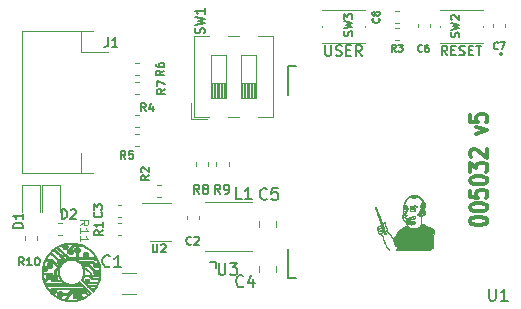
<source format=gbr>
G04 #@! TF.GenerationSoftware,KiCad,Pcbnew,(5.1.12)-1*
G04 #@! TF.CreationDate,2021-12-26T23:17:18+01:00*
G04 #@! TF.ProjectId,005032,30303530-3332-42e6-9b69-6361645f7063,v5*
G04 #@! TF.SameCoordinates,PX88601c0PY4692680*
G04 #@! TF.FileFunction,Legend,Top*
G04 #@! TF.FilePolarity,Positive*
%FSLAX46Y46*%
G04 Gerber Fmt 4.6, Leading zero omitted, Abs format (unit mm)*
G04 Created by KiCad (PCBNEW (5.1.12)-1) date 2021-12-26 23:17:18*
%MOMM*%
%LPD*%
G01*
G04 APERTURE LIST*
%ADD10C,0.300000*%
%ADD11C,0.150000*%
%ADD12C,0.120000*%
%ADD13C,0.010000*%
%ADD14C,0.200000*%
%ADD15C,0.127000*%
%ADD16C,0.125000*%
G04 APERTURE END LIST*
D10*
X-3796429Y-18600000D02*
X-3796429Y-18485714D01*
X-3725000Y-18371428D01*
X-3653572Y-18314285D01*
X-3510715Y-18257142D01*
X-3225000Y-18200000D01*
X-2867858Y-18200000D01*
X-2582143Y-18257142D01*
X-2439286Y-18314285D01*
X-2367858Y-18371428D01*
X-2296429Y-18485714D01*
X-2296429Y-18600000D01*
X-2367858Y-18714285D01*
X-2439286Y-18771428D01*
X-2582143Y-18828571D01*
X-2867858Y-18885714D01*
X-3225000Y-18885714D01*
X-3510715Y-18828571D01*
X-3653572Y-18771428D01*
X-3725000Y-18714285D01*
X-3796429Y-18600000D01*
X-3796429Y-17457142D02*
X-3796429Y-17342857D01*
X-3725000Y-17228571D01*
X-3653572Y-17171428D01*
X-3510715Y-17114285D01*
X-3225000Y-17057142D01*
X-2867858Y-17057142D01*
X-2582143Y-17114285D01*
X-2439286Y-17171428D01*
X-2367858Y-17228571D01*
X-2296429Y-17342857D01*
X-2296429Y-17457142D01*
X-2367858Y-17571428D01*
X-2439286Y-17628571D01*
X-2582143Y-17685714D01*
X-2867858Y-17742857D01*
X-3225000Y-17742857D01*
X-3510715Y-17685714D01*
X-3653572Y-17628571D01*
X-3725000Y-17571428D01*
X-3796429Y-17457142D01*
X-3796429Y-15971428D02*
X-3796429Y-16542857D01*
X-3082143Y-16600000D01*
X-3153572Y-16542857D01*
X-3225000Y-16428571D01*
X-3225000Y-16142857D01*
X-3153572Y-16028571D01*
X-3082143Y-15971428D01*
X-2939286Y-15914285D01*
X-2582143Y-15914285D01*
X-2439286Y-15971428D01*
X-2367858Y-16028571D01*
X-2296429Y-16142857D01*
X-2296429Y-16428571D01*
X-2367858Y-16542857D01*
X-2439286Y-16600000D01*
X-3796429Y-15171428D02*
X-3796429Y-15057142D01*
X-3725000Y-14942857D01*
X-3653572Y-14885714D01*
X-3510715Y-14828571D01*
X-3225000Y-14771428D01*
X-2867858Y-14771428D01*
X-2582143Y-14828571D01*
X-2439286Y-14885714D01*
X-2367858Y-14942857D01*
X-2296429Y-15057142D01*
X-2296429Y-15171428D01*
X-2367858Y-15285714D01*
X-2439286Y-15342857D01*
X-2582143Y-15400000D01*
X-2867858Y-15457142D01*
X-3225000Y-15457142D01*
X-3510715Y-15400000D01*
X-3653572Y-15342857D01*
X-3725000Y-15285714D01*
X-3796429Y-15171428D01*
X-3796429Y-14371428D02*
X-3796429Y-13628571D01*
X-3225000Y-14028571D01*
X-3225000Y-13857142D01*
X-3153572Y-13742857D01*
X-3082143Y-13685714D01*
X-2939286Y-13628571D01*
X-2582143Y-13628571D01*
X-2439286Y-13685714D01*
X-2367858Y-13742857D01*
X-2296429Y-13857142D01*
X-2296429Y-14200000D01*
X-2367858Y-14314285D01*
X-2439286Y-14371428D01*
X-3653572Y-13171428D02*
X-3725000Y-13114285D01*
X-3796429Y-13000000D01*
X-3796429Y-12714285D01*
X-3725000Y-12600000D01*
X-3653572Y-12542857D01*
X-3510715Y-12485714D01*
X-3367858Y-12485714D01*
X-3153572Y-12542857D01*
X-2296429Y-13228571D01*
X-2296429Y-12485714D01*
X-3296429Y-11171428D02*
X-2296429Y-10885714D01*
X-3296429Y-10600000D01*
X-3796429Y-9571428D02*
X-3796429Y-10142857D01*
X-3082143Y-10200000D01*
X-3153572Y-10142857D01*
X-3225000Y-10028571D01*
X-3225000Y-9742857D01*
X-3153572Y-9628571D01*
X-3082143Y-9571428D01*
X-2939286Y-9514285D01*
X-2582143Y-9514285D01*
X-2439286Y-9571428D01*
X-2367858Y-9628571D01*
X-2296429Y-9742857D01*
X-2296429Y-10028571D01*
X-2367858Y-10142857D01*
X-2439286Y-10200000D01*
D11*
X-5711905Y-4511904D02*
X-5978572Y-4130952D01*
X-6169048Y-4511904D02*
X-6169048Y-3711904D01*
X-5864286Y-3711904D01*
X-5788096Y-3750000D01*
X-5750000Y-3788095D01*
X-5711905Y-3864285D01*
X-5711905Y-3978571D01*
X-5750000Y-4054761D01*
X-5788096Y-4092857D01*
X-5864286Y-4130952D01*
X-6169048Y-4130952D01*
X-5369048Y-4092857D02*
X-5102381Y-4092857D01*
X-4988096Y-4511904D02*
X-5369048Y-4511904D01*
X-5369048Y-3711904D01*
X-4988096Y-3711904D01*
X-4683334Y-4473809D02*
X-4569048Y-4511904D01*
X-4378572Y-4511904D01*
X-4302381Y-4473809D01*
X-4264286Y-4435714D01*
X-4226191Y-4359523D01*
X-4226191Y-4283333D01*
X-4264286Y-4207142D01*
X-4302381Y-4169047D01*
X-4378572Y-4130952D01*
X-4530953Y-4092857D01*
X-4607143Y-4054761D01*
X-4645239Y-4016666D01*
X-4683334Y-3940476D01*
X-4683334Y-3864285D01*
X-4645239Y-3788095D01*
X-4607143Y-3750000D01*
X-4530953Y-3711904D01*
X-4340477Y-3711904D01*
X-4226191Y-3750000D01*
X-3883334Y-4092857D02*
X-3616667Y-4092857D01*
X-3502381Y-4511904D02*
X-3883334Y-4511904D01*
X-3883334Y-3711904D01*
X-3502381Y-3711904D01*
X-3273810Y-3711904D02*
X-2816667Y-3711904D01*
X-3045239Y-4511904D02*
X-3045239Y-3711904D01*
X-16042858Y-3657142D02*
X-16042858Y-4385714D01*
X-16000000Y-4471428D01*
X-15957143Y-4514285D01*
X-15871429Y-4557142D01*
X-15700000Y-4557142D01*
X-15614286Y-4514285D01*
X-15571429Y-4471428D01*
X-15528572Y-4385714D01*
X-15528572Y-3657142D01*
X-15142858Y-4514285D02*
X-15014286Y-4557142D01*
X-14800000Y-4557142D01*
X-14714286Y-4514285D01*
X-14671429Y-4471428D01*
X-14628572Y-4385714D01*
X-14628572Y-4300000D01*
X-14671429Y-4214285D01*
X-14714286Y-4171428D01*
X-14800000Y-4128571D01*
X-14971429Y-4085714D01*
X-15057143Y-4042857D01*
X-15100000Y-4000000D01*
X-15142858Y-3914285D01*
X-15142858Y-3828571D01*
X-15100000Y-3742857D01*
X-15057143Y-3700000D01*
X-14971429Y-3657142D01*
X-14757143Y-3657142D01*
X-14628572Y-3700000D01*
X-14242858Y-4085714D02*
X-13942858Y-4085714D01*
X-13814286Y-4557142D02*
X-14242858Y-4557142D01*
X-14242858Y-3657142D01*
X-13814286Y-3657142D01*
X-12914286Y-4557142D02*
X-13214286Y-4128571D01*
X-13428572Y-4557142D02*
X-13428572Y-3657142D01*
X-13085715Y-3657142D01*
X-13000000Y-3700000D01*
X-12957143Y-3742857D01*
X-12914286Y-3828571D01*
X-12914286Y-3957142D01*
X-12957143Y-4042857D01*
X-13000000Y-4085714D01*
X-13085715Y-4128571D01*
X-13428572Y-4128571D01*
D12*
X-2700000Y-2150000D02*
X-2700000Y-2050000D01*
X-6300000Y-3500000D02*
X-2700000Y-3500000D01*
X-2700000Y-700000D02*
X-6300000Y-700000D01*
X-6300000Y-2150000D02*
X-6300000Y-2050000D01*
X-12700000Y-2150000D02*
X-12700000Y-2050000D01*
X-16300000Y-3500000D02*
X-12700000Y-3500000D01*
X-12700000Y-700000D02*
X-16300000Y-700000D01*
X-16300000Y-2150000D02*
X-16300000Y-2050000D01*
D11*
X-25800000Y-22050000D02*
X-25300000Y-22050000D01*
X-25300000Y-22050000D02*
X-25300000Y-22550000D01*
D13*
G36*
X-37391616Y-20379946D02*
G01*
X-37324145Y-20383776D01*
X-37298999Y-20386185D01*
X-37086756Y-20417842D01*
X-36885153Y-20464357D01*
X-36691739Y-20526485D01*
X-36504063Y-20604981D01*
X-36371402Y-20671900D01*
X-36288150Y-20717985D01*
X-36216117Y-20760621D01*
X-36150736Y-20802981D01*
X-36087441Y-20848236D01*
X-36021667Y-20899560D01*
X-35948847Y-20960124D01*
X-35915746Y-20988491D01*
X-35868455Y-21030997D01*
X-35818018Y-21079286D01*
X-35766946Y-21130661D01*
X-35717749Y-21182423D01*
X-35672938Y-21231874D01*
X-35635022Y-21276316D01*
X-35606511Y-21313050D01*
X-35590606Y-21337992D01*
X-35572933Y-21365941D01*
X-35552755Y-21389061D01*
X-35549902Y-21391533D01*
X-35529500Y-21413101D01*
X-35502351Y-21449093D01*
X-35470221Y-21496673D01*
X-35434872Y-21553006D01*
X-35398070Y-21615257D01*
X-35361579Y-21680593D01*
X-35327163Y-21746177D01*
X-35318831Y-21762803D01*
X-35242872Y-21928473D01*
X-35181758Y-22090540D01*
X-35134651Y-22252658D01*
X-35100716Y-22418483D01*
X-35079116Y-22591672D01*
X-35069015Y-22775880D01*
X-35067999Y-22859621D01*
X-35075362Y-23071654D01*
X-35098104Y-23273732D01*
X-35136846Y-23467986D01*
X-35192205Y-23656551D01*
X-35264801Y-23841557D01*
X-35355254Y-24025138D01*
X-35456266Y-24196969D01*
X-35489318Y-24246904D01*
X-35526364Y-24298983D01*
X-35565417Y-24350806D01*
X-35604489Y-24399975D01*
X-35641593Y-24444092D01*
X-35674742Y-24480759D01*
X-35701950Y-24507577D01*
X-35721228Y-24522148D01*
X-35727287Y-24524091D01*
X-35735417Y-24517450D01*
X-35756038Y-24498238D01*
X-35788065Y-24467520D01*
X-35830415Y-24426361D01*
X-35882002Y-24375828D01*
X-35941741Y-24316986D01*
X-35965806Y-24293181D01*
X-35793224Y-24293181D01*
X-35755644Y-24331666D01*
X-35733018Y-24352898D01*
X-35714490Y-24366875D01*
X-35706728Y-24370151D01*
X-35694352Y-24363086D01*
X-35676842Y-24345361D01*
X-35670195Y-24337119D01*
X-35654751Y-24315719D01*
X-35645855Y-24301160D01*
X-35645000Y-24298634D01*
X-35653847Y-24296058D01*
X-35677293Y-24294139D01*
X-35710699Y-24293217D01*
X-35719112Y-24293181D01*
X-35793224Y-24293181D01*
X-35965806Y-24293181D01*
X-36008549Y-24250900D01*
X-36081340Y-24178636D01*
X-36159030Y-24101259D01*
X-36198057Y-24062272D01*
X-36024522Y-24062272D01*
X-35957690Y-24129621D01*
X-35890857Y-24196969D01*
X-35567792Y-24196969D01*
X-35533925Y-24144028D01*
X-35518129Y-24120036D01*
X-35506153Y-24101226D01*
X-35499699Y-24086972D01*
X-35500472Y-24076649D01*
X-35510175Y-24069633D01*
X-35530511Y-24065298D01*
X-35563185Y-24063019D01*
X-35609899Y-24062172D01*
X-35672357Y-24062131D01*
X-35752262Y-24062272D01*
X-36024522Y-24062272D01*
X-36198057Y-24062272D01*
X-36236740Y-24023630D01*
X-36428933Y-23831363D01*
X-36255431Y-23831363D01*
X-36188599Y-23898712D01*
X-36121766Y-23966060D01*
X-35428101Y-23966060D01*
X-35387422Y-23879677D01*
X-35370122Y-23842001D01*
X-35356479Y-23810503D01*
X-35348291Y-23789435D01*
X-35346743Y-23783465D01*
X-35356333Y-23780425D01*
X-35384999Y-23777940D01*
X-35432579Y-23776014D01*
X-35498915Y-23774652D01*
X-35583846Y-23773859D01*
X-35673864Y-23773636D01*
X-36000985Y-23773636D01*
X-36000985Y-23831363D01*
X-36255431Y-23831363D01*
X-36428933Y-23831363D01*
X-36737008Y-23523170D01*
X-36716644Y-23487248D01*
X-36708792Y-23473513D01*
X-36579843Y-23473513D01*
X-36571862Y-23499680D01*
X-36552768Y-23528875D01*
X-36521552Y-23564499D01*
X-36479278Y-23607868D01*
X-36381023Y-23706683D01*
X-36379675Y-23643750D01*
X-36231894Y-23643750D01*
X-36225586Y-23660653D01*
X-36216775Y-23671926D01*
X-36199059Y-23684194D01*
X-36188599Y-23687045D01*
X-36171696Y-23680737D01*
X-36160422Y-23671926D01*
X-36148155Y-23654210D01*
X-36145303Y-23643750D01*
X-36151612Y-23626846D01*
X-36160422Y-23615573D01*
X-36178138Y-23603306D01*
X-36188599Y-23600454D01*
X-36205502Y-23606763D01*
X-36216775Y-23615573D01*
X-36229043Y-23633289D01*
X-36231894Y-23643750D01*
X-36379675Y-23643750D01*
X-36378339Y-23581410D01*
X-36375654Y-23456136D01*
X-36000985Y-23456136D01*
X-36000985Y-23677424D01*
X-35300305Y-23677424D01*
X-35278991Y-23612481D01*
X-35266938Y-23574461D01*
X-35256420Y-23539021D01*
X-35250141Y-23515536D01*
X-35242605Y-23483534D01*
X-35774887Y-23488156D01*
X-35919205Y-23342223D01*
X-36063523Y-23196289D01*
X-36265618Y-23196326D01*
X-36467712Y-23196363D01*
X-36490429Y-23256496D01*
X-36507685Y-23297941D01*
X-36529463Y-23344599D01*
X-36547217Y-23379166D01*
X-36566510Y-23416657D01*
X-36577722Y-23446972D01*
X-36579843Y-23473513D01*
X-36708792Y-23473513D01*
X-36702350Y-23462246D01*
X-36682029Y-23426964D01*
X-36659338Y-23387748D01*
X-36651734Y-23374647D01*
X-36589800Y-23249537D01*
X-36545995Y-23119734D01*
X-36520231Y-22986737D01*
X-36512416Y-22852042D01*
X-36522462Y-22717149D01*
X-36542879Y-22619091D01*
X-36441516Y-22619091D01*
X-36433834Y-22655170D01*
X-36427007Y-22699642D01*
X-36422428Y-22755313D01*
X-36420042Y-22817869D01*
X-36419793Y-22882999D01*
X-36421624Y-22946390D01*
X-36425481Y-23003730D01*
X-36431307Y-23050706D01*
X-36439047Y-23083005D01*
X-36439378Y-23083886D01*
X-36440128Y-23089241D01*
X-36436194Y-23093279D01*
X-36425299Y-23096183D01*
X-36405164Y-23098137D01*
X-36373509Y-23099325D01*
X-36328056Y-23099931D01*
X-36266526Y-23100139D01*
X-36237769Y-23100151D01*
X-36029918Y-23100151D01*
X-35889074Y-23244469D01*
X-35748230Y-23388788D01*
X-35215995Y-23388788D01*
X-35199544Y-23309413D01*
X-35191921Y-23270598D01*
X-35186186Y-23237513D01*
X-35183302Y-23215859D01*
X-35183138Y-23212511D01*
X-35184041Y-23207584D01*
X-35188053Y-23203699D01*
X-35197166Y-23200750D01*
X-35213376Y-23198632D01*
X-35238675Y-23197240D01*
X-35275058Y-23196467D01*
X-35324519Y-23196209D01*
X-35389051Y-23196361D01*
X-35470648Y-23196816D01*
X-35479034Y-23196869D01*
X-35774887Y-23198755D01*
X-36064241Y-22908923D01*
X-36353596Y-22619091D01*
X-36441516Y-22619091D01*
X-36542879Y-22619091D01*
X-36550278Y-22583556D01*
X-36595776Y-22452760D01*
X-36642377Y-22359318D01*
X-36527915Y-22359318D01*
X-36504511Y-22419450D01*
X-36487535Y-22463574D01*
X-36475279Y-22493068D01*
X-36464550Y-22510847D01*
X-36452161Y-22519825D01*
X-36434920Y-22522914D01*
X-36409638Y-22523028D01*
X-36391264Y-22522878D01*
X-36319313Y-22522878D01*
X-36033246Y-22811653D01*
X-35747178Y-23100428D01*
X-35457964Y-23097884D01*
X-35168750Y-23095341D01*
X-35165706Y-23068882D01*
X-35162662Y-23042424D01*
X-35346413Y-23042424D01*
X-35418345Y-23042100D01*
X-35474026Y-23040665D01*
X-35516443Y-23037426D01*
X-35548581Y-23031690D01*
X-35573428Y-23022762D01*
X-35593971Y-23009949D01*
X-35613195Y-22992558D01*
X-35627620Y-22977120D01*
X-35658599Y-22931948D01*
X-35672127Y-22882669D01*
X-35671343Y-22864431D01*
X-35365985Y-22864431D01*
X-35359677Y-22881335D01*
X-35350866Y-22892608D01*
X-35333150Y-22904875D01*
X-35322690Y-22907727D01*
X-35305787Y-22901418D01*
X-35294513Y-22892608D01*
X-35282246Y-22874892D01*
X-35279394Y-22864431D01*
X-35285703Y-22847528D01*
X-35294513Y-22836255D01*
X-35312229Y-22823988D01*
X-35322690Y-22821136D01*
X-35339593Y-22827445D01*
X-35350866Y-22836255D01*
X-35363134Y-22853971D01*
X-35365985Y-22864431D01*
X-35671343Y-22864431D01*
X-35669791Y-22828392D01*
X-35663405Y-22788457D01*
X-35877816Y-22573887D01*
X-36092226Y-22359318D01*
X-36527915Y-22359318D01*
X-36642377Y-22359318D01*
X-36658865Y-22326259D01*
X-36720205Y-22231565D01*
X-36794267Y-22143123D01*
X-36867797Y-22075492D01*
X-36723369Y-22075492D01*
X-36672461Y-22140297D01*
X-36621553Y-22205101D01*
X-36321840Y-22205240D01*
X-36022127Y-22205378D01*
X-35783742Y-22445909D01*
X-35545356Y-22686439D01*
X-35161698Y-22686439D01*
X-35167858Y-22621496D01*
X-35172046Y-22579263D01*
X-35176534Y-22536928D01*
X-35179503Y-22510852D01*
X-35184988Y-22465151D01*
X-35357576Y-22465151D01*
X-35427683Y-22464772D01*
X-35481664Y-22463133D01*
X-35522629Y-22459483D01*
X-35553688Y-22453069D01*
X-35577951Y-22443139D01*
X-35598528Y-22428941D01*
X-35618529Y-22409723D01*
X-35627620Y-22399848D01*
X-35658176Y-22355635D01*
X-35671847Y-22307431D01*
X-35671150Y-22287159D01*
X-35365985Y-22287159D01*
X-35358329Y-22306116D01*
X-35340909Y-22323318D01*
X-35322690Y-22330454D01*
X-35305787Y-22324146D01*
X-35294513Y-22315335D01*
X-35282246Y-22297619D01*
X-35279394Y-22287159D01*
X-35287051Y-22268201D01*
X-35304471Y-22250999D01*
X-35322690Y-22243863D01*
X-35341647Y-22251520D01*
X-35358849Y-22268940D01*
X-35365985Y-22287159D01*
X-35671150Y-22287159D01*
X-35669906Y-22251003D01*
X-35667614Y-22232224D01*
X-35668853Y-22217421D01*
X-35675871Y-22202719D01*
X-35690914Y-22184241D01*
X-35716230Y-22158113D01*
X-35734087Y-22140329D01*
X-35804393Y-22070492D01*
X-36723369Y-22075492D01*
X-36867797Y-22075492D01*
X-36883356Y-22061182D01*
X-36983625Y-21988492D01*
X-37091227Y-21927804D01*
X-37202315Y-21881868D01*
X-37215118Y-21877663D01*
X-37351936Y-21842013D01*
X-37483686Y-21824343D01*
X-37611859Y-21824544D01*
X-37726481Y-21840132D01*
X-37794182Y-21854560D01*
X-37849255Y-21868730D01*
X-37898164Y-21884806D01*
X-37947370Y-21904951D01*
X-38003335Y-21931330D01*
X-38012773Y-21935988D01*
X-38135747Y-22006859D01*
X-38244273Y-22090426D01*
X-38338409Y-22186759D01*
X-38418216Y-22295927D01*
X-38483753Y-22417997D01*
X-38527037Y-22528219D01*
X-38543860Y-22584770D01*
X-38559451Y-22648899D01*
X-38572771Y-22715076D01*
X-38582781Y-22777768D01*
X-38588442Y-22831444D01*
X-38589285Y-22859621D01*
X-38585132Y-22915791D01*
X-38575412Y-22983065D01*
X-38561398Y-23055636D01*
X-38544366Y-23127697D01*
X-38525588Y-23193443D01*
X-38506340Y-23247065D01*
X-38502155Y-23256689D01*
X-38490619Y-23287999D01*
X-38484038Y-23317259D01*
X-38483469Y-23324865D01*
X-38474263Y-23355128D01*
X-38460655Y-23370123D01*
X-38444899Y-23386240D01*
X-38422812Y-23413519D01*
X-38398416Y-23446900D01*
X-38390902Y-23457862D01*
X-38312964Y-23556712D01*
X-38220459Y-23645044D01*
X-38115639Y-23721695D01*
X-38000753Y-23785499D01*
X-37878053Y-23835290D01*
X-37749789Y-23869904D01*
X-37618212Y-23888175D01*
X-37554605Y-23890798D01*
X-37425722Y-23882888D01*
X-37295295Y-23857693D01*
X-37167147Y-23816407D01*
X-37045103Y-23760223D01*
X-36949634Y-23702066D01*
X-36883246Y-23656330D01*
X-36379578Y-24159930D01*
X-36298048Y-24241580D01*
X-36220611Y-24319386D01*
X-36148328Y-24392266D01*
X-36082263Y-24459136D01*
X-36023477Y-24518914D01*
X-35973033Y-24570516D01*
X-35931991Y-24612860D01*
X-35901416Y-24644861D01*
X-35882368Y-24665439D01*
X-35875909Y-24673486D01*
X-35883162Y-24686909D01*
X-35903147Y-24709456D01*
X-35933207Y-24738702D01*
X-35970681Y-24772220D01*
X-36012912Y-24807587D01*
X-36057240Y-24842378D01*
X-36077955Y-24857776D01*
X-36258237Y-24977919D01*
X-36446838Y-25081935D01*
X-36641969Y-25168996D01*
X-36841844Y-25238273D01*
X-36975955Y-25273960D01*
X-37041024Y-25288708D01*
X-37098784Y-25300424D01*
X-37152940Y-25309480D01*
X-37207196Y-25316246D01*
X-37265256Y-25321091D01*
X-37330824Y-25324386D01*
X-37407604Y-25326501D01*
X-37499301Y-25327807D01*
X-37516326Y-25327972D01*
X-37590048Y-25328413D01*
X-37659523Y-25328378D01*
X-37721837Y-25327904D01*
X-37774079Y-25327026D01*
X-37813338Y-25325781D01*
X-37836701Y-25324205D01*
X-37838637Y-25323945D01*
X-37867637Y-25318316D01*
X-37889350Y-25311972D01*
X-37894061Y-25309744D01*
X-37909591Y-25305217D01*
X-37937776Y-25301087D01*
X-37966930Y-25298629D01*
X-38015870Y-25293010D01*
X-38078249Y-25281572D01*
X-38149529Y-25265369D01*
X-38225177Y-25245454D01*
X-38300657Y-25222883D01*
X-38320498Y-25216444D01*
X-38350347Y-25205092D01*
X-37975503Y-25205092D01*
X-37909475Y-25216157D01*
X-37849040Y-25225847D01*
X-37796662Y-25232980D01*
X-37747605Y-25237853D01*
X-37697130Y-25240761D01*
X-37640503Y-25242001D01*
X-37572986Y-25241869D01*
X-37511515Y-25241034D01*
X-37413901Y-25238526D01*
X-37331697Y-25234352D01*
X-37261121Y-25228245D01*
X-37198392Y-25219942D01*
X-37189205Y-25218454D01*
X-37136015Y-25209185D01*
X-37082058Y-25199035D01*
X-37034457Y-25189382D01*
X-37006402Y-25183102D01*
X-36968315Y-25173291D01*
X-36923091Y-25160630D01*
X-36874185Y-25146210D01*
X-36825052Y-25131121D01*
X-36779146Y-25116455D01*
X-36739922Y-25103302D01*
X-36710834Y-25092753D01*
X-36695337Y-25085899D01*
X-36693712Y-25084372D01*
X-36699643Y-25074009D01*
X-36713978Y-25056982D01*
X-36714632Y-25056283D01*
X-36738884Y-25038755D01*
X-36767973Y-25035385D01*
X-36806067Y-25045841D01*
X-36812494Y-25048447D01*
X-36828956Y-25053542D01*
X-36852339Y-25057360D01*
X-36885173Y-25060052D01*
X-36929987Y-25061767D01*
X-36989312Y-25062657D01*
X-37054508Y-25062878D01*
X-37128473Y-25062582D01*
X-37185734Y-25061591D01*
X-37228818Y-25059755D01*
X-37260257Y-25056923D01*
X-37282580Y-25052945D01*
X-37296522Y-25048447D01*
X-37330921Y-25038448D01*
X-37366846Y-25034026D01*
X-37368372Y-25034015D01*
X-37405682Y-25034015D01*
X-37405682Y-24884886D01*
X-37097803Y-24884886D01*
X-37091495Y-24901789D01*
X-37082684Y-24913062D01*
X-37064969Y-24925330D01*
X-37054508Y-24928181D01*
X-37037605Y-24921873D01*
X-37026332Y-24913062D01*
X-37014064Y-24895347D01*
X-37011212Y-24884886D01*
X-37017521Y-24867983D01*
X-37026332Y-24856710D01*
X-37044047Y-24844442D01*
X-37054508Y-24841591D01*
X-37071411Y-24847899D01*
X-37082684Y-24856710D01*
X-37094952Y-24874425D01*
X-37097803Y-24884886D01*
X-37405682Y-24884886D01*
X-37405682Y-24735757D01*
X-37363074Y-24735757D01*
X-37324712Y-24730750D01*
X-37303629Y-24718920D01*
X-37296672Y-24713594D01*
X-37286206Y-24709514D01*
X-37269829Y-24706517D01*
X-37245139Y-24704441D01*
X-37209733Y-24703124D01*
X-37161210Y-24702402D01*
X-37097166Y-24702115D01*
X-37054508Y-24702083D01*
X-36980916Y-24702201D01*
X-36924164Y-24702664D01*
X-36881848Y-24703634D01*
X-36851568Y-24705273D01*
X-36830921Y-24707744D01*
X-36817506Y-24711209D01*
X-36808918Y-24715830D01*
X-36805387Y-24718920D01*
X-36779534Y-24732101D01*
X-36745942Y-24735757D01*
X-36703334Y-24735757D01*
X-36703334Y-24844374D01*
X-36617002Y-24931979D01*
X-36530670Y-25019583D01*
X-36441415Y-24973788D01*
X-36400034Y-24951689D01*
X-36355140Y-24926278D01*
X-36309829Y-24899486D01*
X-36267199Y-24873241D01*
X-36230347Y-24849474D01*
X-36202370Y-24830115D01*
X-36186366Y-24817093D01*
X-36183788Y-24813272D01*
X-36190284Y-24804365D01*
X-36208005Y-24784922D01*
X-36234304Y-24757741D01*
X-36266534Y-24725620D01*
X-36269140Y-24723067D01*
X-36354492Y-24639545D01*
X-37467096Y-24639545D01*
X-37652867Y-24824429D01*
X-37705600Y-24877552D01*
X-37751588Y-24925150D01*
X-37789346Y-24965603D01*
X-37817388Y-24997290D01*
X-37834228Y-25018589D01*
X-37838637Y-25027107D01*
X-37842165Y-25048423D01*
X-37854118Y-25072214D01*
X-37876553Y-25101570D01*
X-37911523Y-25139578D01*
X-37917778Y-25146012D01*
X-37975503Y-25205092D01*
X-38350347Y-25205092D01*
X-38523291Y-25139319D01*
X-38718766Y-25044551D01*
X-38905989Y-24932653D01*
X-39084023Y-24804135D01*
X-39103582Y-24788541D01*
X-39161183Y-24739192D01*
X-39203639Y-24699602D01*
X-39064177Y-24699602D01*
X-39031085Y-24727700D01*
X-38997348Y-24754037D01*
X-38950758Y-24787213D01*
X-38895264Y-24824689D01*
X-38834816Y-24863927D01*
X-38773363Y-24902389D01*
X-38714854Y-24937534D01*
X-38663238Y-24966826D01*
X-38639827Y-24979211D01*
X-38570249Y-25013937D01*
X-38508724Y-25042582D01*
X-38449037Y-25067722D01*
X-38384975Y-25091933D01*
X-38310322Y-25117792D01*
X-38286023Y-25125895D01*
X-38160947Y-25167338D01*
X-38052913Y-25057381D01*
X-38006158Y-25010857D01*
X-37970487Y-24977900D01*
X-37944564Y-24957386D01*
X-37927049Y-24948187D01*
X-37922177Y-24947424D01*
X-37911168Y-24943438D01*
X-37893099Y-24930808D01*
X-37866860Y-24908524D01*
X-37831343Y-24875578D01*
X-37785437Y-24830959D01*
X-37728034Y-24773660D01*
X-37700040Y-24745378D01*
X-37500605Y-24543333D01*
X-36317163Y-24543333D01*
X-36215750Y-24649166D01*
X-36179967Y-24685899D01*
X-36148462Y-24717095D01*
X-36123766Y-24740338D01*
X-36108410Y-24753208D01*
X-36104981Y-24755000D01*
X-36092966Y-24749313D01*
X-36071630Y-24734614D01*
X-36052514Y-24719674D01*
X-36009404Y-24684348D01*
X-36118087Y-24575355D01*
X-36226770Y-24466363D01*
X-37580937Y-24466363D01*
X-37741056Y-24626794D01*
X-37901175Y-24787224D01*
X-38081572Y-24784607D01*
X-38144980Y-24783830D01*
X-38191659Y-24783731D01*
X-38224116Y-24784493D01*
X-38244859Y-24786300D01*
X-38256394Y-24789335D01*
X-38261229Y-24793783D01*
X-38261970Y-24797836D01*
X-38268528Y-24824658D01*
X-38286007Y-24858563D01*
X-38311116Y-24893660D01*
X-38323180Y-24907377D01*
X-38368602Y-24946755D01*
X-38417960Y-24970239D01*
X-38476398Y-24979987D01*
X-38497690Y-24980559D01*
X-38554006Y-24976428D01*
X-38599750Y-24962092D01*
X-38642122Y-24934725D01*
X-38664499Y-24915078D01*
X-38702370Y-24872142D01*
X-38725583Y-24826093D01*
X-38736366Y-24771478D01*
X-38737593Y-24741036D01*
X-38537626Y-24741036D01*
X-38530018Y-24764021D01*
X-38526562Y-24768048D01*
X-38508732Y-24780668D01*
X-38497690Y-24783863D01*
X-38480960Y-24777552D01*
X-38468817Y-24768048D01*
X-38458282Y-24746375D01*
X-38460389Y-24721293D01*
X-38472664Y-24699668D01*
X-38492631Y-24688366D01*
X-38497690Y-24687946D01*
X-38518988Y-24696133D01*
X-38533125Y-24716118D01*
X-38537626Y-24741036D01*
X-38737593Y-24741036D01*
X-38737806Y-24735757D01*
X-38734396Y-24679966D01*
X-38722354Y-24635566D01*
X-38699044Y-24595665D01*
X-38672200Y-24564138D01*
X-38626789Y-24524764D01*
X-38577463Y-24501289D01*
X-38519070Y-24491554D01*
X-38497690Y-24490988D01*
X-38435319Y-24496793D01*
X-38383659Y-24515649D01*
X-38337559Y-24549714D01*
X-38323180Y-24564138D01*
X-38296457Y-24597138D01*
X-38275451Y-24631631D01*
X-38263505Y-24661686D01*
X-38261970Y-24672742D01*
X-38259764Y-24678190D01*
X-38251454Y-24682151D01*
X-38234500Y-24684851D01*
X-38206361Y-24686516D01*
X-38164498Y-24687373D01*
X-38106371Y-24687646D01*
X-38094569Y-24687651D01*
X-37927168Y-24687651D01*
X-37773298Y-24528901D01*
X-37619427Y-24370151D01*
X-36324201Y-24370151D01*
X-36361924Y-24331520D01*
X-36399646Y-24292889D01*
X-37621875Y-24293402D01*
X-37780623Y-24293535D01*
X-37932634Y-24293792D01*
X-38076853Y-24294166D01*
X-38212221Y-24294649D01*
X-38337682Y-24295233D01*
X-38452180Y-24295911D01*
X-38554659Y-24296674D01*
X-38644060Y-24297516D01*
X-38719329Y-24298428D01*
X-38779407Y-24299403D01*
X-38823238Y-24300432D01*
X-38849767Y-24301509D01*
X-38857896Y-24302439D01*
X-38865237Y-24310295D01*
X-38864499Y-24323577D01*
X-38855161Y-24347635D01*
X-38853060Y-24352342D01*
X-38839827Y-24396906D01*
X-38834677Y-24448789D01*
X-38837623Y-24500379D01*
X-38848676Y-24544062D01*
X-38852758Y-24552954D01*
X-38892349Y-24609985D01*
X-38944129Y-24654963D01*
X-39004450Y-24685034D01*
X-39031085Y-24692453D01*
X-39064177Y-24699602D01*
X-39203639Y-24699602D01*
X-39226538Y-24678249D01*
X-39295941Y-24609574D01*
X-39365684Y-24537028D01*
X-39432059Y-24464473D01*
X-39442884Y-24451931D01*
X-39118258Y-24451931D01*
X-39110602Y-24470889D01*
X-39093182Y-24488091D01*
X-39074962Y-24495227D01*
X-39058059Y-24488918D01*
X-39046786Y-24480108D01*
X-39034519Y-24462392D01*
X-39031667Y-24451931D01*
X-39039323Y-24432974D01*
X-39056743Y-24415772D01*
X-39074962Y-24408636D01*
X-39093920Y-24416292D01*
X-39111122Y-24433712D01*
X-39118258Y-24451931D01*
X-39442884Y-24451931D01*
X-39491359Y-24395772D01*
X-39539876Y-24334785D01*
X-39542207Y-24331666D01*
X-39660617Y-24159149D01*
X-39716045Y-24062272D01*
X-39608762Y-24062272D01*
X-39577949Y-24112784D01*
X-39544496Y-24164856D01*
X-39503997Y-24223623D01*
X-39460039Y-24284231D01*
X-39416206Y-24341824D01*
X-39376084Y-24391548D01*
X-39350223Y-24421149D01*
X-39325392Y-24448094D01*
X-39314783Y-24406717D01*
X-39304314Y-24373107D01*
X-39291770Y-24342052D01*
X-39289006Y-24336477D01*
X-39263062Y-24300090D01*
X-39225883Y-24263869D01*
X-39184390Y-24234353D01*
X-39175985Y-24229727D01*
X-39135870Y-24216734D01*
X-39085883Y-24211672D01*
X-39033688Y-24214544D01*
X-38986947Y-24225352D01*
X-38976199Y-24229657D01*
X-38935645Y-24247912D01*
X-38915609Y-24222441D01*
X-38895573Y-24196969D01*
X-36496994Y-24196969D01*
X-36563826Y-24129621D01*
X-36630659Y-24062272D01*
X-39608762Y-24062272D01*
X-39716045Y-24062272D01*
X-39761643Y-23982578D01*
X-39800794Y-23897932D01*
X-39695531Y-23897932D01*
X-39691132Y-23911604D01*
X-39680374Y-23933360D01*
X-39678694Y-23936356D01*
X-39661856Y-23965939D01*
X-38714167Y-23965198D01*
X-38557161Y-23965049D01*
X-38418400Y-23964853D01*
X-38296885Y-23964594D01*
X-38191620Y-23964256D01*
X-38101606Y-23963823D01*
X-38025846Y-23963281D01*
X-37963342Y-23962614D01*
X-37913096Y-23961805D01*
X-37874111Y-23960840D01*
X-37845389Y-23959703D01*
X-37840441Y-23959366D01*
X-37304659Y-23959366D01*
X-37300265Y-23960493D01*
X-37278747Y-23961586D01*
X-37242224Y-23962602D01*
X-37192815Y-23963498D01*
X-37132639Y-23964233D01*
X-37063813Y-23964764D01*
X-37025727Y-23964944D01*
X-36727553Y-23966060D01*
X-36794818Y-23899435D01*
X-36826182Y-23868830D01*
X-36848587Y-23849290D01*
X-36866600Y-23838197D01*
X-36884789Y-23832932D01*
X-36907724Y-23830878D01*
X-36915000Y-23830548D01*
X-36943917Y-23830741D01*
X-36970503Y-23835161D01*
X-37000723Y-23845452D01*
X-37040537Y-23863261D01*
X-37050100Y-23867833D01*
X-37106996Y-23892952D01*
X-37171934Y-23918051D01*
X-37237094Y-23940319D01*
X-37294656Y-23956945D01*
X-37304659Y-23959366D01*
X-37840441Y-23959366D01*
X-37825932Y-23958378D01*
X-37814742Y-23956850D01*
X-37810822Y-23955103D01*
X-37813174Y-23953122D01*
X-37819394Y-23951233D01*
X-37857006Y-23940659D01*
X-37901919Y-23926378D01*
X-37938667Y-23913550D01*
X-38005022Y-23889091D01*
X-38850276Y-23889091D01*
X-38993596Y-23889190D01*
X-39126327Y-23889480D01*
X-39247534Y-23889952D01*
X-39356283Y-23890597D01*
X-39451640Y-23891403D01*
X-39532672Y-23892362D01*
X-39598444Y-23893463D01*
X-39648023Y-23894698D01*
X-39680474Y-23896055D01*
X-39694863Y-23897526D01*
X-39695531Y-23897932D01*
X-39800794Y-23897932D01*
X-39846118Y-23799943D01*
X-39914878Y-23609236D01*
X-39968755Y-23408447D01*
X-40005501Y-23215606D01*
X-40016317Y-23126605D01*
X-40019320Y-23083667D01*
X-39924146Y-23083667D01*
X-39921752Y-23116398D01*
X-39916275Y-23160976D01*
X-39908338Y-23214032D01*
X-39898564Y-23272194D01*
X-39887574Y-23332095D01*
X-39875993Y-23390363D01*
X-39864442Y-23443630D01*
X-39853543Y-23488526D01*
X-39843920Y-23521680D01*
X-39836195Y-23539724D01*
X-39835099Y-23541063D01*
X-39826464Y-23537062D01*
X-39807569Y-23521922D01*
X-39781567Y-23498302D01*
X-39762606Y-23479918D01*
X-39695531Y-23413357D01*
X-39695531Y-23297386D01*
X-39551212Y-23297386D01*
X-39543556Y-23316344D01*
X-39526136Y-23333546D01*
X-39507917Y-23340681D01*
X-39491014Y-23334373D01*
X-39479741Y-23325562D01*
X-39467473Y-23307847D01*
X-39464622Y-23297386D01*
X-39472278Y-23278428D01*
X-39489698Y-23261226D01*
X-39507917Y-23254091D01*
X-39526875Y-23261747D01*
X-39544077Y-23279167D01*
X-39551212Y-23297386D01*
X-39695531Y-23297386D01*
X-39695531Y-23100151D01*
X-39320303Y-23100151D01*
X-39320303Y-23485000D01*
X-39545460Y-23485000D01*
X-39661386Y-23599312D01*
X-39777311Y-23713625D01*
X-39763176Y-23753252D01*
X-39749041Y-23792878D01*
X-38965417Y-23792878D01*
X-38844602Y-23792835D01*
X-38729573Y-23792707D01*
X-38621750Y-23792503D01*
X-38522549Y-23792229D01*
X-38433387Y-23791891D01*
X-38355683Y-23791497D01*
X-38290854Y-23791053D01*
X-38240317Y-23790565D01*
X-38205491Y-23790041D01*
X-38187792Y-23789486D01*
X-38185802Y-23789205D01*
X-38194612Y-23782021D01*
X-38215037Y-23765697D01*
X-38243588Y-23743016D01*
X-38263000Y-23727644D01*
X-38301286Y-23695611D01*
X-38339346Y-23660842D01*
X-38370639Y-23629398D01*
X-38378454Y-23620681D01*
X-38420720Y-23571605D01*
X-38449584Y-23602996D01*
X-38478447Y-23634388D01*
X-38861253Y-23629447D01*
X-38958925Y-23628100D01*
X-39039065Y-23626765D01*
X-39103382Y-23625357D01*
X-39153587Y-23623791D01*
X-39191389Y-23621984D01*
X-39218499Y-23619850D01*
X-39236625Y-23617305D01*
X-39247479Y-23614264D01*
X-39252770Y-23610644D01*
X-39253170Y-23610075D01*
X-39255643Y-23596759D01*
X-39257846Y-23566563D01*
X-39259702Y-23521853D01*
X-39261136Y-23464991D01*
X-39262070Y-23398340D01*
X-39262429Y-23324264D01*
X-39262429Y-23323844D01*
X-39262576Y-23052045D01*
X-39589999Y-23052045D01*
X-39679580Y-23052146D01*
X-39751750Y-23052500D01*
X-39808340Y-23053185D01*
X-39851181Y-23054278D01*
X-39882103Y-23055857D01*
X-39902937Y-23058000D01*
X-39915514Y-23060784D01*
X-39921664Y-23064287D01*
X-39922836Y-23066152D01*
X-39924146Y-23083667D01*
X-40019320Y-23083667D01*
X-40023490Y-23024051D01*
X-40027021Y-22913285D01*
X-40026978Y-22867183D01*
X-39936061Y-22867183D01*
X-39935431Y-22910117D01*
X-39933150Y-22937418D01*
X-39928627Y-22952666D01*
X-39921274Y-22959442D01*
X-39920842Y-22959614D01*
X-39907996Y-22960954D01*
X-39878170Y-22962186D01*
X-39833625Y-22963274D01*
X-39776626Y-22964180D01*
X-39709433Y-22964870D01*
X-39634309Y-22965307D01*
X-39555923Y-22965454D01*
X-39463297Y-22965539D01*
X-39388047Y-22965844D01*
X-39328305Y-22966448D01*
X-39282205Y-22967428D01*
X-39247881Y-22968860D01*
X-39223466Y-22970823D01*
X-39207094Y-22973394D01*
X-39196898Y-22976650D01*
X-39191104Y-22980573D01*
X-39186622Y-22987241D01*
X-39183102Y-22998659D01*
X-39180435Y-23016952D01*
X-39178509Y-23044246D01*
X-39177213Y-23082665D01*
X-39176435Y-23134334D01*
X-39176064Y-23201380D01*
X-39175985Y-23269210D01*
X-39175985Y-23542727D01*
X-38849400Y-23542727D01*
X-38761576Y-23542704D01*
X-38690938Y-23542548D01*
X-38635432Y-23542134D01*
X-38593001Y-23541334D01*
X-38561590Y-23540020D01*
X-38539144Y-23538064D01*
X-38523606Y-23535341D01*
X-38512922Y-23531722D01*
X-38505035Y-23527080D01*
X-38497891Y-23521287D01*
X-38497473Y-23520928D01*
X-38472131Y-23499130D01*
X-38491629Y-23474342D01*
X-38514057Y-23440554D01*
X-38539951Y-23393093D01*
X-38567120Y-23336676D01*
X-38593371Y-23276022D01*
X-38616512Y-23215848D01*
X-38629006Y-23178720D01*
X-38644499Y-23123940D01*
X-38655854Y-23069847D01*
X-38663876Y-23011007D01*
X-38669369Y-22941984D01*
X-38672002Y-22888170D01*
X-38672605Y-22822012D01*
X-38669670Y-22752626D01*
X-38663698Y-22685200D01*
X-38655188Y-22624922D01*
X-38644638Y-22576982D01*
X-38640898Y-22565049D01*
X-38645136Y-22565299D01*
X-38660847Y-22577421D01*
X-38685967Y-22599610D01*
X-38718431Y-22630061D01*
X-38746542Y-22657418D01*
X-38858485Y-22767905D01*
X-38858485Y-23100151D01*
X-38743031Y-23100151D01*
X-38743031Y-23485000D01*
X-39118258Y-23485000D01*
X-39118258Y-23297386D01*
X-38973940Y-23297386D01*
X-38966283Y-23316344D01*
X-38948863Y-23333546D01*
X-38930644Y-23340681D01*
X-38913741Y-23334373D01*
X-38902468Y-23325562D01*
X-38890200Y-23307847D01*
X-38887349Y-23297386D01*
X-38895005Y-23278428D01*
X-38912425Y-23261226D01*
X-38930644Y-23254091D01*
X-38949602Y-23261747D01*
X-38966804Y-23279167D01*
X-38973940Y-23297386D01*
X-39118258Y-23297386D01*
X-39118258Y-23100151D01*
X-39012425Y-23100151D01*
X-39012425Y-22695992D01*
X-38751671Y-22442210D01*
X-39009462Y-22184287D01*
X-39267253Y-21926363D01*
X-39510255Y-21926363D01*
X-39576355Y-21926479D01*
X-39635616Y-21926804D01*
X-39685475Y-21927307D01*
X-39723368Y-21927956D01*
X-39746734Y-21928717D01*
X-39753258Y-21929420D01*
X-39756313Y-21939156D01*
X-39764574Y-21963096D01*
X-39776685Y-21997354D01*
X-39787679Y-22028037D01*
X-39809553Y-22091135D01*
X-39830788Y-22156658D01*
X-39849761Y-22219278D01*
X-39864847Y-22273668D01*
X-39873252Y-22308737D01*
X-39879832Y-22339937D01*
X-39823761Y-22334237D01*
X-39766907Y-22333911D01*
X-39724470Y-22343605D01*
X-39681249Y-22358673D01*
X-39646182Y-22324430D01*
X-39617119Y-22287454D01*
X-39617019Y-22287159D01*
X-39406894Y-22287159D01*
X-39399238Y-22306116D01*
X-39381818Y-22323318D01*
X-39363599Y-22330454D01*
X-39346696Y-22324146D01*
X-39335422Y-22315335D01*
X-39323155Y-22297619D01*
X-39320303Y-22287159D01*
X-39327960Y-22268201D01*
X-39345380Y-22250999D01*
X-39363599Y-22243863D01*
X-39382557Y-22251520D01*
X-39399758Y-22268940D01*
X-39406894Y-22287159D01*
X-39617019Y-22287159D01*
X-39604941Y-22251584D01*
X-39587867Y-22194629D01*
X-39557218Y-22139703D01*
X-39516960Y-22092507D01*
X-39471055Y-22058743D01*
X-39470741Y-22058577D01*
X-39423789Y-22042501D01*
X-39368339Y-22036581D01*
X-39312237Y-22040815D01*
X-39263331Y-22055205D01*
X-39256457Y-22058577D01*
X-39212873Y-22090523D01*
X-39171608Y-22137781D01*
X-39141478Y-22186136D01*
X-39128121Y-22226396D01*
X-39122895Y-22276417D01*
X-39125701Y-22328568D01*
X-39136440Y-22375215D01*
X-39144159Y-22392992D01*
X-39184751Y-22451387D01*
X-39235311Y-22493417D01*
X-39295350Y-22518781D01*
X-39363599Y-22527181D01*
X-39422045Y-22522534D01*
X-39469457Y-22507068D01*
X-39512047Y-22478502D01*
X-39523266Y-22468489D01*
X-39541109Y-22453894D01*
X-39552211Y-22452361D01*
X-39559726Y-22459006D01*
X-39565980Y-22473180D01*
X-39564802Y-22495513D01*
X-39559965Y-22517533D01*
X-39552970Y-22581876D01*
X-39563243Y-22643717D01*
X-39588813Y-22700310D01*
X-39627706Y-22748911D01*
X-39677950Y-22786777D01*
X-39737572Y-22811162D01*
X-39775988Y-22818080D01*
X-39811882Y-22818996D01*
X-39847854Y-22813240D01*
X-39890264Y-22799461D01*
X-39919224Y-22787728D01*
X-39927211Y-22785992D01*
X-39932188Y-22791222D01*
X-39934855Y-22806713D01*
X-39935909Y-22835757D01*
X-39936061Y-22867183D01*
X-40026978Y-22867183D01*
X-40026913Y-22799651D01*
X-40023164Y-22688488D01*
X-40015778Y-22585138D01*
X-40014650Y-22575795D01*
X-39839849Y-22575795D01*
X-39832193Y-22594753D01*
X-39814772Y-22611955D01*
X-39796553Y-22619091D01*
X-39779650Y-22612782D01*
X-39768377Y-22603972D01*
X-39756109Y-22586256D01*
X-39753258Y-22575795D01*
X-39760914Y-22556837D01*
X-39778334Y-22539636D01*
X-39796553Y-22532500D01*
X-39815511Y-22540156D01*
X-39832713Y-22557576D01*
X-39839849Y-22575795D01*
X-40014650Y-22575795D01*
X-40005356Y-22498825D01*
X-39991620Y-22417587D01*
X-39975560Y-22336619D01*
X-39957917Y-22258677D01*
X-39939435Y-22186514D01*
X-39920857Y-22122886D01*
X-39902926Y-22070545D01*
X-39886384Y-22032248D01*
X-39874421Y-22013306D01*
X-39865164Y-21994700D01*
X-39857823Y-21966501D01*
X-39856458Y-21957609D01*
X-39849608Y-21931691D01*
X-39834702Y-21892425D01*
X-39813335Y-21843111D01*
X-39787105Y-21787049D01*
X-39779856Y-21772424D01*
X-39677700Y-21772424D01*
X-39197568Y-21772424D01*
X-38910319Y-22061507D01*
X-38840291Y-22131924D01*
X-38782447Y-22189860D01*
X-38735443Y-22236514D01*
X-38697931Y-22273088D01*
X-38668565Y-22300780D01*
X-38645999Y-22320791D01*
X-38628887Y-22334321D01*
X-38615883Y-22342570D01*
X-38605640Y-22346739D01*
X-38596813Y-22348026D01*
X-38589243Y-22347738D01*
X-38568632Y-22343999D01*
X-38553570Y-22334039D01*
X-38538907Y-22313392D01*
X-38528924Y-22295452D01*
X-38502432Y-22246018D01*
X-38538098Y-22239327D01*
X-38600672Y-22218600D01*
X-38654062Y-22183332D01*
X-38696354Y-22136453D01*
X-38725634Y-22080888D01*
X-38739990Y-22019566D01*
X-38739176Y-21998522D01*
X-38540985Y-21998522D01*
X-38534677Y-22015426D01*
X-38525866Y-22026699D01*
X-38508150Y-22038966D01*
X-38497690Y-22041818D01*
X-38480787Y-22035509D01*
X-38469513Y-22026699D01*
X-38457246Y-22008983D01*
X-38454394Y-21998522D01*
X-38460703Y-21981619D01*
X-38469513Y-21970346D01*
X-38487229Y-21958078D01*
X-38497690Y-21955227D01*
X-38514593Y-21961535D01*
X-38525866Y-21970346D01*
X-38538134Y-21988062D01*
X-38540985Y-21998522D01*
X-38739176Y-21998522D01*
X-38737507Y-21955416D01*
X-38734076Y-21939455D01*
X-38722622Y-21893967D01*
X-39027753Y-21588724D01*
X-39091006Y-21525771D01*
X-39150290Y-21467390D01*
X-39204192Y-21414928D01*
X-39251302Y-21369728D01*
X-39290207Y-21333137D01*
X-39319498Y-21306498D01*
X-39337762Y-21291157D01*
X-39343431Y-21287893D01*
X-39357419Y-21299475D01*
X-39379851Y-21324881D01*
X-39408968Y-21361621D01*
X-39443010Y-21407206D01*
X-39480217Y-21459144D01*
X-39518830Y-21514945D01*
X-39557089Y-21572120D01*
X-39593236Y-21628178D01*
X-39625511Y-21680628D01*
X-39646679Y-21717102D01*
X-39677700Y-21772424D01*
X-39779856Y-21772424D01*
X-39757607Y-21727538D01*
X-39726438Y-21667876D01*
X-39695194Y-21611363D01*
X-39665472Y-21561299D01*
X-39662124Y-21555947D01*
X-39547732Y-21390361D01*
X-39417778Y-21231293D01*
X-39354773Y-21165158D01*
X-39228902Y-21165158D01*
X-38921023Y-21473405D01*
X-38613144Y-21781651D01*
X-38569849Y-21766469D01*
X-38509598Y-21754915D01*
X-38449152Y-21760510D01*
X-38391617Y-21781445D01*
X-38340098Y-21815912D01*
X-38297700Y-21862102D01*
X-38267528Y-21918206D01*
X-38258358Y-21947886D01*
X-38252045Y-21974219D01*
X-38201686Y-21938828D01*
X-38174988Y-21920027D01*
X-38155128Y-21905970D01*
X-38146936Y-21900087D01*
X-38152545Y-21892787D01*
X-38170504Y-21873355D01*
X-38199445Y-21843153D01*
X-38238001Y-21803545D01*
X-38284804Y-21755894D01*
X-38338489Y-21701563D01*
X-38397688Y-21641914D01*
X-38461034Y-21578312D01*
X-38527159Y-21512119D01*
X-38594697Y-21444699D01*
X-38662281Y-21377414D01*
X-38728543Y-21311628D01*
X-38792116Y-21248703D01*
X-38851634Y-21190004D01*
X-38905729Y-21136892D01*
X-38953035Y-21090731D01*
X-38992183Y-21052885D01*
X-39021808Y-21024716D01*
X-39040542Y-21007588D01*
X-39046897Y-21002727D01*
X-39057566Y-21009008D01*
X-39078961Y-21026129D01*
X-39108021Y-21051507D01*
X-39141685Y-21082559D01*
X-39143148Y-21083942D01*
X-39228902Y-21165158D01*
X-39354773Y-21165158D01*
X-39274841Y-21081256D01*
X-39121497Y-20942763D01*
X-39066279Y-20900130D01*
X-38917712Y-20900130D01*
X-38457549Y-21360412D01*
X-38356501Y-21461254D01*
X-38268438Y-21548634D01*
X-38192970Y-21622924D01*
X-38129707Y-21684497D01*
X-38078261Y-21733726D01*
X-38038243Y-21770983D01*
X-38009262Y-21796641D01*
X-37990929Y-21811073D01*
X-37982955Y-21814699D01*
X-37966699Y-21808588D01*
X-37938621Y-21798594D01*
X-37908509Y-21788159D01*
X-37895057Y-21783258D01*
X-37188106Y-21783258D01*
X-37111686Y-21814829D01*
X-37066653Y-21834900D01*
X-37019653Y-21858179D01*
X-36980269Y-21879900D01*
X-36977538Y-21881547D01*
X-36919811Y-21916693D01*
X-36325076Y-21916717D01*
X-35730341Y-21916742D01*
X-35640638Y-22010549D01*
X-35550934Y-22104356D01*
X-35414333Y-22101433D01*
X-35360555Y-22100095D01*
X-35323286Y-22098503D01*
X-35299794Y-22096252D01*
X-35287349Y-22092939D01*
X-35283217Y-22088158D01*
X-35284379Y-22082191D01*
X-35291225Y-22064876D01*
X-35302327Y-22036297D01*
X-35313169Y-22008144D01*
X-35327189Y-21971862D01*
X-35340471Y-21937927D01*
X-35347947Y-21919147D01*
X-35360583Y-21887878D01*
X-35445373Y-21887878D01*
X-35502035Y-21885921D01*
X-35544778Y-21878834D01*
X-35578641Y-21864798D01*
X-35608660Y-21841991D01*
X-35628368Y-21821746D01*
X-35664652Y-21781536D01*
X-37188106Y-21783258D01*
X-37895057Y-21783258D01*
X-37878038Y-21777058D01*
X-37856396Y-21767896D01*
X-37848377Y-21762766D01*
X-37854985Y-21755328D01*
X-37874121Y-21735408D01*
X-37904686Y-21704116D01*
X-37945585Y-21662558D01*
X-37995721Y-21611844D01*
X-38053996Y-21553080D01*
X-38119314Y-21487376D01*
X-38190580Y-21415839D01*
X-38266694Y-21339578D01*
X-38318947Y-21287302D01*
X-38789637Y-20816687D01*
X-38853674Y-20858408D01*
X-38917712Y-20900130D01*
X-39066279Y-20900130D01*
X-38960325Y-20818325D01*
X-38835032Y-20737021D01*
X-38647864Y-20737021D01*
X-38202399Y-21182563D01*
X-37756934Y-21628106D01*
X-37136288Y-21628106D01*
X-37136811Y-21418844D01*
X-37137333Y-21209583D01*
X-37182271Y-21180719D01*
X-37219309Y-21150167D01*
X-37251550Y-21111840D01*
X-37256313Y-21104504D01*
X-37272352Y-21075652D01*
X-37281184Y-21049803D01*
X-37284843Y-21018835D01*
X-37285417Y-20988295D01*
X-37097803Y-20988295D01*
X-37090147Y-21007253D01*
X-37072727Y-21024455D01*
X-37054508Y-21031591D01*
X-37037605Y-21025282D01*
X-37026332Y-21016472D01*
X-37014064Y-20998756D01*
X-37011212Y-20988295D01*
X-37018869Y-20969337D01*
X-37036289Y-20952136D01*
X-37054508Y-20945000D01*
X-37073466Y-20952656D01*
X-37090668Y-20970076D01*
X-37097803Y-20988295D01*
X-37285417Y-20988295D01*
X-37284255Y-20948476D01*
X-37279413Y-20919714D01*
X-37268854Y-20893894D01*
X-37256273Y-20872086D01*
X-37214015Y-20819664D01*
X-37163249Y-20782707D01*
X-37106921Y-20761215D01*
X-37047973Y-20755187D01*
X-36989350Y-20764623D01*
X-36933995Y-20789525D01*
X-36884852Y-20829891D01*
X-36852743Y-20872086D01*
X-36836688Y-20900916D01*
X-36827845Y-20926725D01*
X-36824177Y-20957630D01*
X-36823599Y-20988295D01*
X-36824770Y-21028175D01*
X-36829638Y-21057012D01*
X-36840233Y-21082934D01*
X-36852638Y-21104504D01*
X-36886485Y-21147037D01*
X-36929851Y-21183630D01*
X-36932013Y-21185075D01*
X-36982349Y-21218295D01*
X-36982349Y-21628106D01*
X-36468519Y-21628106D01*
X-36503086Y-21592026D01*
X-36539164Y-21549046D01*
X-36560890Y-21507743D01*
X-36571109Y-21461162D01*
X-36572940Y-21421250D01*
X-36376212Y-21421250D01*
X-36368556Y-21440207D01*
X-36351136Y-21457409D01*
X-36332917Y-21464545D01*
X-36316014Y-21458237D01*
X-36304741Y-21449426D01*
X-36292473Y-21431710D01*
X-36289622Y-21421250D01*
X-36297278Y-21402292D01*
X-36314698Y-21385090D01*
X-36332917Y-21377954D01*
X-36351875Y-21385610D01*
X-36369077Y-21403031D01*
X-36376212Y-21421250D01*
X-36572940Y-21421250D01*
X-36564359Y-21352315D01*
X-36538816Y-21292374D01*
X-36496611Y-21241917D01*
X-36438750Y-21201810D01*
X-36393740Y-21186332D01*
X-36339878Y-21180379D01*
X-36285033Y-21183952D01*
X-36237073Y-21197049D01*
X-36227084Y-21201810D01*
X-36168689Y-21242401D01*
X-36126659Y-21292962D01*
X-36101295Y-21353001D01*
X-36092894Y-21421250D01*
X-36096694Y-21475762D01*
X-36109988Y-21520077D01*
X-36135624Y-21561151D01*
X-36162748Y-21592026D01*
X-36197315Y-21628106D01*
X-35662189Y-21628106D01*
X-35615110Y-21577960D01*
X-35592035Y-21552937D01*
X-35575249Y-21533886D01*
X-35568089Y-21524605D01*
X-35568031Y-21524371D01*
X-35573591Y-21513217D01*
X-35588645Y-21490356D01*
X-35610748Y-21459175D01*
X-35637459Y-21423062D01*
X-35666333Y-21385403D01*
X-35687513Y-21358712D01*
X-35767677Y-21265655D01*
X-35858160Y-21171431D01*
X-35954624Y-21080057D01*
X-36052729Y-20995546D01*
X-36148137Y-20921916D01*
X-36193409Y-20890479D01*
X-36251034Y-20852336D01*
X-36297051Y-20822513D01*
X-36335745Y-20798482D01*
X-36371402Y-20777713D01*
X-36408306Y-20757678D01*
X-36450742Y-20735848D01*
X-36482046Y-20720134D01*
X-36531221Y-20695474D01*
X-36571574Y-20675615D01*
X-36605960Y-20660041D01*
X-36637232Y-20648232D01*
X-36668244Y-20639670D01*
X-36701851Y-20633838D01*
X-36740906Y-20630218D01*
X-36788263Y-20628292D01*
X-36846776Y-20627541D01*
X-36919299Y-20627448D01*
X-36992425Y-20627500D01*
X-37295306Y-20627500D01*
X-37425058Y-20757648D01*
X-37471177Y-20804359D01*
X-37504676Y-20839500D01*
X-37526921Y-20864722D01*
X-37539276Y-20881673D01*
X-37543106Y-20892002D01*
X-37540379Y-20897009D01*
X-37524245Y-20905071D01*
X-37518759Y-20906367D01*
X-37504509Y-20913551D01*
X-37482987Y-20931811D01*
X-37458401Y-20956779D01*
X-37434954Y-20984084D01*
X-37416851Y-21009357D01*
X-37412770Y-21016502D01*
X-37397745Y-21060513D01*
X-37391154Y-21113676D01*
X-37393017Y-21168500D01*
X-37403352Y-21217499D01*
X-37412218Y-21238447D01*
X-37453015Y-21296933D01*
X-37503651Y-21338966D01*
X-37563701Y-21364286D01*
X-37631781Y-21372636D01*
X-37700704Y-21364064D01*
X-37760634Y-21338524D01*
X-37811144Y-21296274D01*
X-37851343Y-21238447D01*
X-37866152Y-21195535D01*
X-37872479Y-21142848D01*
X-37872082Y-21132613D01*
X-37675076Y-21132613D01*
X-37667420Y-21151571D01*
X-37650000Y-21168773D01*
X-37631781Y-21175909D01*
X-37614877Y-21169600D01*
X-37603604Y-21160790D01*
X-37591337Y-21143074D01*
X-37588485Y-21132613D01*
X-37596141Y-21113656D01*
X-37613562Y-21096454D01*
X-37631781Y-21089318D01*
X-37650738Y-21096974D01*
X-37667940Y-21114394D01*
X-37675076Y-21132613D01*
X-37872082Y-21132613D01*
X-37870344Y-21087876D01*
X-37859763Y-21038107D01*
X-37850792Y-21016502D01*
X-37829628Y-20984526D01*
X-37800800Y-20951836D01*
X-37769607Y-20923620D01*
X-37741350Y-20905067D01*
X-37733867Y-20902042D01*
X-37719812Y-20892981D01*
X-37714134Y-20874017D01*
X-37713561Y-20859078D01*
X-37712883Y-20847249D01*
X-37709812Y-20835557D01*
X-37702794Y-20822124D01*
X-37690274Y-20805072D01*
X-37670699Y-20782521D01*
X-37642514Y-20752595D01*
X-37604165Y-20713416D01*
X-37554097Y-20663103D01*
X-37538325Y-20647324D01*
X-37363090Y-20472089D01*
X-37449329Y-20476312D01*
X-37495026Y-20479768D01*
X-37539606Y-20485184D01*
X-37575067Y-20491539D01*
X-37581913Y-20493248D01*
X-37617883Y-20500507D01*
X-37650841Y-20499586D01*
X-37678125Y-20494261D01*
X-37722210Y-20486195D01*
X-37767641Y-20483271D01*
X-37821028Y-20485299D01*
X-37861158Y-20488974D01*
X-37917353Y-20494895D01*
X-37889357Y-20525118D01*
X-37851308Y-20580038D01*
X-37829802Y-20644617D01*
X-37824616Y-20704228D01*
X-37833981Y-20771501D01*
X-37860633Y-20830892D01*
X-37903800Y-20881169D01*
X-37958902Y-20919099D01*
X-38000263Y-20933464D01*
X-38050801Y-20940002D01*
X-38102841Y-20938605D01*
X-38148710Y-20929164D01*
X-38165758Y-20922021D01*
X-38220875Y-20883877D01*
X-38263887Y-20835269D01*
X-38293316Y-20779473D01*
X-38307681Y-20719760D01*
X-38306957Y-20699659D01*
X-38108031Y-20699659D01*
X-38100374Y-20718616D01*
X-38082954Y-20735818D01*
X-38064735Y-20742954D01*
X-38047832Y-20736646D01*
X-38036559Y-20727835D01*
X-38024291Y-20710119D01*
X-38021440Y-20699659D01*
X-38029096Y-20680701D01*
X-38046516Y-20663499D01*
X-38064735Y-20656363D01*
X-38083693Y-20664020D01*
X-38100895Y-20681440D01*
X-38108031Y-20699659D01*
X-38306957Y-20699659D01*
X-38305506Y-20659405D01*
X-38297717Y-20629905D01*
X-38290893Y-20605659D01*
X-38289907Y-20590999D01*
X-38291764Y-20589015D01*
X-38308251Y-20592781D01*
X-38338785Y-20603159D01*
X-38379908Y-20618769D01*
X-38428165Y-20638231D01*
X-38480097Y-20660162D01*
X-38532249Y-20683184D01*
X-38563156Y-20697390D01*
X-38647864Y-20737021D01*
X-38835032Y-20737021D01*
X-38795947Y-20711659D01*
X-38729446Y-20674586D01*
X-38654155Y-20636072D01*
X-38574408Y-20598059D01*
X-38494538Y-20562487D01*
X-38418878Y-20531297D01*
X-38351761Y-20506431D01*
X-38305265Y-20491880D01*
X-38279379Y-20484635D01*
X-38244712Y-20474750D01*
X-38223485Y-20468628D01*
X-38190839Y-20459689D01*
X-38152615Y-20450328D01*
X-38105819Y-20439887D01*
X-38047456Y-20427712D01*
X-37974532Y-20413145D01*
X-37934849Y-20405378D01*
X-37880077Y-20397066D01*
X-37810448Y-20390095D01*
X-37730310Y-20384596D01*
X-37644010Y-20380700D01*
X-37555896Y-20378539D01*
X-37470316Y-20378244D01*
X-37391616Y-20379946D01*
G37*
X-37391616Y-20379946D02*
X-37324145Y-20383776D01*
X-37298999Y-20386185D01*
X-37086756Y-20417842D01*
X-36885153Y-20464357D01*
X-36691739Y-20526485D01*
X-36504063Y-20604981D01*
X-36371402Y-20671900D01*
X-36288150Y-20717985D01*
X-36216117Y-20760621D01*
X-36150736Y-20802981D01*
X-36087441Y-20848236D01*
X-36021667Y-20899560D01*
X-35948847Y-20960124D01*
X-35915746Y-20988491D01*
X-35868455Y-21030997D01*
X-35818018Y-21079286D01*
X-35766946Y-21130661D01*
X-35717749Y-21182423D01*
X-35672938Y-21231874D01*
X-35635022Y-21276316D01*
X-35606511Y-21313050D01*
X-35590606Y-21337992D01*
X-35572933Y-21365941D01*
X-35552755Y-21389061D01*
X-35549902Y-21391533D01*
X-35529500Y-21413101D01*
X-35502351Y-21449093D01*
X-35470221Y-21496673D01*
X-35434872Y-21553006D01*
X-35398070Y-21615257D01*
X-35361579Y-21680593D01*
X-35327163Y-21746177D01*
X-35318831Y-21762803D01*
X-35242872Y-21928473D01*
X-35181758Y-22090540D01*
X-35134651Y-22252658D01*
X-35100716Y-22418483D01*
X-35079116Y-22591672D01*
X-35069015Y-22775880D01*
X-35067999Y-22859621D01*
X-35075362Y-23071654D01*
X-35098104Y-23273732D01*
X-35136846Y-23467986D01*
X-35192205Y-23656551D01*
X-35264801Y-23841557D01*
X-35355254Y-24025138D01*
X-35456266Y-24196969D01*
X-35489318Y-24246904D01*
X-35526364Y-24298983D01*
X-35565417Y-24350806D01*
X-35604489Y-24399975D01*
X-35641593Y-24444092D01*
X-35674742Y-24480759D01*
X-35701950Y-24507577D01*
X-35721228Y-24522148D01*
X-35727287Y-24524091D01*
X-35735417Y-24517450D01*
X-35756038Y-24498238D01*
X-35788065Y-24467520D01*
X-35830415Y-24426361D01*
X-35882002Y-24375828D01*
X-35941741Y-24316986D01*
X-35965806Y-24293181D01*
X-35793224Y-24293181D01*
X-35755644Y-24331666D01*
X-35733018Y-24352898D01*
X-35714490Y-24366875D01*
X-35706728Y-24370151D01*
X-35694352Y-24363086D01*
X-35676842Y-24345361D01*
X-35670195Y-24337119D01*
X-35654751Y-24315719D01*
X-35645855Y-24301160D01*
X-35645000Y-24298634D01*
X-35653847Y-24296058D01*
X-35677293Y-24294139D01*
X-35710699Y-24293217D01*
X-35719112Y-24293181D01*
X-35793224Y-24293181D01*
X-35965806Y-24293181D01*
X-36008549Y-24250900D01*
X-36081340Y-24178636D01*
X-36159030Y-24101259D01*
X-36198057Y-24062272D01*
X-36024522Y-24062272D01*
X-35957690Y-24129621D01*
X-35890857Y-24196969D01*
X-35567792Y-24196969D01*
X-35533925Y-24144028D01*
X-35518129Y-24120036D01*
X-35506153Y-24101226D01*
X-35499699Y-24086972D01*
X-35500472Y-24076649D01*
X-35510175Y-24069633D01*
X-35530511Y-24065298D01*
X-35563185Y-24063019D01*
X-35609899Y-24062172D01*
X-35672357Y-24062131D01*
X-35752262Y-24062272D01*
X-36024522Y-24062272D01*
X-36198057Y-24062272D01*
X-36236740Y-24023630D01*
X-36428933Y-23831363D01*
X-36255431Y-23831363D01*
X-36188599Y-23898712D01*
X-36121766Y-23966060D01*
X-35428101Y-23966060D01*
X-35387422Y-23879677D01*
X-35370122Y-23842001D01*
X-35356479Y-23810503D01*
X-35348291Y-23789435D01*
X-35346743Y-23783465D01*
X-35356333Y-23780425D01*
X-35384999Y-23777940D01*
X-35432579Y-23776014D01*
X-35498915Y-23774652D01*
X-35583846Y-23773859D01*
X-35673864Y-23773636D01*
X-36000985Y-23773636D01*
X-36000985Y-23831363D01*
X-36255431Y-23831363D01*
X-36428933Y-23831363D01*
X-36737008Y-23523170D01*
X-36716644Y-23487248D01*
X-36708792Y-23473513D01*
X-36579843Y-23473513D01*
X-36571862Y-23499680D01*
X-36552768Y-23528875D01*
X-36521552Y-23564499D01*
X-36479278Y-23607868D01*
X-36381023Y-23706683D01*
X-36379675Y-23643750D01*
X-36231894Y-23643750D01*
X-36225586Y-23660653D01*
X-36216775Y-23671926D01*
X-36199059Y-23684194D01*
X-36188599Y-23687045D01*
X-36171696Y-23680737D01*
X-36160422Y-23671926D01*
X-36148155Y-23654210D01*
X-36145303Y-23643750D01*
X-36151612Y-23626846D01*
X-36160422Y-23615573D01*
X-36178138Y-23603306D01*
X-36188599Y-23600454D01*
X-36205502Y-23606763D01*
X-36216775Y-23615573D01*
X-36229043Y-23633289D01*
X-36231894Y-23643750D01*
X-36379675Y-23643750D01*
X-36378339Y-23581410D01*
X-36375654Y-23456136D01*
X-36000985Y-23456136D01*
X-36000985Y-23677424D01*
X-35300305Y-23677424D01*
X-35278991Y-23612481D01*
X-35266938Y-23574461D01*
X-35256420Y-23539021D01*
X-35250141Y-23515536D01*
X-35242605Y-23483534D01*
X-35774887Y-23488156D01*
X-35919205Y-23342223D01*
X-36063523Y-23196289D01*
X-36265618Y-23196326D01*
X-36467712Y-23196363D01*
X-36490429Y-23256496D01*
X-36507685Y-23297941D01*
X-36529463Y-23344599D01*
X-36547217Y-23379166D01*
X-36566510Y-23416657D01*
X-36577722Y-23446972D01*
X-36579843Y-23473513D01*
X-36708792Y-23473513D01*
X-36702350Y-23462246D01*
X-36682029Y-23426964D01*
X-36659338Y-23387748D01*
X-36651734Y-23374647D01*
X-36589800Y-23249537D01*
X-36545995Y-23119734D01*
X-36520231Y-22986737D01*
X-36512416Y-22852042D01*
X-36522462Y-22717149D01*
X-36542879Y-22619091D01*
X-36441516Y-22619091D01*
X-36433834Y-22655170D01*
X-36427007Y-22699642D01*
X-36422428Y-22755313D01*
X-36420042Y-22817869D01*
X-36419793Y-22882999D01*
X-36421624Y-22946390D01*
X-36425481Y-23003730D01*
X-36431307Y-23050706D01*
X-36439047Y-23083005D01*
X-36439378Y-23083886D01*
X-36440128Y-23089241D01*
X-36436194Y-23093279D01*
X-36425299Y-23096183D01*
X-36405164Y-23098137D01*
X-36373509Y-23099325D01*
X-36328056Y-23099931D01*
X-36266526Y-23100139D01*
X-36237769Y-23100151D01*
X-36029918Y-23100151D01*
X-35889074Y-23244469D01*
X-35748230Y-23388788D01*
X-35215995Y-23388788D01*
X-35199544Y-23309413D01*
X-35191921Y-23270598D01*
X-35186186Y-23237513D01*
X-35183302Y-23215859D01*
X-35183138Y-23212511D01*
X-35184041Y-23207584D01*
X-35188053Y-23203699D01*
X-35197166Y-23200750D01*
X-35213376Y-23198632D01*
X-35238675Y-23197240D01*
X-35275058Y-23196467D01*
X-35324519Y-23196209D01*
X-35389051Y-23196361D01*
X-35470648Y-23196816D01*
X-35479034Y-23196869D01*
X-35774887Y-23198755D01*
X-36064241Y-22908923D01*
X-36353596Y-22619091D01*
X-36441516Y-22619091D01*
X-36542879Y-22619091D01*
X-36550278Y-22583556D01*
X-36595776Y-22452760D01*
X-36642377Y-22359318D01*
X-36527915Y-22359318D01*
X-36504511Y-22419450D01*
X-36487535Y-22463574D01*
X-36475279Y-22493068D01*
X-36464550Y-22510847D01*
X-36452161Y-22519825D01*
X-36434920Y-22522914D01*
X-36409638Y-22523028D01*
X-36391264Y-22522878D01*
X-36319313Y-22522878D01*
X-36033246Y-22811653D01*
X-35747178Y-23100428D01*
X-35457964Y-23097884D01*
X-35168750Y-23095341D01*
X-35165706Y-23068882D01*
X-35162662Y-23042424D01*
X-35346413Y-23042424D01*
X-35418345Y-23042100D01*
X-35474026Y-23040665D01*
X-35516443Y-23037426D01*
X-35548581Y-23031690D01*
X-35573428Y-23022762D01*
X-35593971Y-23009949D01*
X-35613195Y-22992558D01*
X-35627620Y-22977120D01*
X-35658599Y-22931948D01*
X-35672127Y-22882669D01*
X-35671343Y-22864431D01*
X-35365985Y-22864431D01*
X-35359677Y-22881335D01*
X-35350866Y-22892608D01*
X-35333150Y-22904875D01*
X-35322690Y-22907727D01*
X-35305787Y-22901418D01*
X-35294513Y-22892608D01*
X-35282246Y-22874892D01*
X-35279394Y-22864431D01*
X-35285703Y-22847528D01*
X-35294513Y-22836255D01*
X-35312229Y-22823988D01*
X-35322690Y-22821136D01*
X-35339593Y-22827445D01*
X-35350866Y-22836255D01*
X-35363134Y-22853971D01*
X-35365985Y-22864431D01*
X-35671343Y-22864431D01*
X-35669791Y-22828392D01*
X-35663405Y-22788457D01*
X-35877816Y-22573887D01*
X-36092226Y-22359318D01*
X-36527915Y-22359318D01*
X-36642377Y-22359318D01*
X-36658865Y-22326259D01*
X-36720205Y-22231565D01*
X-36794267Y-22143123D01*
X-36867797Y-22075492D01*
X-36723369Y-22075492D01*
X-36672461Y-22140297D01*
X-36621553Y-22205101D01*
X-36321840Y-22205240D01*
X-36022127Y-22205378D01*
X-35783742Y-22445909D01*
X-35545356Y-22686439D01*
X-35161698Y-22686439D01*
X-35167858Y-22621496D01*
X-35172046Y-22579263D01*
X-35176534Y-22536928D01*
X-35179503Y-22510852D01*
X-35184988Y-22465151D01*
X-35357576Y-22465151D01*
X-35427683Y-22464772D01*
X-35481664Y-22463133D01*
X-35522629Y-22459483D01*
X-35553688Y-22453069D01*
X-35577951Y-22443139D01*
X-35598528Y-22428941D01*
X-35618529Y-22409723D01*
X-35627620Y-22399848D01*
X-35658176Y-22355635D01*
X-35671847Y-22307431D01*
X-35671150Y-22287159D01*
X-35365985Y-22287159D01*
X-35358329Y-22306116D01*
X-35340909Y-22323318D01*
X-35322690Y-22330454D01*
X-35305787Y-22324146D01*
X-35294513Y-22315335D01*
X-35282246Y-22297619D01*
X-35279394Y-22287159D01*
X-35287051Y-22268201D01*
X-35304471Y-22250999D01*
X-35322690Y-22243863D01*
X-35341647Y-22251520D01*
X-35358849Y-22268940D01*
X-35365985Y-22287159D01*
X-35671150Y-22287159D01*
X-35669906Y-22251003D01*
X-35667614Y-22232224D01*
X-35668853Y-22217421D01*
X-35675871Y-22202719D01*
X-35690914Y-22184241D01*
X-35716230Y-22158113D01*
X-35734087Y-22140329D01*
X-35804393Y-22070492D01*
X-36723369Y-22075492D01*
X-36867797Y-22075492D01*
X-36883356Y-22061182D01*
X-36983625Y-21988492D01*
X-37091227Y-21927804D01*
X-37202315Y-21881868D01*
X-37215118Y-21877663D01*
X-37351936Y-21842013D01*
X-37483686Y-21824343D01*
X-37611859Y-21824544D01*
X-37726481Y-21840132D01*
X-37794182Y-21854560D01*
X-37849255Y-21868730D01*
X-37898164Y-21884806D01*
X-37947370Y-21904951D01*
X-38003335Y-21931330D01*
X-38012773Y-21935988D01*
X-38135747Y-22006859D01*
X-38244273Y-22090426D01*
X-38338409Y-22186759D01*
X-38418216Y-22295927D01*
X-38483753Y-22417997D01*
X-38527037Y-22528219D01*
X-38543860Y-22584770D01*
X-38559451Y-22648899D01*
X-38572771Y-22715076D01*
X-38582781Y-22777768D01*
X-38588442Y-22831444D01*
X-38589285Y-22859621D01*
X-38585132Y-22915791D01*
X-38575412Y-22983065D01*
X-38561398Y-23055636D01*
X-38544366Y-23127697D01*
X-38525588Y-23193443D01*
X-38506340Y-23247065D01*
X-38502155Y-23256689D01*
X-38490619Y-23287999D01*
X-38484038Y-23317259D01*
X-38483469Y-23324865D01*
X-38474263Y-23355128D01*
X-38460655Y-23370123D01*
X-38444899Y-23386240D01*
X-38422812Y-23413519D01*
X-38398416Y-23446900D01*
X-38390902Y-23457862D01*
X-38312964Y-23556712D01*
X-38220459Y-23645044D01*
X-38115639Y-23721695D01*
X-38000753Y-23785499D01*
X-37878053Y-23835290D01*
X-37749789Y-23869904D01*
X-37618212Y-23888175D01*
X-37554605Y-23890798D01*
X-37425722Y-23882888D01*
X-37295295Y-23857693D01*
X-37167147Y-23816407D01*
X-37045103Y-23760223D01*
X-36949634Y-23702066D01*
X-36883246Y-23656330D01*
X-36379578Y-24159930D01*
X-36298048Y-24241580D01*
X-36220611Y-24319386D01*
X-36148328Y-24392266D01*
X-36082263Y-24459136D01*
X-36023477Y-24518914D01*
X-35973033Y-24570516D01*
X-35931991Y-24612860D01*
X-35901416Y-24644861D01*
X-35882368Y-24665439D01*
X-35875909Y-24673486D01*
X-35883162Y-24686909D01*
X-35903147Y-24709456D01*
X-35933207Y-24738702D01*
X-35970681Y-24772220D01*
X-36012912Y-24807587D01*
X-36057240Y-24842378D01*
X-36077955Y-24857776D01*
X-36258237Y-24977919D01*
X-36446838Y-25081935D01*
X-36641969Y-25168996D01*
X-36841844Y-25238273D01*
X-36975955Y-25273960D01*
X-37041024Y-25288708D01*
X-37098784Y-25300424D01*
X-37152940Y-25309480D01*
X-37207196Y-25316246D01*
X-37265256Y-25321091D01*
X-37330824Y-25324386D01*
X-37407604Y-25326501D01*
X-37499301Y-25327807D01*
X-37516326Y-25327972D01*
X-37590048Y-25328413D01*
X-37659523Y-25328378D01*
X-37721837Y-25327904D01*
X-37774079Y-25327026D01*
X-37813338Y-25325781D01*
X-37836701Y-25324205D01*
X-37838637Y-25323945D01*
X-37867637Y-25318316D01*
X-37889350Y-25311972D01*
X-37894061Y-25309744D01*
X-37909591Y-25305217D01*
X-37937776Y-25301087D01*
X-37966930Y-25298629D01*
X-38015870Y-25293010D01*
X-38078249Y-25281572D01*
X-38149529Y-25265369D01*
X-38225177Y-25245454D01*
X-38300657Y-25222883D01*
X-38320498Y-25216444D01*
X-38350347Y-25205092D01*
X-37975503Y-25205092D01*
X-37909475Y-25216157D01*
X-37849040Y-25225847D01*
X-37796662Y-25232980D01*
X-37747605Y-25237853D01*
X-37697130Y-25240761D01*
X-37640503Y-25242001D01*
X-37572986Y-25241869D01*
X-37511515Y-25241034D01*
X-37413901Y-25238526D01*
X-37331697Y-25234352D01*
X-37261121Y-25228245D01*
X-37198392Y-25219942D01*
X-37189205Y-25218454D01*
X-37136015Y-25209185D01*
X-37082058Y-25199035D01*
X-37034457Y-25189382D01*
X-37006402Y-25183102D01*
X-36968315Y-25173291D01*
X-36923091Y-25160630D01*
X-36874185Y-25146210D01*
X-36825052Y-25131121D01*
X-36779146Y-25116455D01*
X-36739922Y-25103302D01*
X-36710834Y-25092753D01*
X-36695337Y-25085899D01*
X-36693712Y-25084372D01*
X-36699643Y-25074009D01*
X-36713978Y-25056982D01*
X-36714632Y-25056283D01*
X-36738884Y-25038755D01*
X-36767973Y-25035385D01*
X-36806067Y-25045841D01*
X-36812494Y-25048447D01*
X-36828956Y-25053542D01*
X-36852339Y-25057360D01*
X-36885173Y-25060052D01*
X-36929987Y-25061767D01*
X-36989312Y-25062657D01*
X-37054508Y-25062878D01*
X-37128473Y-25062582D01*
X-37185734Y-25061591D01*
X-37228818Y-25059755D01*
X-37260257Y-25056923D01*
X-37282580Y-25052945D01*
X-37296522Y-25048447D01*
X-37330921Y-25038448D01*
X-37366846Y-25034026D01*
X-37368372Y-25034015D01*
X-37405682Y-25034015D01*
X-37405682Y-24884886D01*
X-37097803Y-24884886D01*
X-37091495Y-24901789D01*
X-37082684Y-24913062D01*
X-37064969Y-24925330D01*
X-37054508Y-24928181D01*
X-37037605Y-24921873D01*
X-37026332Y-24913062D01*
X-37014064Y-24895347D01*
X-37011212Y-24884886D01*
X-37017521Y-24867983D01*
X-37026332Y-24856710D01*
X-37044047Y-24844442D01*
X-37054508Y-24841591D01*
X-37071411Y-24847899D01*
X-37082684Y-24856710D01*
X-37094952Y-24874425D01*
X-37097803Y-24884886D01*
X-37405682Y-24884886D01*
X-37405682Y-24735757D01*
X-37363074Y-24735757D01*
X-37324712Y-24730750D01*
X-37303629Y-24718920D01*
X-37296672Y-24713594D01*
X-37286206Y-24709514D01*
X-37269829Y-24706517D01*
X-37245139Y-24704441D01*
X-37209733Y-24703124D01*
X-37161210Y-24702402D01*
X-37097166Y-24702115D01*
X-37054508Y-24702083D01*
X-36980916Y-24702201D01*
X-36924164Y-24702664D01*
X-36881848Y-24703634D01*
X-36851568Y-24705273D01*
X-36830921Y-24707744D01*
X-36817506Y-24711209D01*
X-36808918Y-24715830D01*
X-36805387Y-24718920D01*
X-36779534Y-24732101D01*
X-36745942Y-24735757D01*
X-36703334Y-24735757D01*
X-36703334Y-24844374D01*
X-36617002Y-24931979D01*
X-36530670Y-25019583D01*
X-36441415Y-24973788D01*
X-36400034Y-24951689D01*
X-36355140Y-24926278D01*
X-36309829Y-24899486D01*
X-36267199Y-24873241D01*
X-36230347Y-24849474D01*
X-36202370Y-24830115D01*
X-36186366Y-24817093D01*
X-36183788Y-24813272D01*
X-36190284Y-24804365D01*
X-36208005Y-24784922D01*
X-36234304Y-24757741D01*
X-36266534Y-24725620D01*
X-36269140Y-24723067D01*
X-36354492Y-24639545D01*
X-37467096Y-24639545D01*
X-37652867Y-24824429D01*
X-37705600Y-24877552D01*
X-37751588Y-24925150D01*
X-37789346Y-24965603D01*
X-37817388Y-24997290D01*
X-37834228Y-25018589D01*
X-37838637Y-25027107D01*
X-37842165Y-25048423D01*
X-37854118Y-25072214D01*
X-37876553Y-25101570D01*
X-37911523Y-25139578D01*
X-37917778Y-25146012D01*
X-37975503Y-25205092D01*
X-38350347Y-25205092D01*
X-38523291Y-25139319D01*
X-38718766Y-25044551D01*
X-38905989Y-24932653D01*
X-39084023Y-24804135D01*
X-39103582Y-24788541D01*
X-39161183Y-24739192D01*
X-39203639Y-24699602D01*
X-39064177Y-24699602D01*
X-39031085Y-24727700D01*
X-38997348Y-24754037D01*
X-38950758Y-24787213D01*
X-38895264Y-24824689D01*
X-38834816Y-24863927D01*
X-38773363Y-24902389D01*
X-38714854Y-24937534D01*
X-38663238Y-24966826D01*
X-38639827Y-24979211D01*
X-38570249Y-25013937D01*
X-38508724Y-25042582D01*
X-38449037Y-25067722D01*
X-38384975Y-25091933D01*
X-38310322Y-25117792D01*
X-38286023Y-25125895D01*
X-38160947Y-25167338D01*
X-38052913Y-25057381D01*
X-38006158Y-25010857D01*
X-37970487Y-24977900D01*
X-37944564Y-24957386D01*
X-37927049Y-24948187D01*
X-37922177Y-24947424D01*
X-37911168Y-24943438D01*
X-37893099Y-24930808D01*
X-37866860Y-24908524D01*
X-37831343Y-24875578D01*
X-37785437Y-24830959D01*
X-37728034Y-24773660D01*
X-37700040Y-24745378D01*
X-37500605Y-24543333D01*
X-36317163Y-24543333D01*
X-36215750Y-24649166D01*
X-36179967Y-24685899D01*
X-36148462Y-24717095D01*
X-36123766Y-24740338D01*
X-36108410Y-24753208D01*
X-36104981Y-24755000D01*
X-36092966Y-24749313D01*
X-36071630Y-24734614D01*
X-36052514Y-24719674D01*
X-36009404Y-24684348D01*
X-36118087Y-24575355D01*
X-36226770Y-24466363D01*
X-37580937Y-24466363D01*
X-37741056Y-24626794D01*
X-37901175Y-24787224D01*
X-38081572Y-24784607D01*
X-38144980Y-24783830D01*
X-38191659Y-24783731D01*
X-38224116Y-24784493D01*
X-38244859Y-24786300D01*
X-38256394Y-24789335D01*
X-38261229Y-24793783D01*
X-38261970Y-24797836D01*
X-38268528Y-24824658D01*
X-38286007Y-24858563D01*
X-38311116Y-24893660D01*
X-38323180Y-24907377D01*
X-38368602Y-24946755D01*
X-38417960Y-24970239D01*
X-38476398Y-24979987D01*
X-38497690Y-24980559D01*
X-38554006Y-24976428D01*
X-38599750Y-24962092D01*
X-38642122Y-24934725D01*
X-38664499Y-24915078D01*
X-38702370Y-24872142D01*
X-38725583Y-24826093D01*
X-38736366Y-24771478D01*
X-38737593Y-24741036D01*
X-38537626Y-24741036D01*
X-38530018Y-24764021D01*
X-38526562Y-24768048D01*
X-38508732Y-24780668D01*
X-38497690Y-24783863D01*
X-38480960Y-24777552D01*
X-38468817Y-24768048D01*
X-38458282Y-24746375D01*
X-38460389Y-24721293D01*
X-38472664Y-24699668D01*
X-38492631Y-24688366D01*
X-38497690Y-24687946D01*
X-38518988Y-24696133D01*
X-38533125Y-24716118D01*
X-38537626Y-24741036D01*
X-38737593Y-24741036D01*
X-38737806Y-24735757D01*
X-38734396Y-24679966D01*
X-38722354Y-24635566D01*
X-38699044Y-24595665D01*
X-38672200Y-24564138D01*
X-38626789Y-24524764D01*
X-38577463Y-24501289D01*
X-38519070Y-24491554D01*
X-38497690Y-24490988D01*
X-38435319Y-24496793D01*
X-38383659Y-24515649D01*
X-38337559Y-24549714D01*
X-38323180Y-24564138D01*
X-38296457Y-24597138D01*
X-38275451Y-24631631D01*
X-38263505Y-24661686D01*
X-38261970Y-24672742D01*
X-38259764Y-24678190D01*
X-38251454Y-24682151D01*
X-38234500Y-24684851D01*
X-38206361Y-24686516D01*
X-38164498Y-24687373D01*
X-38106371Y-24687646D01*
X-38094569Y-24687651D01*
X-37927168Y-24687651D01*
X-37773298Y-24528901D01*
X-37619427Y-24370151D01*
X-36324201Y-24370151D01*
X-36361924Y-24331520D01*
X-36399646Y-24292889D01*
X-37621875Y-24293402D01*
X-37780623Y-24293535D01*
X-37932634Y-24293792D01*
X-38076853Y-24294166D01*
X-38212221Y-24294649D01*
X-38337682Y-24295233D01*
X-38452180Y-24295911D01*
X-38554659Y-24296674D01*
X-38644060Y-24297516D01*
X-38719329Y-24298428D01*
X-38779407Y-24299403D01*
X-38823238Y-24300432D01*
X-38849767Y-24301509D01*
X-38857896Y-24302439D01*
X-38865237Y-24310295D01*
X-38864499Y-24323577D01*
X-38855161Y-24347635D01*
X-38853060Y-24352342D01*
X-38839827Y-24396906D01*
X-38834677Y-24448789D01*
X-38837623Y-24500379D01*
X-38848676Y-24544062D01*
X-38852758Y-24552954D01*
X-38892349Y-24609985D01*
X-38944129Y-24654963D01*
X-39004450Y-24685034D01*
X-39031085Y-24692453D01*
X-39064177Y-24699602D01*
X-39203639Y-24699602D01*
X-39226538Y-24678249D01*
X-39295941Y-24609574D01*
X-39365684Y-24537028D01*
X-39432059Y-24464473D01*
X-39442884Y-24451931D01*
X-39118258Y-24451931D01*
X-39110602Y-24470889D01*
X-39093182Y-24488091D01*
X-39074962Y-24495227D01*
X-39058059Y-24488918D01*
X-39046786Y-24480108D01*
X-39034519Y-24462392D01*
X-39031667Y-24451931D01*
X-39039323Y-24432974D01*
X-39056743Y-24415772D01*
X-39074962Y-24408636D01*
X-39093920Y-24416292D01*
X-39111122Y-24433712D01*
X-39118258Y-24451931D01*
X-39442884Y-24451931D01*
X-39491359Y-24395772D01*
X-39539876Y-24334785D01*
X-39542207Y-24331666D01*
X-39660617Y-24159149D01*
X-39716045Y-24062272D01*
X-39608762Y-24062272D01*
X-39577949Y-24112784D01*
X-39544496Y-24164856D01*
X-39503997Y-24223623D01*
X-39460039Y-24284231D01*
X-39416206Y-24341824D01*
X-39376084Y-24391548D01*
X-39350223Y-24421149D01*
X-39325392Y-24448094D01*
X-39314783Y-24406717D01*
X-39304314Y-24373107D01*
X-39291770Y-24342052D01*
X-39289006Y-24336477D01*
X-39263062Y-24300090D01*
X-39225883Y-24263869D01*
X-39184390Y-24234353D01*
X-39175985Y-24229727D01*
X-39135870Y-24216734D01*
X-39085883Y-24211672D01*
X-39033688Y-24214544D01*
X-38986947Y-24225352D01*
X-38976199Y-24229657D01*
X-38935645Y-24247912D01*
X-38915609Y-24222441D01*
X-38895573Y-24196969D01*
X-36496994Y-24196969D01*
X-36563826Y-24129621D01*
X-36630659Y-24062272D01*
X-39608762Y-24062272D01*
X-39716045Y-24062272D01*
X-39761643Y-23982578D01*
X-39800794Y-23897932D01*
X-39695531Y-23897932D01*
X-39691132Y-23911604D01*
X-39680374Y-23933360D01*
X-39678694Y-23936356D01*
X-39661856Y-23965939D01*
X-38714167Y-23965198D01*
X-38557161Y-23965049D01*
X-38418400Y-23964853D01*
X-38296885Y-23964594D01*
X-38191620Y-23964256D01*
X-38101606Y-23963823D01*
X-38025846Y-23963281D01*
X-37963342Y-23962614D01*
X-37913096Y-23961805D01*
X-37874111Y-23960840D01*
X-37845389Y-23959703D01*
X-37840441Y-23959366D01*
X-37304659Y-23959366D01*
X-37300265Y-23960493D01*
X-37278747Y-23961586D01*
X-37242224Y-23962602D01*
X-37192815Y-23963498D01*
X-37132639Y-23964233D01*
X-37063813Y-23964764D01*
X-37025727Y-23964944D01*
X-36727553Y-23966060D01*
X-36794818Y-23899435D01*
X-36826182Y-23868830D01*
X-36848587Y-23849290D01*
X-36866600Y-23838197D01*
X-36884789Y-23832932D01*
X-36907724Y-23830878D01*
X-36915000Y-23830548D01*
X-36943917Y-23830741D01*
X-36970503Y-23835161D01*
X-37000723Y-23845452D01*
X-37040537Y-23863261D01*
X-37050100Y-23867833D01*
X-37106996Y-23892952D01*
X-37171934Y-23918051D01*
X-37237094Y-23940319D01*
X-37294656Y-23956945D01*
X-37304659Y-23959366D01*
X-37840441Y-23959366D01*
X-37825932Y-23958378D01*
X-37814742Y-23956850D01*
X-37810822Y-23955103D01*
X-37813174Y-23953122D01*
X-37819394Y-23951233D01*
X-37857006Y-23940659D01*
X-37901919Y-23926378D01*
X-37938667Y-23913550D01*
X-38005022Y-23889091D01*
X-38850276Y-23889091D01*
X-38993596Y-23889190D01*
X-39126327Y-23889480D01*
X-39247534Y-23889952D01*
X-39356283Y-23890597D01*
X-39451640Y-23891403D01*
X-39532672Y-23892362D01*
X-39598444Y-23893463D01*
X-39648023Y-23894698D01*
X-39680474Y-23896055D01*
X-39694863Y-23897526D01*
X-39695531Y-23897932D01*
X-39800794Y-23897932D01*
X-39846118Y-23799943D01*
X-39914878Y-23609236D01*
X-39968755Y-23408447D01*
X-40005501Y-23215606D01*
X-40016317Y-23126605D01*
X-40019320Y-23083667D01*
X-39924146Y-23083667D01*
X-39921752Y-23116398D01*
X-39916275Y-23160976D01*
X-39908338Y-23214032D01*
X-39898564Y-23272194D01*
X-39887574Y-23332095D01*
X-39875993Y-23390363D01*
X-39864442Y-23443630D01*
X-39853543Y-23488526D01*
X-39843920Y-23521680D01*
X-39836195Y-23539724D01*
X-39835099Y-23541063D01*
X-39826464Y-23537062D01*
X-39807569Y-23521922D01*
X-39781567Y-23498302D01*
X-39762606Y-23479918D01*
X-39695531Y-23413357D01*
X-39695531Y-23297386D01*
X-39551212Y-23297386D01*
X-39543556Y-23316344D01*
X-39526136Y-23333546D01*
X-39507917Y-23340681D01*
X-39491014Y-23334373D01*
X-39479741Y-23325562D01*
X-39467473Y-23307847D01*
X-39464622Y-23297386D01*
X-39472278Y-23278428D01*
X-39489698Y-23261226D01*
X-39507917Y-23254091D01*
X-39526875Y-23261747D01*
X-39544077Y-23279167D01*
X-39551212Y-23297386D01*
X-39695531Y-23297386D01*
X-39695531Y-23100151D01*
X-39320303Y-23100151D01*
X-39320303Y-23485000D01*
X-39545460Y-23485000D01*
X-39661386Y-23599312D01*
X-39777311Y-23713625D01*
X-39763176Y-23753252D01*
X-39749041Y-23792878D01*
X-38965417Y-23792878D01*
X-38844602Y-23792835D01*
X-38729573Y-23792707D01*
X-38621750Y-23792503D01*
X-38522549Y-23792229D01*
X-38433387Y-23791891D01*
X-38355683Y-23791497D01*
X-38290854Y-23791053D01*
X-38240317Y-23790565D01*
X-38205491Y-23790041D01*
X-38187792Y-23789486D01*
X-38185802Y-23789205D01*
X-38194612Y-23782021D01*
X-38215037Y-23765697D01*
X-38243588Y-23743016D01*
X-38263000Y-23727644D01*
X-38301286Y-23695611D01*
X-38339346Y-23660842D01*
X-38370639Y-23629398D01*
X-38378454Y-23620681D01*
X-38420720Y-23571605D01*
X-38449584Y-23602996D01*
X-38478447Y-23634388D01*
X-38861253Y-23629447D01*
X-38958925Y-23628100D01*
X-39039065Y-23626765D01*
X-39103382Y-23625357D01*
X-39153587Y-23623791D01*
X-39191389Y-23621984D01*
X-39218499Y-23619850D01*
X-39236625Y-23617305D01*
X-39247479Y-23614264D01*
X-39252770Y-23610644D01*
X-39253170Y-23610075D01*
X-39255643Y-23596759D01*
X-39257846Y-23566563D01*
X-39259702Y-23521853D01*
X-39261136Y-23464991D01*
X-39262070Y-23398340D01*
X-39262429Y-23324264D01*
X-39262429Y-23323844D01*
X-39262576Y-23052045D01*
X-39589999Y-23052045D01*
X-39679580Y-23052146D01*
X-39751750Y-23052500D01*
X-39808340Y-23053185D01*
X-39851181Y-23054278D01*
X-39882103Y-23055857D01*
X-39902937Y-23058000D01*
X-39915514Y-23060784D01*
X-39921664Y-23064287D01*
X-39922836Y-23066152D01*
X-39924146Y-23083667D01*
X-40019320Y-23083667D01*
X-40023490Y-23024051D01*
X-40027021Y-22913285D01*
X-40026978Y-22867183D01*
X-39936061Y-22867183D01*
X-39935431Y-22910117D01*
X-39933150Y-22937418D01*
X-39928627Y-22952666D01*
X-39921274Y-22959442D01*
X-39920842Y-22959614D01*
X-39907996Y-22960954D01*
X-39878170Y-22962186D01*
X-39833625Y-22963274D01*
X-39776626Y-22964180D01*
X-39709433Y-22964870D01*
X-39634309Y-22965307D01*
X-39555923Y-22965454D01*
X-39463297Y-22965539D01*
X-39388047Y-22965844D01*
X-39328305Y-22966448D01*
X-39282205Y-22967428D01*
X-39247881Y-22968860D01*
X-39223466Y-22970823D01*
X-39207094Y-22973394D01*
X-39196898Y-22976650D01*
X-39191104Y-22980573D01*
X-39186622Y-22987241D01*
X-39183102Y-22998659D01*
X-39180435Y-23016952D01*
X-39178509Y-23044246D01*
X-39177213Y-23082665D01*
X-39176435Y-23134334D01*
X-39176064Y-23201380D01*
X-39175985Y-23269210D01*
X-39175985Y-23542727D01*
X-38849400Y-23542727D01*
X-38761576Y-23542704D01*
X-38690938Y-23542548D01*
X-38635432Y-23542134D01*
X-38593001Y-23541334D01*
X-38561590Y-23540020D01*
X-38539144Y-23538064D01*
X-38523606Y-23535341D01*
X-38512922Y-23531722D01*
X-38505035Y-23527080D01*
X-38497891Y-23521287D01*
X-38497473Y-23520928D01*
X-38472131Y-23499130D01*
X-38491629Y-23474342D01*
X-38514057Y-23440554D01*
X-38539951Y-23393093D01*
X-38567120Y-23336676D01*
X-38593371Y-23276022D01*
X-38616512Y-23215848D01*
X-38629006Y-23178720D01*
X-38644499Y-23123940D01*
X-38655854Y-23069847D01*
X-38663876Y-23011007D01*
X-38669369Y-22941984D01*
X-38672002Y-22888170D01*
X-38672605Y-22822012D01*
X-38669670Y-22752626D01*
X-38663698Y-22685200D01*
X-38655188Y-22624922D01*
X-38644638Y-22576982D01*
X-38640898Y-22565049D01*
X-38645136Y-22565299D01*
X-38660847Y-22577421D01*
X-38685967Y-22599610D01*
X-38718431Y-22630061D01*
X-38746542Y-22657418D01*
X-38858485Y-22767905D01*
X-38858485Y-23100151D01*
X-38743031Y-23100151D01*
X-38743031Y-23485000D01*
X-39118258Y-23485000D01*
X-39118258Y-23297386D01*
X-38973940Y-23297386D01*
X-38966283Y-23316344D01*
X-38948863Y-23333546D01*
X-38930644Y-23340681D01*
X-38913741Y-23334373D01*
X-38902468Y-23325562D01*
X-38890200Y-23307847D01*
X-38887349Y-23297386D01*
X-38895005Y-23278428D01*
X-38912425Y-23261226D01*
X-38930644Y-23254091D01*
X-38949602Y-23261747D01*
X-38966804Y-23279167D01*
X-38973940Y-23297386D01*
X-39118258Y-23297386D01*
X-39118258Y-23100151D01*
X-39012425Y-23100151D01*
X-39012425Y-22695992D01*
X-38751671Y-22442210D01*
X-39009462Y-22184287D01*
X-39267253Y-21926363D01*
X-39510255Y-21926363D01*
X-39576355Y-21926479D01*
X-39635616Y-21926804D01*
X-39685475Y-21927307D01*
X-39723368Y-21927956D01*
X-39746734Y-21928717D01*
X-39753258Y-21929420D01*
X-39756313Y-21939156D01*
X-39764574Y-21963096D01*
X-39776685Y-21997354D01*
X-39787679Y-22028037D01*
X-39809553Y-22091135D01*
X-39830788Y-22156658D01*
X-39849761Y-22219278D01*
X-39864847Y-22273668D01*
X-39873252Y-22308737D01*
X-39879832Y-22339937D01*
X-39823761Y-22334237D01*
X-39766907Y-22333911D01*
X-39724470Y-22343605D01*
X-39681249Y-22358673D01*
X-39646182Y-22324430D01*
X-39617119Y-22287454D01*
X-39617019Y-22287159D01*
X-39406894Y-22287159D01*
X-39399238Y-22306116D01*
X-39381818Y-22323318D01*
X-39363599Y-22330454D01*
X-39346696Y-22324146D01*
X-39335422Y-22315335D01*
X-39323155Y-22297619D01*
X-39320303Y-22287159D01*
X-39327960Y-22268201D01*
X-39345380Y-22250999D01*
X-39363599Y-22243863D01*
X-39382557Y-22251520D01*
X-39399758Y-22268940D01*
X-39406894Y-22287159D01*
X-39617019Y-22287159D01*
X-39604941Y-22251584D01*
X-39587867Y-22194629D01*
X-39557218Y-22139703D01*
X-39516960Y-22092507D01*
X-39471055Y-22058743D01*
X-39470741Y-22058577D01*
X-39423789Y-22042501D01*
X-39368339Y-22036581D01*
X-39312237Y-22040815D01*
X-39263331Y-22055205D01*
X-39256457Y-22058577D01*
X-39212873Y-22090523D01*
X-39171608Y-22137781D01*
X-39141478Y-22186136D01*
X-39128121Y-22226396D01*
X-39122895Y-22276417D01*
X-39125701Y-22328568D01*
X-39136440Y-22375215D01*
X-39144159Y-22392992D01*
X-39184751Y-22451387D01*
X-39235311Y-22493417D01*
X-39295350Y-22518781D01*
X-39363599Y-22527181D01*
X-39422045Y-22522534D01*
X-39469457Y-22507068D01*
X-39512047Y-22478502D01*
X-39523266Y-22468489D01*
X-39541109Y-22453894D01*
X-39552211Y-22452361D01*
X-39559726Y-22459006D01*
X-39565980Y-22473180D01*
X-39564802Y-22495513D01*
X-39559965Y-22517533D01*
X-39552970Y-22581876D01*
X-39563243Y-22643717D01*
X-39588813Y-22700310D01*
X-39627706Y-22748911D01*
X-39677950Y-22786777D01*
X-39737572Y-22811162D01*
X-39775988Y-22818080D01*
X-39811882Y-22818996D01*
X-39847854Y-22813240D01*
X-39890264Y-22799461D01*
X-39919224Y-22787728D01*
X-39927211Y-22785992D01*
X-39932188Y-22791222D01*
X-39934855Y-22806713D01*
X-39935909Y-22835757D01*
X-39936061Y-22867183D01*
X-40026978Y-22867183D01*
X-40026913Y-22799651D01*
X-40023164Y-22688488D01*
X-40015778Y-22585138D01*
X-40014650Y-22575795D01*
X-39839849Y-22575795D01*
X-39832193Y-22594753D01*
X-39814772Y-22611955D01*
X-39796553Y-22619091D01*
X-39779650Y-22612782D01*
X-39768377Y-22603972D01*
X-39756109Y-22586256D01*
X-39753258Y-22575795D01*
X-39760914Y-22556837D01*
X-39778334Y-22539636D01*
X-39796553Y-22532500D01*
X-39815511Y-22540156D01*
X-39832713Y-22557576D01*
X-39839849Y-22575795D01*
X-40014650Y-22575795D01*
X-40005356Y-22498825D01*
X-39991620Y-22417587D01*
X-39975560Y-22336619D01*
X-39957917Y-22258677D01*
X-39939435Y-22186514D01*
X-39920857Y-22122886D01*
X-39902926Y-22070545D01*
X-39886384Y-22032248D01*
X-39874421Y-22013306D01*
X-39865164Y-21994700D01*
X-39857823Y-21966501D01*
X-39856458Y-21957609D01*
X-39849608Y-21931691D01*
X-39834702Y-21892425D01*
X-39813335Y-21843111D01*
X-39787105Y-21787049D01*
X-39779856Y-21772424D01*
X-39677700Y-21772424D01*
X-39197568Y-21772424D01*
X-38910319Y-22061507D01*
X-38840291Y-22131924D01*
X-38782447Y-22189860D01*
X-38735443Y-22236514D01*
X-38697931Y-22273088D01*
X-38668565Y-22300780D01*
X-38645999Y-22320791D01*
X-38628887Y-22334321D01*
X-38615883Y-22342570D01*
X-38605640Y-22346739D01*
X-38596813Y-22348026D01*
X-38589243Y-22347738D01*
X-38568632Y-22343999D01*
X-38553570Y-22334039D01*
X-38538907Y-22313392D01*
X-38528924Y-22295452D01*
X-38502432Y-22246018D01*
X-38538098Y-22239327D01*
X-38600672Y-22218600D01*
X-38654062Y-22183332D01*
X-38696354Y-22136453D01*
X-38725634Y-22080888D01*
X-38739990Y-22019566D01*
X-38739176Y-21998522D01*
X-38540985Y-21998522D01*
X-38534677Y-22015426D01*
X-38525866Y-22026699D01*
X-38508150Y-22038966D01*
X-38497690Y-22041818D01*
X-38480787Y-22035509D01*
X-38469513Y-22026699D01*
X-38457246Y-22008983D01*
X-38454394Y-21998522D01*
X-38460703Y-21981619D01*
X-38469513Y-21970346D01*
X-38487229Y-21958078D01*
X-38497690Y-21955227D01*
X-38514593Y-21961535D01*
X-38525866Y-21970346D01*
X-38538134Y-21988062D01*
X-38540985Y-21998522D01*
X-38739176Y-21998522D01*
X-38737507Y-21955416D01*
X-38734076Y-21939455D01*
X-38722622Y-21893967D01*
X-39027753Y-21588724D01*
X-39091006Y-21525771D01*
X-39150290Y-21467390D01*
X-39204192Y-21414928D01*
X-39251302Y-21369728D01*
X-39290207Y-21333137D01*
X-39319498Y-21306498D01*
X-39337762Y-21291157D01*
X-39343431Y-21287893D01*
X-39357419Y-21299475D01*
X-39379851Y-21324881D01*
X-39408968Y-21361621D01*
X-39443010Y-21407206D01*
X-39480217Y-21459144D01*
X-39518830Y-21514945D01*
X-39557089Y-21572120D01*
X-39593236Y-21628178D01*
X-39625511Y-21680628D01*
X-39646679Y-21717102D01*
X-39677700Y-21772424D01*
X-39779856Y-21772424D01*
X-39757607Y-21727538D01*
X-39726438Y-21667876D01*
X-39695194Y-21611363D01*
X-39665472Y-21561299D01*
X-39662124Y-21555947D01*
X-39547732Y-21390361D01*
X-39417778Y-21231293D01*
X-39354773Y-21165158D01*
X-39228902Y-21165158D01*
X-38921023Y-21473405D01*
X-38613144Y-21781651D01*
X-38569849Y-21766469D01*
X-38509598Y-21754915D01*
X-38449152Y-21760510D01*
X-38391617Y-21781445D01*
X-38340098Y-21815912D01*
X-38297700Y-21862102D01*
X-38267528Y-21918206D01*
X-38258358Y-21947886D01*
X-38252045Y-21974219D01*
X-38201686Y-21938828D01*
X-38174988Y-21920027D01*
X-38155128Y-21905970D01*
X-38146936Y-21900087D01*
X-38152545Y-21892787D01*
X-38170504Y-21873355D01*
X-38199445Y-21843153D01*
X-38238001Y-21803545D01*
X-38284804Y-21755894D01*
X-38338489Y-21701563D01*
X-38397688Y-21641914D01*
X-38461034Y-21578312D01*
X-38527159Y-21512119D01*
X-38594697Y-21444699D01*
X-38662281Y-21377414D01*
X-38728543Y-21311628D01*
X-38792116Y-21248703D01*
X-38851634Y-21190004D01*
X-38905729Y-21136892D01*
X-38953035Y-21090731D01*
X-38992183Y-21052885D01*
X-39021808Y-21024716D01*
X-39040542Y-21007588D01*
X-39046897Y-21002727D01*
X-39057566Y-21009008D01*
X-39078961Y-21026129D01*
X-39108021Y-21051507D01*
X-39141685Y-21082559D01*
X-39143148Y-21083942D01*
X-39228902Y-21165158D01*
X-39354773Y-21165158D01*
X-39274841Y-21081256D01*
X-39121497Y-20942763D01*
X-39066279Y-20900130D01*
X-38917712Y-20900130D01*
X-38457549Y-21360412D01*
X-38356501Y-21461254D01*
X-38268438Y-21548634D01*
X-38192970Y-21622924D01*
X-38129707Y-21684497D01*
X-38078261Y-21733726D01*
X-38038243Y-21770983D01*
X-38009262Y-21796641D01*
X-37990929Y-21811073D01*
X-37982955Y-21814699D01*
X-37966699Y-21808588D01*
X-37938621Y-21798594D01*
X-37908509Y-21788159D01*
X-37895057Y-21783258D01*
X-37188106Y-21783258D01*
X-37111686Y-21814829D01*
X-37066653Y-21834900D01*
X-37019653Y-21858179D01*
X-36980269Y-21879900D01*
X-36977538Y-21881547D01*
X-36919811Y-21916693D01*
X-36325076Y-21916717D01*
X-35730341Y-21916742D01*
X-35640638Y-22010549D01*
X-35550934Y-22104356D01*
X-35414333Y-22101433D01*
X-35360555Y-22100095D01*
X-35323286Y-22098503D01*
X-35299794Y-22096252D01*
X-35287349Y-22092939D01*
X-35283217Y-22088158D01*
X-35284379Y-22082191D01*
X-35291225Y-22064876D01*
X-35302327Y-22036297D01*
X-35313169Y-22008144D01*
X-35327189Y-21971862D01*
X-35340471Y-21937927D01*
X-35347947Y-21919147D01*
X-35360583Y-21887878D01*
X-35445373Y-21887878D01*
X-35502035Y-21885921D01*
X-35544778Y-21878834D01*
X-35578641Y-21864798D01*
X-35608660Y-21841991D01*
X-35628368Y-21821746D01*
X-35664652Y-21781536D01*
X-37188106Y-21783258D01*
X-37895057Y-21783258D01*
X-37878038Y-21777058D01*
X-37856396Y-21767896D01*
X-37848377Y-21762766D01*
X-37854985Y-21755328D01*
X-37874121Y-21735408D01*
X-37904686Y-21704116D01*
X-37945585Y-21662558D01*
X-37995721Y-21611844D01*
X-38053996Y-21553080D01*
X-38119314Y-21487376D01*
X-38190580Y-21415839D01*
X-38266694Y-21339578D01*
X-38318947Y-21287302D01*
X-38789637Y-20816687D01*
X-38853674Y-20858408D01*
X-38917712Y-20900130D01*
X-39066279Y-20900130D01*
X-38960325Y-20818325D01*
X-38835032Y-20737021D01*
X-38647864Y-20737021D01*
X-38202399Y-21182563D01*
X-37756934Y-21628106D01*
X-37136288Y-21628106D01*
X-37136811Y-21418844D01*
X-37137333Y-21209583D01*
X-37182271Y-21180719D01*
X-37219309Y-21150167D01*
X-37251550Y-21111840D01*
X-37256313Y-21104504D01*
X-37272352Y-21075652D01*
X-37281184Y-21049803D01*
X-37284843Y-21018835D01*
X-37285417Y-20988295D01*
X-37097803Y-20988295D01*
X-37090147Y-21007253D01*
X-37072727Y-21024455D01*
X-37054508Y-21031591D01*
X-37037605Y-21025282D01*
X-37026332Y-21016472D01*
X-37014064Y-20998756D01*
X-37011212Y-20988295D01*
X-37018869Y-20969337D01*
X-37036289Y-20952136D01*
X-37054508Y-20945000D01*
X-37073466Y-20952656D01*
X-37090668Y-20970076D01*
X-37097803Y-20988295D01*
X-37285417Y-20988295D01*
X-37284255Y-20948476D01*
X-37279413Y-20919714D01*
X-37268854Y-20893894D01*
X-37256273Y-20872086D01*
X-37214015Y-20819664D01*
X-37163249Y-20782707D01*
X-37106921Y-20761215D01*
X-37047973Y-20755187D01*
X-36989350Y-20764623D01*
X-36933995Y-20789525D01*
X-36884852Y-20829891D01*
X-36852743Y-20872086D01*
X-36836688Y-20900916D01*
X-36827845Y-20926725D01*
X-36824177Y-20957630D01*
X-36823599Y-20988295D01*
X-36824770Y-21028175D01*
X-36829638Y-21057012D01*
X-36840233Y-21082934D01*
X-36852638Y-21104504D01*
X-36886485Y-21147037D01*
X-36929851Y-21183630D01*
X-36932013Y-21185075D01*
X-36982349Y-21218295D01*
X-36982349Y-21628106D01*
X-36468519Y-21628106D01*
X-36503086Y-21592026D01*
X-36539164Y-21549046D01*
X-36560890Y-21507743D01*
X-36571109Y-21461162D01*
X-36572940Y-21421250D01*
X-36376212Y-21421250D01*
X-36368556Y-21440207D01*
X-36351136Y-21457409D01*
X-36332917Y-21464545D01*
X-36316014Y-21458237D01*
X-36304741Y-21449426D01*
X-36292473Y-21431710D01*
X-36289622Y-21421250D01*
X-36297278Y-21402292D01*
X-36314698Y-21385090D01*
X-36332917Y-21377954D01*
X-36351875Y-21385610D01*
X-36369077Y-21403031D01*
X-36376212Y-21421250D01*
X-36572940Y-21421250D01*
X-36564359Y-21352315D01*
X-36538816Y-21292374D01*
X-36496611Y-21241917D01*
X-36438750Y-21201810D01*
X-36393740Y-21186332D01*
X-36339878Y-21180379D01*
X-36285033Y-21183952D01*
X-36237073Y-21197049D01*
X-36227084Y-21201810D01*
X-36168689Y-21242401D01*
X-36126659Y-21292962D01*
X-36101295Y-21353001D01*
X-36092894Y-21421250D01*
X-36096694Y-21475762D01*
X-36109988Y-21520077D01*
X-36135624Y-21561151D01*
X-36162748Y-21592026D01*
X-36197315Y-21628106D01*
X-35662189Y-21628106D01*
X-35615110Y-21577960D01*
X-35592035Y-21552937D01*
X-35575249Y-21533886D01*
X-35568089Y-21524605D01*
X-35568031Y-21524371D01*
X-35573591Y-21513217D01*
X-35588645Y-21490356D01*
X-35610748Y-21459175D01*
X-35637459Y-21423062D01*
X-35666333Y-21385403D01*
X-35687513Y-21358712D01*
X-35767677Y-21265655D01*
X-35858160Y-21171431D01*
X-35954624Y-21080057D01*
X-36052729Y-20995546D01*
X-36148137Y-20921916D01*
X-36193409Y-20890479D01*
X-36251034Y-20852336D01*
X-36297051Y-20822513D01*
X-36335745Y-20798482D01*
X-36371402Y-20777713D01*
X-36408306Y-20757678D01*
X-36450742Y-20735848D01*
X-36482046Y-20720134D01*
X-36531221Y-20695474D01*
X-36571574Y-20675615D01*
X-36605960Y-20660041D01*
X-36637232Y-20648232D01*
X-36668244Y-20639670D01*
X-36701851Y-20633838D01*
X-36740906Y-20630218D01*
X-36788263Y-20628292D01*
X-36846776Y-20627541D01*
X-36919299Y-20627448D01*
X-36992425Y-20627500D01*
X-37295306Y-20627500D01*
X-37425058Y-20757648D01*
X-37471177Y-20804359D01*
X-37504676Y-20839500D01*
X-37526921Y-20864722D01*
X-37539276Y-20881673D01*
X-37543106Y-20892002D01*
X-37540379Y-20897009D01*
X-37524245Y-20905071D01*
X-37518759Y-20906367D01*
X-37504509Y-20913551D01*
X-37482987Y-20931811D01*
X-37458401Y-20956779D01*
X-37434954Y-20984084D01*
X-37416851Y-21009357D01*
X-37412770Y-21016502D01*
X-37397745Y-21060513D01*
X-37391154Y-21113676D01*
X-37393017Y-21168500D01*
X-37403352Y-21217499D01*
X-37412218Y-21238447D01*
X-37453015Y-21296933D01*
X-37503651Y-21338966D01*
X-37563701Y-21364286D01*
X-37631781Y-21372636D01*
X-37700704Y-21364064D01*
X-37760634Y-21338524D01*
X-37811144Y-21296274D01*
X-37851343Y-21238447D01*
X-37866152Y-21195535D01*
X-37872479Y-21142848D01*
X-37872082Y-21132613D01*
X-37675076Y-21132613D01*
X-37667420Y-21151571D01*
X-37650000Y-21168773D01*
X-37631781Y-21175909D01*
X-37614877Y-21169600D01*
X-37603604Y-21160790D01*
X-37591337Y-21143074D01*
X-37588485Y-21132613D01*
X-37596141Y-21113656D01*
X-37613562Y-21096454D01*
X-37631781Y-21089318D01*
X-37650738Y-21096974D01*
X-37667940Y-21114394D01*
X-37675076Y-21132613D01*
X-37872082Y-21132613D01*
X-37870344Y-21087876D01*
X-37859763Y-21038107D01*
X-37850792Y-21016502D01*
X-37829628Y-20984526D01*
X-37800800Y-20951836D01*
X-37769607Y-20923620D01*
X-37741350Y-20905067D01*
X-37733867Y-20902042D01*
X-37719812Y-20892981D01*
X-37714134Y-20874017D01*
X-37713561Y-20859078D01*
X-37712883Y-20847249D01*
X-37709812Y-20835557D01*
X-37702794Y-20822124D01*
X-37690274Y-20805072D01*
X-37670699Y-20782521D01*
X-37642514Y-20752595D01*
X-37604165Y-20713416D01*
X-37554097Y-20663103D01*
X-37538325Y-20647324D01*
X-37363090Y-20472089D01*
X-37449329Y-20476312D01*
X-37495026Y-20479768D01*
X-37539606Y-20485184D01*
X-37575067Y-20491539D01*
X-37581913Y-20493248D01*
X-37617883Y-20500507D01*
X-37650841Y-20499586D01*
X-37678125Y-20494261D01*
X-37722210Y-20486195D01*
X-37767641Y-20483271D01*
X-37821028Y-20485299D01*
X-37861158Y-20488974D01*
X-37917353Y-20494895D01*
X-37889357Y-20525118D01*
X-37851308Y-20580038D01*
X-37829802Y-20644617D01*
X-37824616Y-20704228D01*
X-37833981Y-20771501D01*
X-37860633Y-20830892D01*
X-37903800Y-20881169D01*
X-37958902Y-20919099D01*
X-38000263Y-20933464D01*
X-38050801Y-20940002D01*
X-38102841Y-20938605D01*
X-38148710Y-20929164D01*
X-38165758Y-20922021D01*
X-38220875Y-20883877D01*
X-38263887Y-20835269D01*
X-38293316Y-20779473D01*
X-38307681Y-20719760D01*
X-38306957Y-20699659D01*
X-38108031Y-20699659D01*
X-38100374Y-20718616D01*
X-38082954Y-20735818D01*
X-38064735Y-20742954D01*
X-38047832Y-20736646D01*
X-38036559Y-20727835D01*
X-38024291Y-20710119D01*
X-38021440Y-20699659D01*
X-38029096Y-20680701D01*
X-38046516Y-20663499D01*
X-38064735Y-20656363D01*
X-38083693Y-20664020D01*
X-38100895Y-20681440D01*
X-38108031Y-20699659D01*
X-38306957Y-20699659D01*
X-38305506Y-20659405D01*
X-38297717Y-20629905D01*
X-38290893Y-20605659D01*
X-38289907Y-20590999D01*
X-38291764Y-20589015D01*
X-38308251Y-20592781D01*
X-38338785Y-20603159D01*
X-38379908Y-20618769D01*
X-38428165Y-20638231D01*
X-38480097Y-20660162D01*
X-38532249Y-20683184D01*
X-38563156Y-20697390D01*
X-38647864Y-20737021D01*
X-38835032Y-20737021D01*
X-38795947Y-20711659D01*
X-38729446Y-20674586D01*
X-38654155Y-20636072D01*
X-38574408Y-20598059D01*
X-38494538Y-20562487D01*
X-38418878Y-20531297D01*
X-38351761Y-20506431D01*
X-38305265Y-20491880D01*
X-38279379Y-20484635D01*
X-38244712Y-20474750D01*
X-38223485Y-20468628D01*
X-38190839Y-20459689D01*
X-38152615Y-20450328D01*
X-38105819Y-20439887D01*
X-38047456Y-20427712D01*
X-37974532Y-20413145D01*
X-37934849Y-20405378D01*
X-37880077Y-20397066D01*
X-37810448Y-20390095D01*
X-37730310Y-20384596D01*
X-37644010Y-20380700D01*
X-37555896Y-20378539D01*
X-37470316Y-20378244D01*
X-37391616Y-20379946D01*
D14*
X-1050000Y-4400000D02*
G75*
G03*
X-1050000Y-4400000I-100000J0D01*
G01*
D15*
X-18500000Y-5400000D02*
X-19150000Y-5400000D01*
X-19150000Y-5400000D02*
X-19150000Y-7850000D01*
X-19150000Y-20950000D02*
X-19150000Y-23400000D01*
X-19150000Y-23400000D02*
X-18500000Y-23400000D01*
D13*
G36*
X-8460834Y-16366290D02*
G01*
X-8311553Y-16389262D01*
X-8166070Y-16432403D01*
X-8031269Y-16494717D01*
X-7928016Y-16563767D01*
X-7806331Y-16681138D01*
X-7713075Y-16815865D01*
X-7648846Y-16966011D01*
X-7614237Y-17129641D01*
X-7609846Y-17304816D01*
X-7636268Y-17489600D01*
X-7639217Y-17502545D01*
X-7673366Y-17649002D01*
X-7613817Y-17714916D01*
X-7579645Y-17758703D01*
X-7558106Y-17797769D01*
X-7554267Y-17813546D01*
X-7570654Y-17884890D01*
X-7617900Y-17950358D01*
X-7693137Y-18007110D01*
X-7793492Y-18052310D01*
X-7796963Y-18053492D01*
X-7847454Y-18071939D01*
X-7874757Y-18090103D01*
X-7887895Y-18118153D01*
X-7895684Y-18164718D01*
X-7899881Y-18211698D01*
X-7903588Y-18283702D01*
X-7906463Y-18371888D01*
X-7908166Y-18467412D01*
X-7908384Y-18493866D01*
X-7909867Y-18741332D01*
X-7829434Y-18771071D01*
X-7762015Y-18798945D01*
X-7691884Y-18832230D01*
X-7673332Y-18841982D01*
X-7628887Y-18864664D01*
X-7562122Y-18896893D01*
X-7481707Y-18934559D01*
X-7396311Y-18973551D01*
X-7387184Y-18977655D01*
X-7290036Y-19023798D01*
X-7186112Y-19077307D01*
X-7088616Y-19131175D01*
X-7018186Y-19173585D01*
X-6859668Y-19275012D01*
X-6864068Y-20064572D01*
X-6868467Y-20854133D01*
X-6987000Y-20868208D01*
X-7080172Y-20886820D01*
X-7144425Y-20918044D01*
X-7182932Y-20963678D01*
X-7191051Y-20983811D01*
X-7193889Y-20989365D01*
X-7200080Y-20994218D01*
X-7211774Y-20998418D01*
X-7231122Y-21002011D01*
X-7260276Y-21005045D01*
X-7301387Y-21007566D01*
X-7356604Y-21009623D01*
X-7428080Y-21011262D01*
X-7517964Y-21012531D01*
X-7628409Y-21013476D01*
X-7761564Y-21014144D01*
X-7919581Y-21014584D01*
X-8104611Y-21014841D01*
X-8318805Y-21014964D01*
X-8564313Y-21014999D01*
X-8613742Y-21015000D01*
X-8829213Y-21014860D01*
X-9034676Y-21014454D01*
X-9227650Y-21013803D01*
X-9405652Y-21012929D01*
X-9566200Y-21011852D01*
X-9706813Y-21010594D01*
X-9825008Y-21009174D01*
X-9918303Y-21007615D01*
X-9984217Y-21005938D01*
X-10020268Y-21004162D01*
X-10026534Y-21003035D01*
X-10017473Y-20984159D01*
X-9993672Y-20945942D01*
X-9960202Y-20896511D01*
X-9958801Y-20894510D01*
X-9924956Y-20844035D01*
X-9900672Y-20803572D01*
X-9894693Y-20789931D01*
X-8766578Y-20789931D01*
X-8764277Y-20796036D01*
X-8747931Y-20811051D01*
X-8739932Y-20793950D01*
X-8739600Y-20785400D01*
X-8747932Y-20767960D01*
X-8756810Y-20769637D01*
X-8766578Y-20789931D01*
X-9894693Y-20789931D01*
X-9891075Y-20781679D01*
X-9891067Y-20781422D01*
X-9903697Y-20760636D01*
X-9929167Y-20739191D01*
X-9964053Y-20712144D01*
X-10009078Y-20672865D01*
X-10030767Y-20652613D01*
X-10032668Y-20650933D01*
X-9772534Y-20650933D01*
X-9764067Y-20659400D01*
X-9755600Y-20650933D01*
X-9764067Y-20642466D01*
X-9772534Y-20650933D01*
X-10032668Y-20650933D01*
X-10068973Y-20618866D01*
X-10088969Y-20609379D01*
X-10094267Y-20620490D01*
X-10098472Y-20640516D01*
X-10110441Y-20629668D01*
X-10123150Y-20602667D01*
X-9704800Y-20602667D01*
X-9690861Y-20613767D01*
X-9664865Y-20613202D01*
X-9625617Y-20615373D01*
X-9573163Y-20629749D01*
X-9550565Y-20638813D01*
X-9454316Y-20674058D01*
X-9376960Y-20684487D01*
X-9314828Y-20670540D01*
X-9309165Y-20667745D01*
X-9258171Y-20646285D01*
X-9226979Y-20647764D01*
X-9209918Y-20672801D01*
X-9208191Y-20678765D01*
X-9198574Y-20700694D01*
X-9178590Y-20708991D01*
X-9138204Y-20706673D01*
X-9122287Y-20704590D01*
X-9067806Y-20701468D01*
X-9037349Y-20709306D01*
X-9034617Y-20712330D01*
X-9011631Y-20722581D01*
X-8976090Y-20721091D01*
X-8928409Y-20722579D01*
X-8908337Y-20736318D01*
X-8871398Y-20757387D01*
X-8822931Y-20757763D01*
X-8777474Y-20738375D01*
X-8765000Y-20727133D01*
X-8726227Y-20695316D01*
X-8697974Y-20692161D01*
X-8683133Y-20713332D01*
X-8684596Y-20754496D01*
X-8705255Y-20811316D01*
X-8706793Y-20814391D01*
X-8744082Y-20888000D01*
X-7181734Y-20888000D01*
X-7173267Y-20896466D01*
X-7164800Y-20888000D01*
X-7173267Y-20879533D01*
X-7181734Y-20888000D01*
X-8744082Y-20888000D01*
X-8706173Y-20854133D01*
X-8673283Y-20816266D01*
X-8641077Y-20766600D01*
X-8636199Y-20757441D01*
X-8615849Y-20711884D01*
X-8607490Y-20684800D01*
X-8566966Y-20684800D01*
X-8565136Y-20713719D01*
X-8559835Y-20716265D01*
X-8559160Y-20714755D01*
X-8555810Y-20681139D01*
X-8558533Y-20663955D01*
X-8563923Y-20657050D01*
X-8566854Y-20679541D01*
X-8566966Y-20684800D01*
X-8607490Y-20684800D01*
X-8604797Y-20676078D01*
X-8604134Y-20669750D01*
X-8590988Y-20635478D01*
X-8560915Y-20604600D01*
X-8528804Y-20591666D01*
X-8515401Y-20601973D01*
X-8512621Y-20636500D01*
X-8515283Y-20667866D01*
X-8515341Y-20721212D01*
X-8501201Y-20745535D01*
X-8474206Y-20739628D01*
X-8454206Y-20722900D01*
X-8434842Y-20713237D01*
X-8413121Y-20728923D01*
X-8401672Y-20743158D01*
X-8375453Y-20770875D01*
X-8350114Y-20773378D01*
X-8330620Y-20765471D01*
X-8304252Y-20751526D01*
X-8307540Y-20746326D01*
X-8325580Y-20745212D01*
X-8370668Y-20733819D01*
X-8387275Y-20704334D01*
X-8374763Y-20657943D01*
X-8373639Y-20655735D01*
X-8357685Y-20622895D01*
X-8359416Y-20614151D01*
X-8380591Y-20623710D01*
X-8382973Y-20624983D01*
X-8410281Y-20645794D01*
X-8417867Y-20659995D01*
X-8430461Y-20673983D01*
X-8456017Y-20674464D01*
X-8475644Y-20661810D01*
X-8477435Y-20637078D01*
X-8469865Y-20596024D01*
X-8468466Y-20590965D01*
X-8466690Y-20583200D01*
X-8434801Y-20583200D01*
X-8426334Y-20591666D01*
X-8417867Y-20583200D01*
X-8426334Y-20574733D01*
X-8434801Y-20583200D01*
X-8466690Y-20583200D01*
X-8458147Y-20545850D01*
X-8463345Y-20528454D01*
X-8486536Y-20535237D01*
X-8501402Y-20543926D01*
X-8530836Y-20557600D01*
X-8547917Y-20548878D01*
X-8551775Y-20543225D01*
X-8556874Y-20521485D01*
X-8322521Y-20521485D01*
X-8319554Y-20544709D01*
X-8315195Y-20550625D01*
X-8302886Y-20583059D01*
X-8304900Y-20598679D01*
X-8301288Y-20628381D01*
X-8288683Y-20644279D01*
X-8270925Y-20676207D01*
X-8271187Y-20696378D01*
X-8266406Y-20736979D01*
X-8238135Y-20773787D01*
X-8196090Y-20796363D01*
X-8175544Y-20799100D01*
X-8142207Y-20803847D01*
X-8130001Y-20813916D01*
X-8116274Y-20827112D01*
X-8104886Y-20828733D01*
X-8083902Y-20814723D01*
X-8056505Y-20778656D01*
X-8047862Y-20763490D01*
X-7932358Y-20763490D01*
X-7931272Y-20806992D01*
X-7908566Y-20837785D01*
X-7882394Y-20845666D01*
X-7861169Y-20840941D01*
X-7859067Y-20837609D01*
X-7867016Y-20819213D01*
X-7886564Y-20784407D01*
X-7890733Y-20777480D01*
X-7912012Y-20744478D01*
X-7923005Y-20738361D01*
X-7930585Y-20756819D01*
X-7932358Y-20763490D01*
X-8047862Y-20763490D01*
X-8037474Y-20745265D01*
X-8011300Y-20697230D01*
X-7989076Y-20662680D01*
X-7979451Y-20652076D01*
X-7951075Y-20648149D01*
X-7924970Y-20661328D01*
X-7915832Y-20683419D01*
X-7916829Y-20686985D01*
X-7916658Y-20707449D01*
X-7910577Y-20710200D01*
X-7894476Y-20695399D01*
X-7887024Y-20658340D01*
X-7890021Y-20612833D01*
X-7906518Y-20580925D01*
X-7935844Y-20578554D01*
X-7966715Y-20600133D01*
X-7994864Y-20622679D01*
X-8008364Y-20615502D01*
X-8011467Y-20583200D01*
X-8016724Y-20551368D01*
X-8026815Y-20540866D01*
X-8035881Y-20554220D01*
X-8033982Y-20572152D01*
X-8036429Y-20606230D01*
X-8052051Y-20655211D01*
X-8075487Y-20707226D01*
X-8101373Y-20750407D01*
X-8124347Y-20772883D01*
X-8124745Y-20773041D01*
X-8153712Y-20769525D01*
X-8181431Y-20751962D01*
X-8201891Y-20724384D01*
X-8212095Y-20682797D01*
X-8214667Y-20623231D01*
X-8215944Y-20567233D01*
X-8222040Y-20536114D01*
X-8236354Y-20520916D01*
X-8256038Y-20514195D01*
X-8299428Y-20510131D01*
X-8322521Y-20521485D01*
X-8556874Y-20521485D01*
X-8559995Y-20508182D01*
X-8557750Y-20488192D01*
X-8557717Y-20461634D01*
X-8571966Y-20457918D01*
X-8591717Y-20475084D01*
X-8604134Y-20498533D01*
X-8623365Y-20531009D01*
X-8642682Y-20539881D01*
X-8654186Y-20522943D01*
X-8654934Y-20512721D01*
X-8663127Y-20482560D01*
X-8671287Y-20464666D01*
X-8638001Y-20464666D01*
X-8629534Y-20473133D01*
X-8621067Y-20464666D01*
X-8629534Y-20456200D01*
X-8638001Y-20464666D01*
X-8671287Y-20464666D01*
X-8684041Y-20436698D01*
X-8699720Y-20408154D01*
X-8724561Y-20356598D01*
X-8384001Y-20356598D01*
X-8373567Y-20365779D01*
X-8367067Y-20363066D01*
X-8350766Y-20340634D01*
X-8350134Y-20335667D01*
X-8360567Y-20326487D01*
X-8367067Y-20329200D01*
X-8383368Y-20351631D01*
X-8384001Y-20356598D01*
X-8724561Y-20356598D01*
X-8741842Y-20320733D01*
X-8544867Y-20320733D01*
X-8543525Y-20336337D01*
X-8537400Y-20337666D01*
X-8520156Y-20325374D01*
X-8519467Y-20320733D01*
X-8525245Y-20304240D01*
X-8526934Y-20303800D01*
X-8541392Y-20315665D01*
X-8544867Y-20320733D01*
X-8741842Y-20320733D01*
X-8742611Y-20319138D01*
X-8762087Y-20240554D01*
X-8756853Y-20177814D01*
X-8755678Y-20174547D01*
X-8749063Y-20142330D01*
X-8759320Y-20134466D01*
X-8789532Y-20150056D01*
X-8811907Y-20192041D01*
X-8823075Y-20253246D01*
X-8823729Y-20271626D01*
X-8817400Y-20334628D01*
X-8793189Y-20390249D01*
X-8773467Y-20419646D01*
X-8740531Y-20476199D01*
X-8723654Y-20528524D01*
X-8722667Y-20540720D01*
X-8728599Y-20580931D01*
X-8745860Y-20589509D01*
X-8773467Y-20566266D01*
X-8806108Y-20543462D01*
X-8843742Y-20550889D01*
X-8889745Y-20589270D01*
X-8892000Y-20591666D01*
X-8918891Y-20620085D01*
X-8938227Y-20637067D01*
X-8950566Y-20639291D01*
X-8956465Y-20623433D01*
X-8956480Y-20586170D01*
X-8953325Y-20549333D01*
X-8942800Y-20549333D01*
X-8934334Y-20557800D01*
X-8925867Y-20549333D01*
X-8934334Y-20540866D01*
X-8942800Y-20549333D01*
X-8953325Y-20549333D01*
X-8951875Y-20532400D01*
X-8756534Y-20532400D01*
X-8748067Y-20540866D01*
X-8739600Y-20532400D01*
X-8748067Y-20523933D01*
X-8756534Y-20532400D01*
X-8951875Y-20532400D01*
X-8951170Y-20524177D01*
X-8941091Y-20434133D01*
X-8931733Y-20354637D01*
X-8926392Y-20302567D01*
X-8927315Y-20278400D01*
X-8892000Y-20278400D01*
X-8882857Y-20300934D01*
X-8875067Y-20303800D01*
X-8860044Y-20290084D01*
X-8858134Y-20278400D01*
X-8867277Y-20255865D01*
X-8875067Y-20253000D01*
X-8890090Y-20266715D01*
X-8892000Y-20278400D01*
X-8927315Y-20278400D01*
X-8927325Y-20278162D01*
X-8935952Y-20275572D01*
X-8948710Y-20284744D01*
X-8970210Y-20318764D01*
X-8976623Y-20352440D01*
X-8980562Y-20391490D01*
X-8990905Y-20450218D01*
X-9004633Y-20512553D01*
X-9032087Y-20597821D01*
X-9065247Y-20650050D01*
X-9104509Y-20669647D01*
X-9146269Y-20659256D01*
X-9167495Y-20643920D01*
X-9176005Y-20621258D01*
X-9174287Y-20580670D01*
X-9170917Y-20554287D01*
X-9165938Y-20502374D01*
X-9169842Y-20480095D01*
X-9177980Y-20480433D01*
X-9192629Y-20504799D01*
X-9196800Y-20533008D01*
X-9212844Y-20575999D01*
X-9258010Y-20610880D01*
X-9317442Y-20631774D01*
X-9368804Y-20629570D01*
X-9437267Y-20601933D01*
X-9442113Y-20599386D01*
X-9497223Y-20575226D01*
X-9541020Y-20565544D01*
X-9554305Y-20566871D01*
X-9580680Y-20567520D01*
X-9584969Y-20549465D01*
X-9568280Y-20518680D01*
X-9539700Y-20488110D01*
X-9496825Y-20452840D01*
X-9442571Y-20412680D01*
X-9419286Y-20396669D01*
X-9376534Y-20363998D01*
X-9363650Y-20345134D01*
X-9378766Y-20342060D01*
X-9420017Y-20356761D01*
X-9445302Y-20369030D01*
X-9486338Y-20394942D01*
X-9537141Y-20433710D01*
X-9590929Y-20479227D01*
X-9640916Y-20525384D01*
X-9680319Y-20566074D01*
X-9702354Y-20595190D01*
X-9704800Y-20602667D01*
X-10123150Y-20602667D01*
X-10129210Y-20589793D01*
X-10153810Y-20522738D01*
X-10164551Y-20490066D01*
X-9687867Y-20490066D01*
X-9681672Y-20504004D01*
X-9676578Y-20501355D01*
X-9674552Y-20481259D01*
X-9676578Y-20478777D01*
X-9686645Y-20481102D01*
X-9687867Y-20490066D01*
X-10164551Y-20490066D01*
X-10168015Y-20479532D01*
X-10209600Y-20363721D01*
X-10231017Y-20312266D01*
X-9603200Y-20312266D01*
X-9594734Y-20320733D01*
X-9586267Y-20312266D01*
X-9594734Y-20303800D01*
X-9603200Y-20312266D01*
X-10231017Y-20312266D01*
X-10247541Y-20272564D01*
X-9445958Y-20272564D01*
X-9440716Y-20282056D01*
X-9433867Y-20286866D01*
X-9397719Y-20300906D01*
X-9383067Y-20302350D01*
X-9372941Y-20297515D01*
X-9391534Y-20286866D01*
X-9427435Y-20274168D01*
X-9445958Y-20272564D01*
X-10247541Y-20272564D01*
X-10261944Y-20237962D01*
X-9506055Y-20237962D01*
X-9497910Y-20245374D01*
X-9462026Y-20249372D01*
X-9448022Y-20250189D01*
X-9377697Y-20256549D01*
X-9336467Y-20267568D01*
X-9319668Y-20285223D01*
X-9320359Y-20304255D01*
X-9323355Y-20323354D01*
X-9312921Y-20326047D01*
X-9281489Y-20312877D01*
X-9278095Y-20311267D01*
X-9112134Y-20311267D01*
X-9106553Y-20335733D01*
X-9091891Y-20328398D01*
X-9087457Y-20321903D01*
X-9089580Y-20300155D01*
X-9094924Y-20295504D01*
X-9109650Y-20299183D01*
X-9112134Y-20311267D01*
X-9278095Y-20311267D01*
X-9270792Y-20307803D01*
X-9236155Y-20286866D01*
X-9171400Y-20286866D01*
X-9170058Y-20302470D01*
X-9163933Y-20303800D01*
X-9146690Y-20291507D01*
X-9146000Y-20286866D01*
X-9151778Y-20270373D01*
X-9153468Y-20269933D01*
X-9167925Y-20281799D01*
X-9171400Y-20286866D01*
X-9236155Y-20286866D01*
X-9235003Y-20286170D01*
X-9218612Y-20267031D01*
X-9218674Y-20263579D01*
X-9242192Y-20240285D01*
X-9288875Y-20221978D01*
X-9348202Y-20210178D01*
X-9409648Y-20206405D01*
X-9462692Y-20212178D01*
X-9491353Y-20224203D01*
X-9506055Y-20237962D01*
X-10261944Y-20237962D01*
X-10264154Y-20232654D01*
X-10274316Y-20210666D01*
X-9569334Y-20210666D01*
X-9560867Y-20219133D01*
X-9552400Y-20210666D01*
X-9560867Y-20202200D01*
X-9569334Y-20210666D01*
X-10274316Y-20210666D01*
X-10325822Y-20099225D01*
X-10388746Y-19976330D01*
X-10427430Y-19908397D01*
X-10488731Y-19815803D01*
X-10565915Y-19712872D01*
X-10649396Y-19611593D01*
X-10729591Y-19523957D01*
X-10754334Y-19499466D01*
X-10806480Y-19446988D01*
X-10836391Y-19406977D01*
X-10847859Y-19370232D01*
X-10844677Y-19327549D01*
X-10837761Y-19297036D01*
X-10830113Y-19266840D01*
X-10826278Y-19242906D01*
X-10828201Y-19219097D01*
X-10837826Y-19189275D01*
X-10857097Y-19147304D01*
X-10887959Y-19087046D01*
X-10929192Y-19008400D01*
X-10953415Y-18944359D01*
X-10964866Y-18864314D01*
X-10966438Y-18822133D01*
X-10968465Y-18759232D01*
X-10973642Y-18722681D01*
X-10984101Y-18704980D01*
X-11001547Y-18698689D01*
X-11036181Y-18707861D01*
X-11078174Y-18739243D01*
X-11085283Y-18746367D01*
X-11113541Y-18779689D01*
X-11128725Y-18812598D01*
X-11134768Y-18857563D01*
X-11135667Y-18906134D01*
X-11132612Y-18974766D01*
X-11121964Y-19019787D01*
X-11103315Y-19049059D01*
X-11083126Y-19077725D01*
X-11080862Y-19094705D01*
X-11079391Y-19113967D01*
X-11067361Y-19159233D01*
X-11046613Y-19224990D01*
X-11018990Y-19305729D01*
X-10986335Y-19395939D01*
X-10950489Y-19490109D01*
X-10938431Y-19520719D01*
X-10918148Y-19587933D01*
X-10921021Y-19632017D01*
X-10947807Y-19655240D01*
X-10984870Y-19660333D01*
X-11012067Y-19653437D01*
X-11035147Y-19628053D01*
X-11060447Y-19577138D01*
X-11061082Y-19575666D01*
X-11084031Y-19528770D01*
X-11104400Y-19498024D01*
X-11113972Y-19490999D01*
X-11138349Y-19499850D01*
X-11174369Y-19521213D01*
X-11175386Y-19521910D01*
X-11217893Y-19546813D01*
X-11271926Y-19573195D01*
X-11322923Y-19594356D01*
X-11351567Y-19602987D01*
X-11375358Y-19607416D01*
X-11378957Y-19617934D01*
X-11360290Y-19639018D01*
X-11326703Y-19664803D01*
X-11285543Y-19689421D01*
X-11255653Y-19703012D01*
X-11219067Y-19718371D01*
X-11195965Y-19735697D01*
X-11180677Y-19763665D01*
X-11167529Y-19810953D01*
X-11158400Y-19851787D01*
X-11105048Y-20061677D01*
X-11039312Y-20263804D01*
X-10963414Y-20453332D01*
X-10879573Y-20625430D01*
X-10790009Y-20775264D01*
X-10696943Y-20898001D01*
X-10659216Y-20938444D01*
X-10621764Y-20979341D01*
X-10604189Y-21006289D01*
X-10607958Y-21015000D01*
X-10631760Y-21003032D01*
X-10668331Y-20971891D01*
X-10703691Y-20934980D01*
X-10749725Y-20876220D01*
X-10804193Y-20796864D01*
X-10860877Y-20706845D01*
X-10913557Y-20616100D01*
X-10956012Y-20534563D01*
X-10961025Y-20523933D01*
X-11012742Y-20403864D01*
X-11063303Y-20271032D01*
X-11109624Y-20134819D01*
X-11148624Y-20004605D01*
X-11177218Y-19889772D01*
X-11187851Y-19833722D01*
X-11198482Y-19787450D01*
X-11218247Y-19759065D01*
X-11257265Y-19736121D01*
X-11272999Y-19728986D01*
X-11327978Y-19699614D01*
X-11376387Y-19665565D01*
X-11387968Y-19655105D01*
X-11434026Y-19623152D01*
X-11488581Y-19602706D01*
X-11490674Y-19602295D01*
X-11547439Y-19579046D01*
X-11576338Y-19537097D01*
X-11576260Y-19501249D01*
X-11550534Y-19501249D01*
X-11536000Y-19540326D01*
X-11496618Y-19565263D01*
X-11438722Y-19575141D01*
X-11368642Y-19569042D01*
X-11292711Y-19546048D01*
X-11279905Y-19540497D01*
X-11202047Y-19499447D01*
X-11157786Y-19462105D01*
X-11147067Y-19428356D01*
X-11169835Y-19398081D01*
X-11205596Y-19378924D01*
X-11259837Y-19362996D01*
X-11304561Y-19368127D01*
X-11311430Y-19370634D01*
X-11358259Y-19385094D01*
X-11415214Y-19397865D01*
X-11423534Y-19399323D01*
X-11494690Y-19421126D01*
X-11537618Y-19457274D01*
X-11550534Y-19501249D01*
X-11576260Y-19501249D01*
X-11576210Y-19478570D01*
X-11569970Y-19457034D01*
X-11560305Y-19419815D01*
X-11567918Y-19393900D01*
X-11597716Y-19364461D01*
X-11601720Y-19361076D01*
X-11639665Y-19315334D01*
X-11648342Y-19280846D01*
X-11618267Y-19280846D01*
X-11603452Y-19321471D01*
X-11563418Y-19349601D01*
X-11504786Y-19364290D01*
X-11434174Y-19364590D01*
X-11358203Y-19349554D01*
X-11299344Y-19326501D01*
X-11280958Y-19314182D01*
X-11202866Y-19314182D01*
X-11192508Y-19323524D01*
X-11168786Y-19336762D01*
X-11166605Y-19327839D01*
X-11171840Y-19313297D01*
X-11188624Y-19296669D01*
X-11198516Y-19298480D01*
X-11202866Y-19314182D01*
X-11280958Y-19314182D01*
X-11252235Y-19294937D01*
X-11216149Y-19256467D01*
X-11212266Y-19250143D01*
X-11196346Y-19215420D01*
X-11199569Y-19193625D01*
X-11212028Y-19179177D01*
X-11228274Y-19167631D01*
X-11251739Y-19162914D01*
X-11290117Y-19165019D01*
X-11351105Y-19173939D01*
X-11381200Y-19179009D01*
X-11477671Y-19197058D01*
X-11545014Y-19213923D01*
X-11587819Y-19231577D01*
X-11610677Y-19251992D01*
X-11618180Y-19277141D01*
X-11618267Y-19280846D01*
X-11648342Y-19280846D01*
X-11651462Y-19268449D01*
X-11635598Y-19228415D01*
X-11628188Y-19221273D01*
X-11613298Y-19201183D01*
X-11619173Y-19173501D01*
X-11626318Y-19158846D01*
X-11636760Y-19125573D01*
X-11616941Y-19125573D01*
X-11600612Y-19159190D01*
X-11590744Y-19166053D01*
X-11560197Y-19170651D01*
X-11507649Y-19167639D01*
X-11443661Y-19158716D01*
X-11378795Y-19145580D01*
X-11323612Y-19129931D01*
X-11297263Y-19118857D01*
X-11266943Y-19091200D01*
X-11265910Y-19060390D01*
X-11290352Y-19030438D01*
X-11336454Y-19005354D01*
X-11400406Y-18989147D01*
X-11423063Y-18986568D01*
X-11478766Y-18983838D01*
X-11514720Y-18990091D01*
X-11544704Y-19009537D01*
X-11566734Y-19030461D01*
X-11605353Y-19080993D01*
X-11616941Y-19125573D01*
X-11636760Y-19125573D01*
X-11641032Y-19111962D01*
X-11631143Y-19067687D01*
X-11594190Y-19019123D01*
X-11567278Y-18993310D01*
X-11490106Y-18942473D01*
X-11362286Y-18942473D01*
X-11351700Y-18960884D01*
X-11317700Y-18977929D01*
X-11283256Y-18991579D01*
X-11266900Y-18998131D01*
X-11262745Y-18987181D01*
X-11262667Y-18984209D01*
X-11275917Y-18955409D01*
X-11305503Y-18931943D01*
X-11336185Y-18925326D01*
X-11339357Y-18926264D01*
X-11362286Y-18942473D01*
X-11490106Y-18942473D01*
X-11485788Y-18939629D01*
X-11408322Y-18914171D01*
X-11348692Y-18897299D01*
X-11318840Y-18879248D01*
X-11313467Y-18865432D01*
X-11318676Y-18839452D01*
X-11332883Y-18788103D01*
X-11353964Y-18718003D01*
X-11379791Y-18635770D01*
X-11408238Y-18548021D01*
X-11437178Y-18461375D01*
X-11464485Y-18382450D01*
X-11488032Y-18317862D01*
X-11496052Y-18297200D01*
X-11512753Y-18254092D01*
X-11538551Y-18186023D01*
X-11570882Y-18099827D01*
X-11607181Y-18002337D01*
X-11642177Y-17907733D01*
X-11680764Y-17804961D01*
X-11719026Y-17706418D01*
X-11754120Y-17619187D01*
X-11783202Y-17550345D01*
X-11801971Y-17509800D01*
X-11833038Y-17438229D01*
X-11837579Y-17410608D01*
X-11818210Y-17410608D01*
X-11801538Y-17444345D01*
X-11786950Y-17468519D01*
X-11760838Y-17520241D01*
X-11736414Y-17583539D01*
X-11729493Y-17605984D01*
X-11715777Y-17648538D01*
X-11692066Y-17715581D01*
X-11660918Y-17800149D01*
X-11624890Y-17895278D01*
X-11593818Y-17975466D01*
X-11546360Y-18096754D01*
X-11509076Y-18192588D01*
X-11479776Y-18269046D01*
X-11456269Y-18332203D01*
X-11436362Y-18388135D01*
X-11417865Y-18442916D01*
X-11398586Y-18502624D01*
X-11376334Y-18573333D01*
X-11364330Y-18611760D01*
X-11336253Y-18699518D01*
X-11308399Y-18782788D01*
X-11283916Y-18852386D01*
X-11265951Y-18899131D01*
X-11265390Y-18900446D01*
X-11242320Y-18963792D01*
X-11224424Y-19029302D01*
X-11221075Y-19046344D01*
X-11208095Y-19095313D01*
X-11190365Y-19130865D01*
X-11185143Y-19136498D01*
X-11167444Y-19167142D01*
X-11161067Y-19205740D01*
X-11154842Y-19249861D01*
X-11138301Y-19313766D01*
X-11114644Y-19388495D01*
X-11087073Y-19465084D01*
X-11058789Y-19534570D01*
X-11032993Y-19587991D01*
X-11015129Y-19614360D01*
X-10986233Y-19627027D01*
X-10963867Y-19611525D01*
X-10957867Y-19585580D01*
X-10963613Y-19551455D01*
X-10978931Y-19495870D01*
X-11000944Y-19428860D01*
X-11010073Y-19403546D01*
X-11061464Y-19264262D01*
X-11103261Y-19150008D01*
X-11137809Y-19054122D01*
X-11167450Y-18969940D01*
X-11194529Y-18890798D01*
X-11221387Y-18810035D01*
X-11250369Y-18720987D01*
X-11253249Y-18712066D01*
X-11293736Y-18591998D01*
X-11344097Y-18451034D01*
X-11401153Y-18297415D01*
X-11461723Y-18139381D01*
X-11522630Y-17985173D01*
X-11580694Y-17843031D01*
X-11632735Y-17721196D01*
X-11652867Y-17676231D01*
X-11682143Y-17608892D01*
X-11704930Y-17550427D01*
X-11717993Y-17509448D01*
X-11719867Y-17497966D01*
X-11730187Y-17457653D01*
X-11754931Y-17418772D01*
X-11784778Y-17394214D01*
X-11797027Y-17391266D01*
X-11816430Y-17395039D01*
X-11818210Y-17410608D01*
X-11837579Y-17410608D01*
X-11840969Y-17389996D01*
X-11825714Y-17363663D01*
X-11796899Y-17357400D01*
X-11770980Y-17360221D01*
X-11749929Y-17372237D01*
X-11730095Y-17398777D01*
X-11707831Y-17445169D01*
X-11679487Y-17516741D01*
X-11669348Y-17543666D01*
X-11618403Y-17678753D01*
X-11573419Y-17796013D01*
X-11536154Y-17890917D01*
X-11508365Y-17958933D01*
X-11506104Y-17964248D01*
X-11470042Y-18051485D01*
X-11427122Y-18159790D01*
X-11381458Y-18278367D01*
X-11337161Y-18396422D01*
X-11298344Y-18503159D01*
X-11272839Y-18576600D01*
X-11241892Y-18668216D01*
X-11218792Y-18730966D01*
X-11200391Y-18768015D01*
X-11183542Y-18782530D01*
X-11165099Y-18777677D01*
X-11141916Y-18756623D01*
X-11118945Y-18731463D01*
X-11074732Y-18687904D01*
X-11037457Y-18666645D01*
X-10998230Y-18661266D01*
X-10957262Y-18666934D01*
X-10939035Y-18681506D01*
X-10938900Y-18682433D01*
X-10937581Y-18709169D01*
X-10936067Y-18759038D01*
X-10934682Y-18821312D01*
X-10934667Y-18822133D01*
X-10930363Y-18896296D01*
X-10917858Y-18953515D01*
X-10892852Y-19010485D01*
X-10880158Y-19033800D01*
X-10837209Y-19114778D01*
X-10811600Y-19177129D01*
X-10801020Y-19229811D01*
X-10803157Y-19281777D01*
X-10808511Y-19311415D01*
X-10825272Y-19390003D01*
X-10667203Y-19556831D01*
X-10579756Y-19655133D01*
X-10497465Y-19758641D01*
X-10429648Y-19855470D01*
X-10416000Y-19877317D01*
X-10370222Y-19950293D01*
X-10333500Y-19997759D01*
X-10301175Y-20019214D01*
X-10268589Y-20014156D01*
X-10231081Y-19982082D01*
X-10183992Y-19922492D01*
X-10130726Y-19846599D01*
X-10096279Y-19793271D01*
X-10052196Y-19720270D01*
X-10004586Y-19637908D01*
X-9966483Y-19569307D01*
X-9924994Y-19496060D01*
X-9885872Y-19432506D01*
X-9853501Y-19385426D01*
X-9832267Y-19361602D01*
X-9832167Y-19361533D01*
X-9799264Y-19339263D01*
X-9750583Y-19306781D01*
X-9713267Y-19282082D01*
X-9663659Y-19249082D01*
X-9595996Y-19203693D01*
X-9520211Y-19152591D01*
X-9464139Y-19114613D01*
X-9405043Y-19076133D01*
X-9078267Y-19076133D01*
X-9069800Y-19084600D01*
X-9061334Y-19076133D01*
X-9069800Y-19067666D01*
X-9078267Y-19076133D01*
X-9405043Y-19076133D01*
X-9392269Y-19067816D01*
X-9323844Y-19026753D01*
X-9289769Y-19008400D01*
X-9213734Y-19008400D01*
X-9205267Y-19016866D01*
X-9196800Y-19008400D01*
X-9205267Y-18999933D01*
X-9213734Y-19008400D01*
X-9289769Y-19008400D01*
X-9267374Y-18996338D01*
X-9235539Y-18982655D01*
X-9170079Y-18951687D01*
X-9135645Y-18909458D01*
X-9129250Y-18873930D01*
X-9140003Y-18839570D01*
X-9168745Y-18787287D01*
X-9210564Y-18724107D01*
X-9260546Y-18657053D01*
X-9313780Y-18593153D01*
X-9358676Y-18545825D01*
X-9427602Y-18469080D01*
X-9474682Y-18390857D01*
X-9501291Y-18305015D01*
X-9508802Y-18205414D01*
X-9507386Y-18188838D01*
X-9471956Y-18188838D01*
X-9471247Y-18261113D01*
X-9464724Y-18312336D01*
X-9449764Y-18355170D01*
X-9429882Y-18392038D01*
X-9390255Y-18449319D01*
X-9340309Y-18509099D01*
X-9317226Y-18532979D01*
X-9276417Y-18570407D01*
X-9248934Y-18587144D01*
X-9224991Y-18587249D01*
X-9204972Y-18579546D01*
X-9152030Y-18562281D01*
X-9108595Y-18568191D01*
X-9063693Y-18599967D01*
X-9044400Y-18618933D01*
X-9003768Y-18654044D01*
X-8966440Y-18675299D01*
X-8953227Y-18678200D01*
X-8921493Y-18669836D01*
X-8879854Y-18649386D01*
X-8839767Y-18623809D01*
X-8812687Y-18600064D01*
X-8807450Y-18589644D01*
X-8793657Y-18575313D01*
X-8758848Y-18553147D01*
X-8737414Y-18541617D01*
X-8688042Y-18519918D01*
X-8647342Y-18514780D01*
X-8595823Y-18524004D01*
X-8591325Y-18525127D01*
X-8520895Y-18554000D01*
X-8472880Y-18597068D01*
X-8452607Y-18649332D01*
X-8452297Y-18655594D01*
X-8465453Y-18689493D01*
X-8500379Y-18732280D01*
X-8549015Y-18776805D01*
X-8603303Y-18815921D01*
X-8655184Y-18842478D01*
X-8667546Y-18846517D01*
X-8748646Y-18853739D01*
X-8813557Y-18845102D01*
X-8866091Y-18835184D01*
X-8905330Y-18829227D01*
X-8917400Y-18828383D01*
X-8998735Y-18833796D01*
X-9052295Y-18839927D01*
X-9084138Y-18849076D01*
X-9100319Y-18863543D01*
X-9106894Y-18885627D01*
X-9108533Y-18900960D01*
X-9108801Y-18931458D01*
X-9099581Y-18955567D01*
X-9075143Y-18980501D01*
X-9029757Y-19013474D01*
X-9006933Y-19028871D01*
X-8878551Y-19104041D01*
X-8754254Y-19152127D01*
X-8622975Y-19176333D01*
X-8484232Y-19180203D01*
X-8400838Y-19175564D01*
X-8337846Y-19165397D01*
X-8281899Y-19146906D01*
X-8245113Y-19130143D01*
X-8162604Y-19082180D01*
X-8154528Y-19076133D01*
X-8079201Y-19076133D01*
X-8070734Y-19084600D01*
X-8062267Y-19076133D01*
X-8070734Y-19067666D01*
X-8079201Y-19076133D01*
X-8154528Y-19076133D01*
X-8083160Y-19022698D01*
X-8015811Y-18959375D01*
X-7988115Y-18923733D01*
X-7943734Y-18923733D01*
X-7935267Y-18932200D01*
X-7926801Y-18923733D01*
X-7859067Y-18923733D01*
X-7850601Y-18932200D01*
X-7842134Y-18923733D01*
X-7850601Y-18915266D01*
X-7859067Y-18923733D01*
X-7926801Y-18923733D01*
X-7935267Y-18915266D01*
X-7943734Y-18923733D01*
X-7988115Y-18923733D01*
X-7969582Y-18899885D01*
X-7965235Y-18892161D01*
X-7955324Y-18868224D01*
X-7947828Y-18835589D01*
X-7942373Y-18789436D01*
X-7938587Y-18724945D01*
X-7936096Y-18637294D01*
X-7934528Y-18521663D01*
X-7934270Y-18491933D01*
X-7932582Y-18352325D01*
X-7929771Y-18243170D01*
X-7925440Y-18161064D01*
X-7919190Y-18102602D01*
X-7910625Y-18064378D01*
X-7899346Y-18042987D01*
X-7884955Y-18035024D01*
X-7880853Y-18034733D01*
X-7810711Y-18022961D01*
X-7737877Y-17991713D01*
X-7671505Y-17947094D01*
X-7620753Y-17895206D01*
X-7595253Y-17844347D01*
X-7593168Y-17810775D01*
X-7607921Y-17778919D01*
X-7644619Y-17737794D01*
X-7644960Y-17737453D01*
X-7687082Y-17700014D01*
X-7722552Y-17683592D01*
X-7764990Y-17682077D01*
X-7767819Y-17682306D01*
X-7812546Y-17692188D01*
X-7841678Y-17709630D01*
X-7844018Y-17712999D01*
X-7865481Y-17755645D01*
X-7893787Y-17815991D01*
X-7925142Y-17885427D01*
X-7955752Y-17955340D01*
X-7981825Y-18017116D01*
X-7999565Y-18062146D01*
X-8004683Y-18077743D01*
X-8014439Y-18105270D01*
X-8031231Y-18116809D01*
X-8063501Y-18113999D01*
X-8116486Y-18099441D01*
X-8164896Y-18076950D01*
X-8209548Y-18043424D01*
X-8240431Y-18007584D01*
X-8248534Y-17984424D01*
X-8238608Y-17966600D01*
X-8212204Y-17929627D01*
X-8174388Y-17880488D01*
X-8161190Y-17863941D01*
X-8111123Y-17794718D01*
X-8058210Y-17710493D01*
X-8012566Y-17627551D01*
X-8005783Y-17613765D01*
X-7973942Y-17545968D01*
X-7955544Y-17500232D01*
X-7948669Y-17468438D01*
X-7951399Y-17442464D01*
X-7959783Y-17419032D01*
X-7981272Y-17359580D01*
X-7990413Y-17307377D01*
X-7985767Y-17255157D01*
X-7965893Y-17195653D01*
X-7929352Y-17121600D01*
X-7885479Y-17044133D01*
X-7843197Y-16956039D01*
X-7828234Y-16878852D01*
X-7841762Y-16807512D01*
X-7884954Y-16736958D01*
X-7958983Y-16662130D01*
X-7977726Y-16646095D01*
X-8056487Y-16591110D01*
X-8139500Y-16557382D01*
X-8233175Y-16543895D01*
X-8343920Y-16549636D01*
X-8460207Y-16569705D01*
X-8538217Y-16585349D01*
X-8591573Y-16592030D01*
X-8628587Y-16588539D01*
X-8657575Y-16573665D01*
X-8686847Y-16546199D01*
X-8696996Y-16535248D01*
X-8738547Y-16495926D01*
X-8777645Y-16478202D01*
X-8826437Y-16479070D01*
X-8878005Y-16490451D01*
X-8947635Y-16517309D01*
X-9015875Y-16563487D01*
X-9089328Y-16633811D01*
X-9118700Y-16666403D01*
X-9168151Y-16731169D01*
X-9219534Y-16812142D01*
X-9267875Y-16899919D01*
X-9308197Y-16985099D01*
X-9335525Y-17058281D01*
X-9343356Y-17090880D01*
X-9347805Y-17132453D01*
X-9340559Y-17150465D01*
X-9320090Y-17154199D01*
X-9289983Y-17163671D01*
X-9245264Y-17187382D01*
X-9196877Y-17218280D01*
X-9155767Y-17249312D01*
X-9132879Y-17273424D01*
X-9131889Y-17275486D01*
X-9112429Y-17288290D01*
X-9101115Y-17289666D01*
X-9084159Y-17299010D01*
X-9087665Y-17327766D01*
X-9105989Y-17374459D01*
X-9127699Y-17392627D01*
X-9159322Y-17383448D01*
X-9206125Y-17349136D01*
X-9232363Y-17332000D01*
X-9129067Y-17332000D01*
X-9120600Y-17340466D01*
X-9112134Y-17332000D01*
X-9120600Y-17323533D01*
X-9129067Y-17332000D01*
X-9232363Y-17332000D01*
X-9265680Y-17310242D01*
X-9320235Y-17291981D01*
X-9364130Y-17294073D01*
X-9391705Y-17316239D01*
X-9397301Y-17358199D01*
X-9397249Y-17358567D01*
X-9389356Y-17382913D01*
X-9368632Y-17395947D01*
X-9325865Y-17402339D01*
X-9308472Y-17403589D01*
X-9239363Y-17414356D01*
X-9168936Y-17434637D01*
X-9151329Y-17441710D01*
X-9101671Y-17459118D01*
X-9061199Y-17465488D01*
X-9049418Y-17463800D01*
X-9030361Y-17461233D01*
X-9033453Y-17481127D01*
X-9035323Y-17485693D01*
X-9048160Y-17523232D01*
X-9062448Y-17574655D01*
X-9065235Y-17585999D01*
X-9098168Y-17686091D01*
X-9147211Y-17765187D01*
X-9219773Y-17835021D01*
X-9225174Y-17839280D01*
X-9283750Y-17894777D01*
X-9310100Y-17942393D01*
X-9305413Y-17979751D01*
X-9270879Y-18004479D01*
X-9207688Y-18014200D01*
X-9139700Y-18009893D01*
X-9092009Y-18004589D01*
X-9072260Y-18006218D01*
X-9074966Y-18016295D01*
X-9083457Y-18025409D01*
X-9121398Y-18046840D01*
X-9148654Y-18051666D01*
X-9179191Y-18063069D01*
X-9218910Y-18091838D01*
X-9259513Y-18129811D01*
X-9292705Y-18168826D01*
X-9310191Y-18200721D01*
X-9310603Y-18210999D01*
X-9287872Y-18236257D01*
X-9242008Y-18260312D01*
X-9183616Y-18279045D01*
X-9123305Y-18288337D01*
X-9110453Y-18288707D01*
X-9061207Y-18283087D01*
X-8991685Y-18265548D01*
X-8898608Y-18235113D01*
X-8778695Y-18190803D01*
X-8767196Y-18186380D01*
X-8668685Y-18148743D01*
X-8596355Y-18122367D01*
X-8544960Y-18105899D01*
X-8509251Y-18097987D01*
X-8483980Y-18097278D01*
X-8463900Y-18102419D01*
X-8455610Y-18106064D01*
X-8419134Y-18134660D01*
X-8404346Y-18181122D01*
X-8403956Y-18184870D01*
X-8413921Y-18247388D01*
X-8456484Y-18301384D01*
X-8531447Y-18346775D01*
X-8638608Y-18383475D01*
X-8777769Y-18411400D01*
X-8948729Y-18430466D01*
X-8992084Y-18433560D01*
X-9057890Y-18436273D01*
X-9113370Y-18435784D01*
X-9147270Y-18432220D01*
X-9148717Y-18431804D01*
X-9175139Y-18415460D01*
X-9176581Y-18398054D01*
X-9153226Y-18390333D01*
X-9129639Y-18382927D01*
X-9130855Y-18364789D01*
X-9142375Y-18352572D01*
X-9108124Y-18352572D01*
X-9105710Y-18382649D01*
X-9084648Y-18402989D01*
X-9056895Y-18400952D01*
X-9017573Y-18392655D01*
X-8997834Y-18390564D01*
X-8981870Y-18375925D01*
X-8976667Y-18348423D01*
X-8977328Y-18343141D01*
X-8959734Y-18343141D01*
X-8957851Y-18372562D01*
X-8946252Y-18386213D01*
X-8916015Y-18388962D01*
X-8879300Y-18387027D01*
X-8798867Y-18381866D01*
X-8796051Y-18342629D01*
X-8754437Y-18342629D01*
X-8745587Y-18366806D01*
X-8719934Y-18371623D01*
X-8670734Y-18361059D01*
X-8650701Y-18355576D01*
X-8614242Y-18344033D01*
X-8595364Y-18328946D01*
X-8588279Y-18300318D01*
X-8587201Y-18248152D01*
X-8587201Y-18201599D01*
X-8557804Y-18201599D01*
X-8557664Y-18208300D01*
X-8556193Y-18266263D01*
X-8552095Y-18296309D01*
X-8540576Y-18304316D01*
X-8516842Y-18296163D01*
X-8494458Y-18285830D01*
X-8454677Y-18251521D01*
X-8436336Y-18202160D01*
X-8441325Y-18160689D01*
X-8464540Y-18141187D01*
X-8505336Y-18139485D01*
X-8540625Y-18145936D01*
X-8555354Y-18163010D01*
X-8557804Y-18201599D01*
X-8587201Y-18201599D01*
X-8587201Y-18153832D01*
X-8667634Y-18185334D01*
X-8715208Y-18205678D01*
X-8739676Y-18225563D01*
X-8749743Y-18256156D01*
X-8753228Y-18295118D01*
X-8754437Y-18342629D01*
X-8796051Y-18342629D01*
X-8793574Y-18308135D01*
X-8792736Y-18261614D01*
X-8800083Y-18242972D01*
X-8810507Y-18243535D01*
X-8840440Y-18254525D01*
X-8886043Y-18270032D01*
X-8896234Y-18273380D01*
X-8938395Y-18291089D01*
X-8956427Y-18313633D01*
X-8959734Y-18343141D01*
X-8977328Y-18343141D01*
X-8980165Y-18320483D01*
X-8997397Y-18312304D01*
X-9031700Y-18316795D01*
X-9084827Y-18331635D01*
X-9108124Y-18352572D01*
X-9142375Y-18352572D01*
X-9152304Y-18342044D01*
X-9189414Y-18320812D01*
X-9210875Y-18313124D01*
X-9277176Y-18286581D01*
X-9325200Y-18253470D01*
X-9348168Y-18218820D01*
X-9349200Y-18210498D01*
X-9338732Y-18185125D01*
X-9312354Y-18147202D01*
X-9298401Y-18130453D01*
X-9267944Y-18093749D01*
X-9249809Y-18068001D01*
X-9247600Y-18062566D01*
X-9261002Y-18048746D01*
X-9293542Y-18028795D01*
X-9296348Y-18027327D01*
X-9333665Y-18001879D01*
X-9355125Y-17975984D01*
X-9355161Y-17975892D01*
X-9355264Y-17933133D01*
X-9331226Y-17886441D01*
X-9289140Y-17847141D01*
X-9284258Y-17844103D01*
X-9245147Y-17815327D01*
X-9198796Y-17773899D01*
X-9179867Y-17754854D01*
X-9120600Y-17692499D01*
X-9196800Y-17705328D01*
X-9262952Y-17712872D01*
X-9330049Y-17715280D01*
X-9342570Y-17714922D01*
X-9386763Y-17714706D01*
X-9406837Y-17723603D01*
X-9412398Y-17747643D01*
X-9412675Y-17758910D01*
X-9416611Y-17798505D01*
X-9426479Y-17858630D01*
X-9440222Y-17926903D01*
X-9441603Y-17933133D01*
X-9456832Y-18019302D01*
X-9467884Y-18115681D01*
X-9471956Y-18188838D01*
X-9507386Y-18188838D01*
X-9498587Y-18085912D01*
X-9482560Y-17991906D01*
X-9462452Y-17872701D01*
X-9452061Y-17773581D01*
X-9451526Y-17698078D01*
X-9460984Y-17649726D01*
X-9468658Y-17637646D01*
X-9480462Y-17608094D01*
X-9481115Y-17584091D01*
X-9441543Y-17584091D01*
X-9431790Y-17612163D01*
X-9410148Y-17636658D01*
X-9352944Y-17670784D01*
X-9275092Y-17679004D01*
X-9175927Y-17661390D01*
X-9175634Y-17661309D01*
X-9129390Y-17641999D01*
X-9112429Y-17616383D01*
X-9112134Y-17611603D01*
X-9119493Y-17579602D01*
X-9135666Y-17568989D01*
X-9151793Y-17585207D01*
X-9152442Y-17586827D01*
X-9166357Y-17603637D01*
X-9193124Y-17596368D01*
X-9197863Y-17593898D01*
X-9222450Y-17569999D01*
X-9224045Y-17550834D01*
X-9230150Y-17533066D01*
X-9262942Y-17526779D01*
X-9317167Y-17532208D01*
X-9369755Y-17544388D01*
X-9421538Y-17563036D01*
X-9441543Y-17584091D01*
X-9481115Y-17584091D01*
X-9481698Y-17562675D01*
X-9474366Y-17512715D01*
X-9470404Y-17500404D01*
X-9429883Y-17500404D01*
X-9427065Y-17514780D01*
X-9394899Y-17512499D01*
X-9378834Y-17508237D01*
X-9323794Y-17496949D01*
X-9261849Y-17490647D01*
X-9254629Y-17490394D01*
X-9200072Y-17494270D01*
X-9153891Y-17506020D01*
X-9147345Y-17509080D01*
X-9115737Y-17521448D01*
X-9100576Y-17520819D01*
X-9108824Y-17508887D01*
X-9139603Y-17488492D01*
X-9160618Y-17477114D01*
X-9230097Y-17451996D01*
X-9301656Y-17442954D01*
X-9364337Y-17450308D01*
X-9402900Y-17470091D01*
X-9429883Y-17500404D01*
X-9470404Y-17500404D01*
X-9460470Y-17469542D01*
X-9442012Y-17444483D01*
X-9434082Y-17442066D01*
X-9427791Y-17428323D01*
X-9429715Y-17396469D01*
X-9437493Y-17360567D01*
X-9448768Y-17334680D01*
X-9452753Y-17330793D01*
X-9467923Y-17304299D01*
X-9464068Y-17265577D01*
X-9444094Y-17228207D01*
X-9427636Y-17213374D01*
X-9396582Y-17179576D01*
X-9379098Y-17123696D01*
X-9376885Y-17109376D01*
X-9344629Y-16982713D01*
X-9284816Y-16852850D01*
X-9202342Y-16726272D01*
X-9102104Y-16609463D01*
X-8988997Y-16508906D01*
X-8867917Y-16431086D01*
X-8862637Y-16428363D01*
X-8743260Y-16384844D01*
X-8607031Y-16364485D01*
X-8460834Y-16366290D01*
G37*
X-8460834Y-16366290D02*
X-8311553Y-16389262D01*
X-8166070Y-16432403D01*
X-8031269Y-16494717D01*
X-7928016Y-16563767D01*
X-7806331Y-16681138D01*
X-7713075Y-16815865D01*
X-7648846Y-16966011D01*
X-7614237Y-17129641D01*
X-7609846Y-17304816D01*
X-7636268Y-17489600D01*
X-7639217Y-17502545D01*
X-7673366Y-17649002D01*
X-7613817Y-17714916D01*
X-7579645Y-17758703D01*
X-7558106Y-17797769D01*
X-7554267Y-17813546D01*
X-7570654Y-17884890D01*
X-7617900Y-17950358D01*
X-7693137Y-18007110D01*
X-7793492Y-18052310D01*
X-7796963Y-18053492D01*
X-7847454Y-18071939D01*
X-7874757Y-18090103D01*
X-7887895Y-18118153D01*
X-7895684Y-18164718D01*
X-7899881Y-18211698D01*
X-7903588Y-18283702D01*
X-7906463Y-18371888D01*
X-7908166Y-18467412D01*
X-7908384Y-18493866D01*
X-7909867Y-18741332D01*
X-7829434Y-18771071D01*
X-7762015Y-18798945D01*
X-7691884Y-18832230D01*
X-7673332Y-18841982D01*
X-7628887Y-18864664D01*
X-7562122Y-18896893D01*
X-7481707Y-18934559D01*
X-7396311Y-18973551D01*
X-7387184Y-18977655D01*
X-7290036Y-19023798D01*
X-7186112Y-19077307D01*
X-7088616Y-19131175D01*
X-7018186Y-19173585D01*
X-6859668Y-19275012D01*
X-6864068Y-20064572D01*
X-6868467Y-20854133D01*
X-6987000Y-20868208D01*
X-7080172Y-20886820D01*
X-7144425Y-20918044D01*
X-7182932Y-20963678D01*
X-7191051Y-20983811D01*
X-7193889Y-20989365D01*
X-7200080Y-20994218D01*
X-7211774Y-20998418D01*
X-7231122Y-21002011D01*
X-7260276Y-21005045D01*
X-7301387Y-21007566D01*
X-7356604Y-21009623D01*
X-7428080Y-21011262D01*
X-7517964Y-21012531D01*
X-7628409Y-21013476D01*
X-7761564Y-21014144D01*
X-7919581Y-21014584D01*
X-8104611Y-21014841D01*
X-8318805Y-21014964D01*
X-8564313Y-21014999D01*
X-8613742Y-21015000D01*
X-8829213Y-21014860D01*
X-9034676Y-21014454D01*
X-9227650Y-21013803D01*
X-9405652Y-21012929D01*
X-9566200Y-21011852D01*
X-9706813Y-21010594D01*
X-9825008Y-21009174D01*
X-9918303Y-21007615D01*
X-9984217Y-21005938D01*
X-10020268Y-21004162D01*
X-10026534Y-21003035D01*
X-10017473Y-20984159D01*
X-9993672Y-20945942D01*
X-9960202Y-20896511D01*
X-9958801Y-20894510D01*
X-9924956Y-20844035D01*
X-9900672Y-20803572D01*
X-9894693Y-20789931D01*
X-8766578Y-20789931D01*
X-8764277Y-20796036D01*
X-8747931Y-20811051D01*
X-8739932Y-20793950D01*
X-8739600Y-20785400D01*
X-8747932Y-20767960D01*
X-8756810Y-20769637D01*
X-8766578Y-20789931D01*
X-9894693Y-20789931D01*
X-9891075Y-20781679D01*
X-9891067Y-20781422D01*
X-9903697Y-20760636D01*
X-9929167Y-20739191D01*
X-9964053Y-20712144D01*
X-10009078Y-20672865D01*
X-10030767Y-20652613D01*
X-10032668Y-20650933D01*
X-9772534Y-20650933D01*
X-9764067Y-20659400D01*
X-9755600Y-20650933D01*
X-9764067Y-20642466D01*
X-9772534Y-20650933D01*
X-10032668Y-20650933D01*
X-10068973Y-20618866D01*
X-10088969Y-20609379D01*
X-10094267Y-20620490D01*
X-10098472Y-20640516D01*
X-10110441Y-20629668D01*
X-10123150Y-20602667D01*
X-9704800Y-20602667D01*
X-9690861Y-20613767D01*
X-9664865Y-20613202D01*
X-9625617Y-20615373D01*
X-9573163Y-20629749D01*
X-9550565Y-20638813D01*
X-9454316Y-20674058D01*
X-9376960Y-20684487D01*
X-9314828Y-20670540D01*
X-9309165Y-20667745D01*
X-9258171Y-20646285D01*
X-9226979Y-20647764D01*
X-9209918Y-20672801D01*
X-9208191Y-20678765D01*
X-9198574Y-20700694D01*
X-9178590Y-20708991D01*
X-9138204Y-20706673D01*
X-9122287Y-20704590D01*
X-9067806Y-20701468D01*
X-9037349Y-20709306D01*
X-9034617Y-20712330D01*
X-9011631Y-20722581D01*
X-8976090Y-20721091D01*
X-8928409Y-20722579D01*
X-8908337Y-20736318D01*
X-8871398Y-20757387D01*
X-8822931Y-20757763D01*
X-8777474Y-20738375D01*
X-8765000Y-20727133D01*
X-8726227Y-20695316D01*
X-8697974Y-20692161D01*
X-8683133Y-20713332D01*
X-8684596Y-20754496D01*
X-8705255Y-20811316D01*
X-8706793Y-20814391D01*
X-8744082Y-20888000D01*
X-7181734Y-20888000D01*
X-7173267Y-20896466D01*
X-7164800Y-20888000D01*
X-7173267Y-20879533D01*
X-7181734Y-20888000D01*
X-8744082Y-20888000D01*
X-8706173Y-20854133D01*
X-8673283Y-20816266D01*
X-8641077Y-20766600D01*
X-8636199Y-20757441D01*
X-8615849Y-20711884D01*
X-8607490Y-20684800D01*
X-8566966Y-20684800D01*
X-8565136Y-20713719D01*
X-8559835Y-20716265D01*
X-8559160Y-20714755D01*
X-8555810Y-20681139D01*
X-8558533Y-20663955D01*
X-8563923Y-20657050D01*
X-8566854Y-20679541D01*
X-8566966Y-20684800D01*
X-8607490Y-20684800D01*
X-8604797Y-20676078D01*
X-8604134Y-20669750D01*
X-8590988Y-20635478D01*
X-8560915Y-20604600D01*
X-8528804Y-20591666D01*
X-8515401Y-20601973D01*
X-8512621Y-20636500D01*
X-8515283Y-20667866D01*
X-8515341Y-20721212D01*
X-8501201Y-20745535D01*
X-8474206Y-20739628D01*
X-8454206Y-20722900D01*
X-8434842Y-20713237D01*
X-8413121Y-20728923D01*
X-8401672Y-20743158D01*
X-8375453Y-20770875D01*
X-8350114Y-20773378D01*
X-8330620Y-20765471D01*
X-8304252Y-20751526D01*
X-8307540Y-20746326D01*
X-8325580Y-20745212D01*
X-8370668Y-20733819D01*
X-8387275Y-20704334D01*
X-8374763Y-20657943D01*
X-8373639Y-20655735D01*
X-8357685Y-20622895D01*
X-8359416Y-20614151D01*
X-8380591Y-20623710D01*
X-8382973Y-20624983D01*
X-8410281Y-20645794D01*
X-8417867Y-20659995D01*
X-8430461Y-20673983D01*
X-8456017Y-20674464D01*
X-8475644Y-20661810D01*
X-8477435Y-20637078D01*
X-8469865Y-20596024D01*
X-8468466Y-20590965D01*
X-8466690Y-20583200D01*
X-8434801Y-20583200D01*
X-8426334Y-20591666D01*
X-8417867Y-20583200D01*
X-8426334Y-20574733D01*
X-8434801Y-20583200D01*
X-8466690Y-20583200D01*
X-8458147Y-20545850D01*
X-8463345Y-20528454D01*
X-8486536Y-20535237D01*
X-8501402Y-20543926D01*
X-8530836Y-20557600D01*
X-8547917Y-20548878D01*
X-8551775Y-20543225D01*
X-8556874Y-20521485D01*
X-8322521Y-20521485D01*
X-8319554Y-20544709D01*
X-8315195Y-20550625D01*
X-8302886Y-20583059D01*
X-8304900Y-20598679D01*
X-8301288Y-20628381D01*
X-8288683Y-20644279D01*
X-8270925Y-20676207D01*
X-8271187Y-20696378D01*
X-8266406Y-20736979D01*
X-8238135Y-20773787D01*
X-8196090Y-20796363D01*
X-8175544Y-20799100D01*
X-8142207Y-20803847D01*
X-8130001Y-20813916D01*
X-8116274Y-20827112D01*
X-8104886Y-20828733D01*
X-8083902Y-20814723D01*
X-8056505Y-20778656D01*
X-8047862Y-20763490D01*
X-7932358Y-20763490D01*
X-7931272Y-20806992D01*
X-7908566Y-20837785D01*
X-7882394Y-20845666D01*
X-7861169Y-20840941D01*
X-7859067Y-20837609D01*
X-7867016Y-20819213D01*
X-7886564Y-20784407D01*
X-7890733Y-20777480D01*
X-7912012Y-20744478D01*
X-7923005Y-20738361D01*
X-7930585Y-20756819D01*
X-7932358Y-20763490D01*
X-8047862Y-20763490D01*
X-8037474Y-20745265D01*
X-8011300Y-20697230D01*
X-7989076Y-20662680D01*
X-7979451Y-20652076D01*
X-7951075Y-20648149D01*
X-7924970Y-20661328D01*
X-7915832Y-20683419D01*
X-7916829Y-20686985D01*
X-7916658Y-20707449D01*
X-7910577Y-20710200D01*
X-7894476Y-20695399D01*
X-7887024Y-20658340D01*
X-7890021Y-20612833D01*
X-7906518Y-20580925D01*
X-7935844Y-20578554D01*
X-7966715Y-20600133D01*
X-7994864Y-20622679D01*
X-8008364Y-20615502D01*
X-8011467Y-20583200D01*
X-8016724Y-20551368D01*
X-8026815Y-20540866D01*
X-8035881Y-20554220D01*
X-8033982Y-20572152D01*
X-8036429Y-20606230D01*
X-8052051Y-20655211D01*
X-8075487Y-20707226D01*
X-8101373Y-20750407D01*
X-8124347Y-20772883D01*
X-8124745Y-20773041D01*
X-8153712Y-20769525D01*
X-8181431Y-20751962D01*
X-8201891Y-20724384D01*
X-8212095Y-20682797D01*
X-8214667Y-20623231D01*
X-8215944Y-20567233D01*
X-8222040Y-20536114D01*
X-8236354Y-20520916D01*
X-8256038Y-20514195D01*
X-8299428Y-20510131D01*
X-8322521Y-20521485D01*
X-8556874Y-20521485D01*
X-8559995Y-20508182D01*
X-8557750Y-20488192D01*
X-8557717Y-20461634D01*
X-8571966Y-20457918D01*
X-8591717Y-20475084D01*
X-8604134Y-20498533D01*
X-8623365Y-20531009D01*
X-8642682Y-20539881D01*
X-8654186Y-20522943D01*
X-8654934Y-20512721D01*
X-8663127Y-20482560D01*
X-8671287Y-20464666D01*
X-8638001Y-20464666D01*
X-8629534Y-20473133D01*
X-8621067Y-20464666D01*
X-8629534Y-20456200D01*
X-8638001Y-20464666D01*
X-8671287Y-20464666D01*
X-8684041Y-20436698D01*
X-8699720Y-20408154D01*
X-8724561Y-20356598D01*
X-8384001Y-20356598D01*
X-8373567Y-20365779D01*
X-8367067Y-20363066D01*
X-8350766Y-20340634D01*
X-8350134Y-20335667D01*
X-8360567Y-20326487D01*
X-8367067Y-20329200D01*
X-8383368Y-20351631D01*
X-8384001Y-20356598D01*
X-8724561Y-20356598D01*
X-8741842Y-20320733D01*
X-8544867Y-20320733D01*
X-8543525Y-20336337D01*
X-8537400Y-20337666D01*
X-8520156Y-20325374D01*
X-8519467Y-20320733D01*
X-8525245Y-20304240D01*
X-8526934Y-20303800D01*
X-8541392Y-20315665D01*
X-8544867Y-20320733D01*
X-8741842Y-20320733D01*
X-8742611Y-20319138D01*
X-8762087Y-20240554D01*
X-8756853Y-20177814D01*
X-8755678Y-20174547D01*
X-8749063Y-20142330D01*
X-8759320Y-20134466D01*
X-8789532Y-20150056D01*
X-8811907Y-20192041D01*
X-8823075Y-20253246D01*
X-8823729Y-20271626D01*
X-8817400Y-20334628D01*
X-8793189Y-20390249D01*
X-8773467Y-20419646D01*
X-8740531Y-20476199D01*
X-8723654Y-20528524D01*
X-8722667Y-20540720D01*
X-8728599Y-20580931D01*
X-8745860Y-20589509D01*
X-8773467Y-20566266D01*
X-8806108Y-20543462D01*
X-8843742Y-20550889D01*
X-8889745Y-20589270D01*
X-8892000Y-20591666D01*
X-8918891Y-20620085D01*
X-8938227Y-20637067D01*
X-8950566Y-20639291D01*
X-8956465Y-20623433D01*
X-8956480Y-20586170D01*
X-8953325Y-20549333D01*
X-8942800Y-20549333D01*
X-8934334Y-20557800D01*
X-8925867Y-20549333D01*
X-8934334Y-20540866D01*
X-8942800Y-20549333D01*
X-8953325Y-20549333D01*
X-8951875Y-20532400D01*
X-8756534Y-20532400D01*
X-8748067Y-20540866D01*
X-8739600Y-20532400D01*
X-8748067Y-20523933D01*
X-8756534Y-20532400D01*
X-8951875Y-20532400D01*
X-8951170Y-20524177D01*
X-8941091Y-20434133D01*
X-8931733Y-20354637D01*
X-8926392Y-20302567D01*
X-8927315Y-20278400D01*
X-8892000Y-20278400D01*
X-8882857Y-20300934D01*
X-8875067Y-20303800D01*
X-8860044Y-20290084D01*
X-8858134Y-20278400D01*
X-8867277Y-20255865D01*
X-8875067Y-20253000D01*
X-8890090Y-20266715D01*
X-8892000Y-20278400D01*
X-8927315Y-20278400D01*
X-8927325Y-20278162D01*
X-8935952Y-20275572D01*
X-8948710Y-20284744D01*
X-8970210Y-20318764D01*
X-8976623Y-20352440D01*
X-8980562Y-20391490D01*
X-8990905Y-20450218D01*
X-9004633Y-20512553D01*
X-9032087Y-20597821D01*
X-9065247Y-20650050D01*
X-9104509Y-20669647D01*
X-9146269Y-20659256D01*
X-9167495Y-20643920D01*
X-9176005Y-20621258D01*
X-9174287Y-20580670D01*
X-9170917Y-20554287D01*
X-9165938Y-20502374D01*
X-9169842Y-20480095D01*
X-9177980Y-20480433D01*
X-9192629Y-20504799D01*
X-9196800Y-20533008D01*
X-9212844Y-20575999D01*
X-9258010Y-20610880D01*
X-9317442Y-20631774D01*
X-9368804Y-20629570D01*
X-9437267Y-20601933D01*
X-9442113Y-20599386D01*
X-9497223Y-20575226D01*
X-9541020Y-20565544D01*
X-9554305Y-20566871D01*
X-9580680Y-20567520D01*
X-9584969Y-20549465D01*
X-9568280Y-20518680D01*
X-9539700Y-20488110D01*
X-9496825Y-20452840D01*
X-9442571Y-20412680D01*
X-9419286Y-20396669D01*
X-9376534Y-20363998D01*
X-9363650Y-20345134D01*
X-9378766Y-20342060D01*
X-9420017Y-20356761D01*
X-9445302Y-20369030D01*
X-9486338Y-20394942D01*
X-9537141Y-20433710D01*
X-9590929Y-20479227D01*
X-9640916Y-20525384D01*
X-9680319Y-20566074D01*
X-9702354Y-20595190D01*
X-9704800Y-20602667D01*
X-10123150Y-20602667D01*
X-10129210Y-20589793D01*
X-10153810Y-20522738D01*
X-10164551Y-20490066D01*
X-9687867Y-20490066D01*
X-9681672Y-20504004D01*
X-9676578Y-20501355D01*
X-9674552Y-20481259D01*
X-9676578Y-20478777D01*
X-9686645Y-20481102D01*
X-9687867Y-20490066D01*
X-10164551Y-20490066D01*
X-10168015Y-20479532D01*
X-10209600Y-20363721D01*
X-10231017Y-20312266D01*
X-9603200Y-20312266D01*
X-9594734Y-20320733D01*
X-9586267Y-20312266D01*
X-9594734Y-20303800D01*
X-9603200Y-20312266D01*
X-10231017Y-20312266D01*
X-10247541Y-20272564D01*
X-9445958Y-20272564D01*
X-9440716Y-20282056D01*
X-9433867Y-20286866D01*
X-9397719Y-20300906D01*
X-9383067Y-20302350D01*
X-9372941Y-20297515D01*
X-9391534Y-20286866D01*
X-9427435Y-20274168D01*
X-9445958Y-20272564D01*
X-10247541Y-20272564D01*
X-10261944Y-20237962D01*
X-9506055Y-20237962D01*
X-9497910Y-20245374D01*
X-9462026Y-20249372D01*
X-9448022Y-20250189D01*
X-9377697Y-20256549D01*
X-9336467Y-20267568D01*
X-9319668Y-20285223D01*
X-9320359Y-20304255D01*
X-9323355Y-20323354D01*
X-9312921Y-20326047D01*
X-9281489Y-20312877D01*
X-9278095Y-20311267D01*
X-9112134Y-20311267D01*
X-9106553Y-20335733D01*
X-9091891Y-20328398D01*
X-9087457Y-20321903D01*
X-9089580Y-20300155D01*
X-9094924Y-20295504D01*
X-9109650Y-20299183D01*
X-9112134Y-20311267D01*
X-9278095Y-20311267D01*
X-9270792Y-20307803D01*
X-9236155Y-20286866D01*
X-9171400Y-20286866D01*
X-9170058Y-20302470D01*
X-9163933Y-20303800D01*
X-9146690Y-20291507D01*
X-9146000Y-20286866D01*
X-9151778Y-20270373D01*
X-9153468Y-20269933D01*
X-9167925Y-20281799D01*
X-9171400Y-20286866D01*
X-9236155Y-20286866D01*
X-9235003Y-20286170D01*
X-9218612Y-20267031D01*
X-9218674Y-20263579D01*
X-9242192Y-20240285D01*
X-9288875Y-20221978D01*
X-9348202Y-20210178D01*
X-9409648Y-20206405D01*
X-9462692Y-20212178D01*
X-9491353Y-20224203D01*
X-9506055Y-20237962D01*
X-10261944Y-20237962D01*
X-10264154Y-20232654D01*
X-10274316Y-20210666D01*
X-9569334Y-20210666D01*
X-9560867Y-20219133D01*
X-9552400Y-20210666D01*
X-9560867Y-20202200D01*
X-9569334Y-20210666D01*
X-10274316Y-20210666D01*
X-10325822Y-20099225D01*
X-10388746Y-19976330D01*
X-10427430Y-19908397D01*
X-10488731Y-19815803D01*
X-10565915Y-19712872D01*
X-10649396Y-19611593D01*
X-10729591Y-19523957D01*
X-10754334Y-19499466D01*
X-10806480Y-19446988D01*
X-10836391Y-19406977D01*
X-10847859Y-19370232D01*
X-10844677Y-19327549D01*
X-10837761Y-19297036D01*
X-10830113Y-19266840D01*
X-10826278Y-19242906D01*
X-10828201Y-19219097D01*
X-10837826Y-19189275D01*
X-10857097Y-19147304D01*
X-10887959Y-19087046D01*
X-10929192Y-19008400D01*
X-10953415Y-18944359D01*
X-10964866Y-18864314D01*
X-10966438Y-18822133D01*
X-10968465Y-18759232D01*
X-10973642Y-18722681D01*
X-10984101Y-18704980D01*
X-11001547Y-18698689D01*
X-11036181Y-18707861D01*
X-11078174Y-18739243D01*
X-11085283Y-18746367D01*
X-11113541Y-18779689D01*
X-11128725Y-18812598D01*
X-11134768Y-18857563D01*
X-11135667Y-18906134D01*
X-11132612Y-18974766D01*
X-11121964Y-19019787D01*
X-11103315Y-19049059D01*
X-11083126Y-19077725D01*
X-11080862Y-19094705D01*
X-11079391Y-19113967D01*
X-11067361Y-19159233D01*
X-11046613Y-19224990D01*
X-11018990Y-19305729D01*
X-10986335Y-19395939D01*
X-10950489Y-19490109D01*
X-10938431Y-19520719D01*
X-10918148Y-19587933D01*
X-10921021Y-19632017D01*
X-10947807Y-19655240D01*
X-10984870Y-19660333D01*
X-11012067Y-19653437D01*
X-11035147Y-19628053D01*
X-11060447Y-19577138D01*
X-11061082Y-19575666D01*
X-11084031Y-19528770D01*
X-11104400Y-19498024D01*
X-11113972Y-19490999D01*
X-11138349Y-19499850D01*
X-11174369Y-19521213D01*
X-11175386Y-19521910D01*
X-11217893Y-19546813D01*
X-11271926Y-19573195D01*
X-11322923Y-19594356D01*
X-11351567Y-19602987D01*
X-11375358Y-19607416D01*
X-11378957Y-19617934D01*
X-11360290Y-19639018D01*
X-11326703Y-19664803D01*
X-11285543Y-19689421D01*
X-11255653Y-19703012D01*
X-11219067Y-19718371D01*
X-11195965Y-19735697D01*
X-11180677Y-19763665D01*
X-11167529Y-19810953D01*
X-11158400Y-19851787D01*
X-11105048Y-20061677D01*
X-11039312Y-20263804D01*
X-10963414Y-20453332D01*
X-10879573Y-20625430D01*
X-10790009Y-20775264D01*
X-10696943Y-20898001D01*
X-10659216Y-20938444D01*
X-10621764Y-20979341D01*
X-10604189Y-21006289D01*
X-10607958Y-21015000D01*
X-10631760Y-21003032D01*
X-10668331Y-20971891D01*
X-10703691Y-20934980D01*
X-10749725Y-20876220D01*
X-10804193Y-20796864D01*
X-10860877Y-20706845D01*
X-10913557Y-20616100D01*
X-10956012Y-20534563D01*
X-10961025Y-20523933D01*
X-11012742Y-20403864D01*
X-11063303Y-20271032D01*
X-11109624Y-20134819D01*
X-11148624Y-20004605D01*
X-11177218Y-19889772D01*
X-11187851Y-19833722D01*
X-11198482Y-19787450D01*
X-11218247Y-19759065D01*
X-11257265Y-19736121D01*
X-11272999Y-19728986D01*
X-11327978Y-19699614D01*
X-11376387Y-19665565D01*
X-11387968Y-19655105D01*
X-11434026Y-19623152D01*
X-11488581Y-19602706D01*
X-11490674Y-19602295D01*
X-11547439Y-19579046D01*
X-11576338Y-19537097D01*
X-11576260Y-19501249D01*
X-11550534Y-19501249D01*
X-11536000Y-19540326D01*
X-11496618Y-19565263D01*
X-11438722Y-19575141D01*
X-11368642Y-19569042D01*
X-11292711Y-19546048D01*
X-11279905Y-19540497D01*
X-11202047Y-19499447D01*
X-11157786Y-19462105D01*
X-11147067Y-19428356D01*
X-11169835Y-19398081D01*
X-11205596Y-19378924D01*
X-11259837Y-19362996D01*
X-11304561Y-19368127D01*
X-11311430Y-19370634D01*
X-11358259Y-19385094D01*
X-11415214Y-19397865D01*
X-11423534Y-19399323D01*
X-11494690Y-19421126D01*
X-11537618Y-19457274D01*
X-11550534Y-19501249D01*
X-11576260Y-19501249D01*
X-11576210Y-19478570D01*
X-11569970Y-19457034D01*
X-11560305Y-19419815D01*
X-11567918Y-19393900D01*
X-11597716Y-19364461D01*
X-11601720Y-19361076D01*
X-11639665Y-19315334D01*
X-11648342Y-19280846D01*
X-11618267Y-19280846D01*
X-11603452Y-19321471D01*
X-11563418Y-19349601D01*
X-11504786Y-19364290D01*
X-11434174Y-19364590D01*
X-11358203Y-19349554D01*
X-11299344Y-19326501D01*
X-11280958Y-19314182D01*
X-11202866Y-19314182D01*
X-11192508Y-19323524D01*
X-11168786Y-19336762D01*
X-11166605Y-19327839D01*
X-11171840Y-19313297D01*
X-11188624Y-19296669D01*
X-11198516Y-19298480D01*
X-11202866Y-19314182D01*
X-11280958Y-19314182D01*
X-11252235Y-19294937D01*
X-11216149Y-19256467D01*
X-11212266Y-19250143D01*
X-11196346Y-19215420D01*
X-11199569Y-19193625D01*
X-11212028Y-19179177D01*
X-11228274Y-19167631D01*
X-11251739Y-19162914D01*
X-11290117Y-19165019D01*
X-11351105Y-19173939D01*
X-11381200Y-19179009D01*
X-11477671Y-19197058D01*
X-11545014Y-19213923D01*
X-11587819Y-19231577D01*
X-11610677Y-19251992D01*
X-11618180Y-19277141D01*
X-11618267Y-19280846D01*
X-11648342Y-19280846D01*
X-11651462Y-19268449D01*
X-11635598Y-19228415D01*
X-11628188Y-19221273D01*
X-11613298Y-19201183D01*
X-11619173Y-19173501D01*
X-11626318Y-19158846D01*
X-11636760Y-19125573D01*
X-11616941Y-19125573D01*
X-11600612Y-19159190D01*
X-11590744Y-19166053D01*
X-11560197Y-19170651D01*
X-11507649Y-19167639D01*
X-11443661Y-19158716D01*
X-11378795Y-19145580D01*
X-11323612Y-19129931D01*
X-11297263Y-19118857D01*
X-11266943Y-19091200D01*
X-11265910Y-19060390D01*
X-11290352Y-19030438D01*
X-11336454Y-19005354D01*
X-11400406Y-18989147D01*
X-11423063Y-18986568D01*
X-11478766Y-18983838D01*
X-11514720Y-18990091D01*
X-11544704Y-19009537D01*
X-11566734Y-19030461D01*
X-11605353Y-19080993D01*
X-11616941Y-19125573D01*
X-11636760Y-19125573D01*
X-11641032Y-19111962D01*
X-11631143Y-19067687D01*
X-11594190Y-19019123D01*
X-11567278Y-18993310D01*
X-11490106Y-18942473D01*
X-11362286Y-18942473D01*
X-11351700Y-18960884D01*
X-11317700Y-18977929D01*
X-11283256Y-18991579D01*
X-11266900Y-18998131D01*
X-11262745Y-18987181D01*
X-11262667Y-18984209D01*
X-11275917Y-18955409D01*
X-11305503Y-18931943D01*
X-11336185Y-18925326D01*
X-11339357Y-18926264D01*
X-11362286Y-18942473D01*
X-11490106Y-18942473D01*
X-11485788Y-18939629D01*
X-11408322Y-18914171D01*
X-11348692Y-18897299D01*
X-11318840Y-18879248D01*
X-11313467Y-18865432D01*
X-11318676Y-18839452D01*
X-11332883Y-18788103D01*
X-11353964Y-18718003D01*
X-11379791Y-18635770D01*
X-11408238Y-18548021D01*
X-11437178Y-18461375D01*
X-11464485Y-18382450D01*
X-11488032Y-18317862D01*
X-11496052Y-18297200D01*
X-11512753Y-18254092D01*
X-11538551Y-18186023D01*
X-11570882Y-18099827D01*
X-11607181Y-18002337D01*
X-11642177Y-17907733D01*
X-11680764Y-17804961D01*
X-11719026Y-17706418D01*
X-11754120Y-17619187D01*
X-11783202Y-17550345D01*
X-11801971Y-17509800D01*
X-11833038Y-17438229D01*
X-11837579Y-17410608D01*
X-11818210Y-17410608D01*
X-11801538Y-17444345D01*
X-11786950Y-17468519D01*
X-11760838Y-17520241D01*
X-11736414Y-17583539D01*
X-11729493Y-17605984D01*
X-11715777Y-17648538D01*
X-11692066Y-17715581D01*
X-11660918Y-17800149D01*
X-11624890Y-17895278D01*
X-11593818Y-17975466D01*
X-11546360Y-18096754D01*
X-11509076Y-18192588D01*
X-11479776Y-18269046D01*
X-11456269Y-18332203D01*
X-11436362Y-18388135D01*
X-11417865Y-18442916D01*
X-11398586Y-18502624D01*
X-11376334Y-18573333D01*
X-11364330Y-18611760D01*
X-11336253Y-18699518D01*
X-11308399Y-18782788D01*
X-11283916Y-18852386D01*
X-11265951Y-18899131D01*
X-11265390Y-18900446D01*
X-11242320Y-18963792D01*
X-11224424Y-19029302D01*
X-11221075Y-19046344D01*
X-11208095Y-19095313D01*
X-11190365Y-19130865D01*
X-11185143Y-19136498D01*
X-11167444Y-19167142D01*
X-11161067Y-19205740D01*
X-11154842Y-19249861D01*
X-11138301Y-19313766D01*
X-11114644Y-19388495D01*
X-11087073Y-19465084D01*
X-11058789Y-19534570D01*
X-11032993Y-19587991D01*
X-11015129Y-19614360D01*
X-10986233Y-19627027D01*
X-10963867Y-19611525D01*
X-10957867Y-19585580D01*
X-10963613Y-19551455D01*
X-10978931Y-19495870D01*
X-11000944Y-19428860D01*
X-11010073Y-19403546D01*
X-11061464Y-19264262D01*
X-11103261Y-19150008D01*
X-11137809Y-19054122D01*
X-11167450Y-18969940D01*
X-11194529Y-18890798D01*
X-11221387Y-18810035D01*
X-11250369Y-18720987D01*
X-11253249Y-18712066D01*
X-11293736Y-18591998D01*
X-11344097Y-18451034D01*
X-11401153Y-18297415D01*
X-11461723Y-18139381D01*
X-11522630Y-17985173D01*
X-11580694Y-17843031D01*
X-11632735Y-17721196D01*
X-11652867Y-17676231D01*
X-11682143Y-17608892D01*
X-11704930Y-17550427D01*
X-11717993Y-17509448D01*
X-11719867Y-17497966D01*
X-11730187Y-17457653D01*
X-11754931Y-17418772D01*
X-11784778Y-17394214D01*
X-11797027Y-17391266D01*
X-11816430Y-17395039D01*
X-11818210Y-17410608D01*
X-11837579Y-17410608D01*
X-11840969Y-17389996D01*
X-11825714Y-17363663D01*
X-11796899Y-17357400D01*
X-11770980Y-17360221D01*
X-11749929Y-17372237D01*
X-11730095Y-17398777D01*
X-11707831Y-17445169D01*
X-11679487Y-17516741D01*
X-11669348Y-17543666D01*
X-11618403Y-17678753D01*
X-11573419Y-17796013D01*
X-11536154Y-17890917D01*
X-11508365Y-17958933D01*
X-11506104Y-17964248D01*
X-11470042Y-18051485D01*
X-11427122Y-18159790D01*
X-11381458Y-18278367D01*
X-11337161Y-18396422D01*
X-11298344Y-18503159D01*
X-11272839Y-18576600D01*
X-11241892Y-18668216D01*
X-11218792Y-18730966D01*
X-11200391Y-18768015D01*
X-11183542Y-18782530D01*
X-11165099Y-18777677D01*
X-11141916Y-18756623D01*
X-11118945Y-18731463D01*
X-11074732Y-18687904D01*
X-11037457Y-18666645D01*
X-10998230Y-18661266D01*
X-10957262Y-18666934D01*
X-10939035Y-18681506D01*
X-10938900Y-18682433D01*
X-10937581Y-18709169D01*
X-10936067Y-18759038D01*
X-10934682Y-18821312D01*
X-10934667Y-18822133D01*
X-10930363Y-18896296D01*
X-10917858Y-18953515D01*
X-10892852Y-19010485D01*
X-10880158Y-19033800D01*
X-10837209Y-19114778D01*
X-10811600Y-19177129D01*
X-10801020Y-19229811D01*
X-10803157Y-19281777D01*
X-10808511Y-19311415D01*
X-10825272Y-19390003D01*
X-10667203Y-19556831D01*
X-10579756Y-19655133D01*
X-10497465Y-19758641D01*
X-10429648Y-19855470D01*
X-10416000Y-19877317D01*
X-10370222Y-19950293D01*
X-10333500Y-19997759D01*
X-10301175Y-20019214D01*
X-10268589Y-20014156D01*
X-10231081Y-19982082D01*
X-10183992Y-19922492D01*
X-10130726Y-19846599D01*
X-10096279Y-19793271D01*
X-10052196Y-19720270D01*
X-10004586Y-19637908D01*
X-9966483Y-19569307D01*
X-9924994Y-19496060D01*
X-9885872Y-19432506D01*
X-9853501Y-19385426D01*
X-9832267Y-19361602D01*
X-9832167Y-19361533D01*
X-9799264Y-19339263D01*
X-9750583Y-19306781D01*
X-9713267Y-19282082D01*
X-9663659Y-19249082D01*
X-9595996Y-19203693D01*
X-9520211Y-19152591D01*
X-9464139Y-19114613D01*
X-9405043Y-19076133D01*
X-9078267Y-19076133D01*
X-9069800Y-19084600D01*
X-9061334Y-19076133D01*
X-9069800Y-19067666D01*
X-9078267Y-19076133D01*
X-9405043Y-19076133D01*
X-9392269Y-19067816D01*
X-9323844Y-19026753D01*
X-9289769Y-19008400D01*
X-9213734Y-19008400D01*
X-9205267Y-19016866D01*
X-9196800Y-19008400D01*
X-9205267Y-18999933D01*
X-9213734Y-19008400D01*
X-9289769Y-19008400D01*
X-9267374Y-18996338D01*
X-9235539Y-18982655D01*
X-9170079Y-18951687D01*
X-9135645Y-18909458D01*
X-9129250Y-18873930D01*
X-9140003Y-18839570D01*
X-9168745Y-18787287D01*
X-9210564Y-18724107D01*
X-9260546Y-18657053D01*
X-9313780Y-18593153D01*
X-9358676Y-18545825D01*
X-9427602Y-18469080D01*
X-9474682Y-18390857D01*
X-9501291Y-18305015D01*
X-9508802Y-18205414D01*
X-9507386Y-18188838D01*
X-9471956Y-18188838D01*
X-9471247Y-18261113D01*
X-9464724Y-18312336D01*
X-9449764Y-18355170D01*
X-9429882Y-18392038D01*
X-9390255Y-18449319D01*
X-9340309Y-18509099D01*
X-9317226Y-18532979D01*
X-9276417Y-18570407D01*
X-9248934Y-18587144D01*
X-9224991Y-18587249D01*
X-9204972Y-18579546D01*
X-9152030Y-18562281D01*
X-9108595Y-18568191D01*
X-9063693Y-18599967D01*
X-9044400Y-18618933D01*
X-9003768Y-18654044D01*
X-8966440Y-18675299D01*
X-8953227Y-18678200D01*
X-8921493Y-18669836D01*
X-8879854Y-18649386D01*
X-8839767Y-18623809D01*
X-8812687Y-18600064D01*
X-8807450Y-18589644D01*
X-8793657Y-18575313D01*
X-8758848Y-18553147D01*
X-8737414Y-18541617D01*
X-8688042Y-18519918D01*
X-8647342Y-18514780D01*
X-8595823Y-18524004D01*
X-8591325Y-18525127D01*
X-8520895Y-18554000D01*
X-8472880Y-18597068D01*
X-8452607Y-18649332D01*
X-8452297Y-18655594D01*
X-8465453Y-18689493D01*
X-8500379Y-18732280D01*
X-8549015Y-18776805D01*
X-8603303Y-18815921D01*
X-8655184Y-18842478D01*
X-8667546Y-18846517D01*
X-8748646Y-18853739D01*
X-8813557Y-18845102D01*
X-8866091Y-18835184D01*
X-8905330Y-18829227D01*
X-8917400Y-18828383D01*
X-8998735Y-18833796D01*
X-9052295Y-18839927D01*
X-9084138Y-18849076D01*
X-9100319Y-18863543D01*
X-9106894Y-18885627D01*
X-9108533Y-18900960D01*
X-9108801Y-18931458D01*
X-9099581Y-18955567D01*
X-9075143Y-18980501D01*
X-9029757Y-19013474D01*
X-9006933Y-19028871D01*
X-8878551Y-19104041D01*
X-8754254Y-19152127D01*
X-8622975Y-19176333D01*
X-8484232Y-19180203D01*
X-8400838Y-19175564D01*
X-8337846Y-19165397D01*
X-8281899Y-19146906D01*
X-8245113Y-19130143D01*
X-8162604Y-19082180D01*
X-8154528Y-19076133D01*
X-8079201Y-19076133D01*
X-8070734Y-19084600D01*
X-8062267Y-19076133D01*
X-8070734Y-19067666D01*
X-8079201Y-19076133D01*
X-8154528Y-19076133D01*
X-8083160Y-19022698D01*
X-8015811Y-18959375D01*
X-7988115Y-18923733D01*
X-7943734Y-18923733D01*
X-7935267Y-18932200D01*
X-7926801Y-18923733D01*
X-7859067Y-18923733D01*
X-7850601Y-18932200D01*
X-7842134Y-18923733D01*
X-7850601Y-18915266D01*
X-7859067Y-18923733D01*
X-7926801Y-18923733D01*
X-7935267Y-18915266D01*
X-7943734Y-18923733D01*
X-7988115Y-18923733D01*
X-7969582Y-18899885D01*
X-7965235Y-18892161D01*
X-7955324Y-18868224D01*
X-7947828Y-18835589D01*
X-7942373Y-18789436D01*
X-7938587Y-18724945D01*
X-7936096Y-18637294D01*
X-7934528Y-18521663D01*
X-7934270Y-18491933D01*
X-7932582Y-18352325D01*
X-7929771Y-18243170D01*
X-7925440Y-18161064D01*
X-7919190Y-18102602D01*
X-7910625Y-18064378D01*
X-7899346Y-18042987D01*
X-7884955Y-18035024D01*
X-7880853Y-18034733D01*
X-7810711Y-18022961D01*
X-7737877Y-17991713D01*
X-7671505Y-17947094D01*
X-7620753Y-17895206D01*
X-7595253Y-17844347D01*
X-7593168Y-17810775D01*
X-7607921Y-17778919D01*
X-7644619Y-17737794D01*
X-7644960Y-17737453D01*
X-7687082Y-17700014D01*
X-7722552Y-17683592D01*
X-7764990Y-17682077D01*
X-7767819Y-17682306D01*
X-7812546Y-17692188D01*
X-7841678Y-17709630D01*
X-7844018Y-17712999D01*
X-7865481Y-17755645D01*
X-7893787Y-17815991D01*
X-7925142Y-17885427D01*
X-7955752Y-17955340D01*
X-7981825Y-18017116D01*
X-7999565Y-18062146D01*
X-8004683Y-18077743D01*
X-8014439Y-18105270D01*
X-8031231Y-18116809D01*
X-8063501Y-18113999D01*
X-8116486Y-18099441D01*
X-8164896Y-18076950D01*
X-8209548Y-18043424D01*
X-8240431Y-18007584D01*
X-8248534Y-17984424D01*
X-8238608Y-17966600D01*
X-8212204Y-17929627D01*
X-8174388Y-17880488D01*
X-8161190Y-17863941D01*
X-8111123Y-17794718D01*
X-8058210Y-17710493D01*
X-8012566Y-17627551D01*
X-8005783Y-17613765D01*
X-7973942Y-17545968D01*
X-7955544Y-17500232D01*
X-7948669Y-17468438D01*
X-7951399Y-17442464D01*
X-7959783Y-17419032D01*
X-7981272Y-17359580D01*
X-7990413Y-17307377D01*
X-7985767Y-17255157D01*
X-7965893Y-17195653D01*
X-7929352Y-17121600D01*
X-7885479Y-17044133D01*
X-7843197Y-16956039D01*
X-7828234Y-16878852D01*
X-7841762Y-16807512D01*
X-7884954Y-16736958D01*
X-7958983Y-16662130D01*
X-7977726Y-16646095D01*
X-8056487Y-16591110D01*
X-8139500Y-16557382D01*
X-8233175Y-16543895D01*
X-8343920Y-16549636D01*
X-8460207Y-16569705D01*
X-8538217Y-16585349D01*
X-8591573Y-16592030D01*
X-8628587Y-16588539D01*
X-8657575Y-16573665D01*
X-8686847Y-16546199D01*
X-8696996Y-16535248D01*
X-8738547Y-16495926D01*
X-8777645Y-16478202D01*
X-8826437Y-16479070D01*
X-8878005Y-16490451D01*
X-8947635Y-16517309D01*
X-9015875Y-16563487D01*
X-9089328Y-16633811D01*
X-9118700Y-16666403D01*
X-9168151Y-16731169D01*
X-9219534Y-16812142D01*
X-9267875Y-16899919D01*
X-9308197Y-16985099D01*
X-9335525Y-17058281D01*
X-9343356Y-17090880D01*
X-9347805Y-17132453D01*
X-9340559Y-17150465D01*
X-9320090Y-17154199D01*
X-9289983Y-17163671D01*
X-9245264Y-17187382D01*
X-9196877Y-17218280D01*
X-9155767Y-17249312D01*
X-9132879Y-17273424D01*
X-9131889Y-17275486D01*
X-9112429Y-17288290D01*
X-9101115Y-17289666D01*
X-9084159Y-17299010D01*
X-9087665Y-17327766D01*
X-9105989Y-17374459D01*
X-9127699Y-17392627D01*
X-9159322Y-17383448D01*
X-9206125Y-17349136D01*
X-9232363Y-17332000D01*
X-9129067Y-17332000D01*
X-9120600Y-17340466D01*
X-9112134Y-17332000D01*
X-9120600Y-17323533D01*
X-9129067Y-17332000D01*
X-9232363Y-17332000D01*
X-9265680Y-17310242D01*
X-9320235Y-17291981D01*
X-9364130Y-17294073D01*
X-9391705Y-17316239D01*
X-9397301Y-17358199D01*
X-9397249Y-17358567D01*
X-9389356Y-17382913D01*
X-9368632Y-17395947D01*
X-9325865Y-17402339D01*
X-9308472Y-17403589D01*
X-9239363Y-17414356D01*
X-9168936Y-17434637D01*
X-9151329Y-17441710D01*
X-9101671Y-17459118D01*
X-9061199Y-17465488D01*
X-9049418Y-17463800D01*
X-9030361Y-17461233D01*
X-9033453Y-17481127D01*
X-9035323Y-17485693D01*
X-9048160Y-17523232D01*
X-9062448Y-17574655D01*
X-9065235Y-17585999D01*
X-9098168Y-17686091D01*
X-9147211Y-17765187D01*
X-9219773Y-17835021D01*
X-9225174Y-17839280D01*
X-9283750Y-17894777D01*
X-9310100Y-17942393D01*
X-9305413Y-17979751D01*
X-9270879Y-18004479D01*
X-9207688Y-18014200D01*
X-9139700Y-18009893D01*
X-9092009Y-18004589D01*
X-9072260Y-18006218D01*
X-9074966Y-18016295D01*
X-9083457Y-18025409D01*
X-9121398Y-18046840D01*
X-9148654Y-18051666D01*
X-9179191Y-18063069D01*
X-9218910Y-18091838D01*
X-9259513Y-18129811D01*
X-9292705Y-18168826D01*
X-9310191Y-18200721D01*
X-9310603Y-18210999D01*
X-9287872Y-18236257D01*
X-9242008Y-18260312D01*
X-9183616Y-18279045D01*
X-9123305Y-18288337D01*
X-9110453Y-18288707D01*
X-9061207Y-18283087D01*
X-8991685Y-18265548D01*
X-8898608Y-18235113D01*
X-8778695Y-18190803D01*
X-8767196Y-18186380D01*
X-8668685Y-18148743D01*
X-8596355Y-18122367D01*
X-8544960Y-18105899D01*
X-8509251Y-18097987D01*
X-8483980Y-18097278D01*
X-8463900Y-18102419D01*
X-8455610Y-18106064D01*
X-8419134Y-18134660D01*
X-8404346Y-18181122D01*
X-8403956Y-18184870D01*
X-8413921Y-18247388D01*
X-8456484Y-18301384D01*
X-8531447Y-18346775D01*
X-8638608Y-18383475D01*
X-8777769Y-18411400D01*
X-8948729Y-18430466D01*
X-8992084Y-18433560D01*
X-9057890Y-18436273D01*
X-9113370Y-18435784D01*
X-9147270Y-18432220D01*
X-9148717Y-18431804D01*
X-9175139Y-18415460D01*
X-9176581Y-18398054D01*
X-9153226Y-18390333D01*
X-9129639Y-18382927D01*
X-9130855Y-18364789D01*
X-9142375Y-18352572D01*
X-9108124Y-18352572D01*
X-9105710Y-18382649D01*
X-9084648Y-18402989D01*
X-9056895Y-18400952D01*
X-9017573Y-18392655D01*
X-8997834Y-18390564D01*
X-8981870Y-18375925D01*
X-8976667Y-18348423D01*
X-8977328Y-18343141D01*
X-8959734Y-18343141D01*
X-8957851Y-18372562D01*
X-8946252Y-18386213D01*
X-8916015Y-18388962D01*
X-8879300Y-18387027D01*
X-8798867Y-18381866D01*
X-8796051Y-18342629D01*
X-8754437Y-18342629D01*
X-8745587Y-18366806D01*
X-8719934Y-18371623D01*
X-8670734Y-18361059D01*
X-8650701Y-18355576D01*
X-8614242Y-18344033D01*
X-8595364Y-18328946D01*
X-8588279Y-18300318D01*
X-8587201Y-18248152D01*
X-8587201Y-18201599D01*
X-8557804Y-18201599D01*
X-8557664Y-18208300D01*
X-8556193Y-18266263D01*
X-8552095Y-18296309D01*
X-8540576Y-18304316D01*
X-8516842Y-18296163D01*
X-8494458Y-18285830D01*
X-8454677Y-18251521D01*
X-8436336Y-18202160D01*
X-8441325Y-18160689D01*
X-8464540Y-18141187D01*
X-8505336Y-18139485D01*
X-8540625Y-18145936D01*
X-8555354Y-18163010D01*
X-8557804Y-18201599D01*
X-8587201Y-18201599D01*
X-8587201Y-18153832D01*
X-8667634Y-18185334D01*
X-8715208Y-18205678D01*
X-8739676Y-18225563D01*
X-8749743Y-18256156D01*
X-8753228Y-18295118D01*
X-8754437Y-18342629D01*
X-8796051Y-18342629D01*
X-8793574Y-18308135D01*
X-8792736Y-18261614D01*
X-8800083Y-18242972D01*
X-8810507Y-18243535D01*
X-8840440Y-18254525D01*
X-8886043Y-18270032D01*
X-8896234Y-18273380D01*
X-8938395Y-18291089D01*
X-8956427Y-18313633D01*
X-8959734Y-18343141D01*
X-8977328Y-18343141D01*
X-8980165Y-18320483D01*
X-8997397Y-18312304D01*
X-9031700Y-18316795D01*
X-9084827Y-18331635D01*
X-9108124Y-18352572D01*
X-9142375Y-18352572D01*
X-9152304Y-18342044D01*
X-9189414Y-18320812D01*
X-9210875Y-18313124D01*
X-9277176Y-18286581D01*
X-9325200Y-18253470D01*
X-9348168Y-18218820D01*
X-9349200Y-18210498D01*
X-9338732Y-18185125D01*
X-9312354Y-18147202D01*
X-9298401Y-18130453D01*
X-9267944Y-18093749D01*
X-9249809Y-18068001D01*
X-9247600Y-18062566D01*
X-9261002Y-18048746D01*
X-9293542Y-18028795D01*
X-9296348Y-18027327D01*
X-9333665Y-18001879D01*
X-9355125Y-17975984D01*
X-9355161Y-17975892D01*
X-9355264Y-17933133D01*
X-9331226Y-17886441D01*
X-9289140Y-17847141D01*
X-9284258Y-17844103D01*
X-9245147Y-17815327D01*
X-9198796Y-17773899D01*
X-9179867Y-17754854D01*
X-9120600Y-17692499D01*
X-9196800Y-17705328D01*
X-9262952Y-17712872D01*
X-9330049Y-17715280D01*
X-9342570Y-17714922D01*
X-9386763Y-17714706D01*
X-9406837Y-17723603D01*
X-9412398Y-17747643D01*
X-9412675Y-17758910D01*
X-9416611Y-17798505D01*
X-9426479Y-17858630D01*
X-9440222Y-17926903D01*
X-9441603Y-17933133D01*
X-9456832Y-18019302D01*
X-9467884Y-18115681D01*
X-9471956Y-18188838D01*
X-9507386Y-18188838D01*
X-9498587Y-18085912D01*
X-9482560Y-17991906D01*
X-9462452Y-17872701D01*
X-9452061Y-17773581D01*
X-9451526Y-17698078D01*
X-9460984Y-17649726D01*
X-9468658Y-17637646D01*
X-9480462Y-17608094D01*
X-9481115Y-17584091D01*
X-9441543Y-17584091D01*
X-9431790Y-17612163D01*
X-9410148Y-17636658D01*
X-9352944Y-17670784D01*
X-9275092Y-17679004D01*
X-9175927Y-17661390D01*
X-9175634Y-17661309D01*
X-9129390Y-17641999D01*
X-9112429Y-17616383D01*
X-9112134Y-17611603D01*
X-9119493Y-17579602D01*
X-9135666Y-17568989D01*
X-9151793Y-17585207D01*
X-9152442Y-17586827D01*
X-9166357Y-17603637D01*
X-9193124Y-17596368D01*
X-9197863Y-17593898D01*
X-9222450Y-17569999D01*
X-9224045Y-17550834D01*
X-9230150Y-17533066D01*
X-9262942Y-17526779D01*
X-9317167Y-17532208D01*
X-9369755Y-17544388D01*
X-9421538Y-17563036D01*
X-9441543Y-17584091D01*
X-9481115Y-17584091D01*
X-9481698Y-17562675D01*
X-9474366Y-17512715D01*
X-9470404Y-17500404D01*
X-9429883Y-17500404D01*
X-9427065Y-17514780D01*
X-9394899Y-17512499D01*
X-9378834Y-17508237D01*
X-9323794Y-17496949D01*
X-9261849Y-17490647D01*
X-9254629Y-17490394D01*
X-9200072Y-17494270D01*
X-9153891Y-17506020D01*
X-9147345Y-17509080D01*
X-9115737Y-17521448D01*
X-9100576Y-17520819D01*
X-9108824Y-17508887D01*
X-9139603Y-17488492D01*
X-9160618Y-17477114D01*
X-9230097Y-17451996D01*
X-9301656Y-17442954D01*
X-9364337Y-17450308D01*
X-9402900Y-17470091D01*
X-9429883Y-17500404D01*
X-9470404Y-17500404D01*
X-9460470Y-17469542D01*
X-9442012Y-17444483D01*
X-9434082Y-17442066D01*
X-9427791Y-17428323D01*
X-9429715Y-17396469D01*
X-9437493Y-17360567D01*
X-9448768Y-17334680D01*
X-9452753Y-17330793D01*
X-9467923Y-17304299D01*
X-9464068Y-17265577D01*
X-9444094Y-17228207D01*
X-9427636Y-17213374D01*
X-9396582Y-17179576D01*
X-9379098Y-17123696D01*
X-9376885Y-17109376D01*
X-9344629Y-16982713D01*
X-9284816Y-16852850D01*
X-9202342Y-16726272D01*
X-9102104Y-16609463D01*
X-8988997Y-16508906D01*
X-8867917Y-16431086D01*
X-8862637Y-16428363D01*
X-8743260Y-16384844D01*
X-8607031Y-16364485D01*
X-8460834Y-16366290D01*
G36*
X-8798721Y-20585599D02*
G01*
X-8769508Y-20611509D01*
X-8760828Y-20650432D01*
X-8770527Y-20690432D01*
X-8796451Y-20719574D01*
X-8824267Y-20727133D01*
X-8859851Y-20714920D01*
X-8874885Y-20701953D01*
X-8890254Y-20662682D01*
X-8881467Y-20622889D01*
X-8876399Y-20617066D01*
X-8824267Y-20617066D01*
X-8815800Y-20625533D01*
X-8807334Y-20617066D01*
X-8815800Y-20608600D01*
X-8824267Y-20617066D01*
X-8876399Y-20617066D01*
X-8855041Y-20592529D01*
X-8817494Y-20581561D01*
X-8798721Y-20585599D01*
G37*
X-8798721Y-20585599D02*
X-8769508Y-20611509D01*
X-8760828Y-20650432D01*
X-8770527Y-20690432D01*
X-8796451Y-20719574D01*
X-8824267Y-20727133D01*
X-8859851Y-20714920D01*
X-8874885Y-20701953D01*
X-8890254Y-20662682D01*
X-8881467Y-20622889D01*
X-8876399Y-20617066D01*
X-8824267Y-20617066D01*
X-8815800Y-20625533D01*
X-8807334Y-20617066D01*
X-8815800Y-20608600D01*
X-8824267Y-20617066D01*
X-8876399Y-20617066D01*
X-8855041Y-20592529D01*
X-8817494Y-20581561D01*
X-8798721Y-20585599D01*
G36*
X-8905160Y-18505690D02*
G01*
X-8880479Y-18539906D01*
X-8876017Y-18583995D01*
X-8895114Y-18627373D01*
X-8901677Y-18634657D01*
X-8931493Y-18657504D01*
X-8952844Y-18652502D01*
X-8971385Y-18617145D01*
X-8976654Y-18602000D01*
X-8942800Y-18602000D01*
X-8934334Y-18610466D01*
X-8925867Y-18602000D01*
X-8934334Y-18593533D01*
X-8942800Y-18602000D01*
X-8976654Y-18602000D01*
X-8976898Y-18601301D01*
X-8989004Y-18541216D01*
X-8978591Y-18504290D01*
X-8946719Y-18491933D01*
X-8905160Y-18505690D01*
G37*
X-8905160Y-18505690D02*
X-8880479Y-18539906D01*
X-8876017Y-18583995D01*
X-8895114Y-18627373D01*
X-8901677Y-18634657D01*
X-8931493Y-18657504D01*
X-8952844Y-18652502D01*
X-8971385Y-18617145D01*
X-8976654Y-18602000D01*
X-8942800Y-18602000D01*
X-8934334Y-18610466D01*
X-8925867Y-18602000D01*
X-8934334Y-18593533D01*
X-8942800Y-18602000D01*
X-8976654Y-18602000D01*
X-8976898Y-18601301D01*
X-8989004Y-18541216D01*
X-8978591Y-18504290D01*
X-8946719Y-18491933D01*
X-8905160Y-18505690D01*
G36*
X-7802528Y-17749931D02*
G01*
X-7765428Y-17765855D01*
X-7727826Y-17791213D01*
X-7697994Y-17821652D01*
X-7685399Y-17846281D01*
X-7685279Y-17884700D01*
X-7691810Y-17901625D01*
X-7704954Y-17912100D01*
X-7715544Y-17892036D01*
X-7717109Y-17886566D01*
X-7726869Y-17857653D01*
X-7740654Y-17851445D01*
X-7768783Y-17866270D01*
X-7783463Y-17875814D01*
X-7813017Y-17890089D01*
X-7825196Y-17885397D01*
X-7825201Y-17885122D01*
X-7812174Y-17862611D01*
X-7797184Y-17851404D01*
X-7779126Y-17826781D01*
X-7784536Y-17798226D01*
X-7809217Y-17781338D01*
X-7816202Y-17780733D01*
X-7839076Y-17771753D01*
X-7842134Y-17763799D01*
X-7830854Y-17747795D01*
X-7802528Y-17749931D01*
G37*
X-7802528Y-17749931D02*
X-7765428Y-17765855D01*
X-7727826Y-17791213D01*
X-7697994Y-17821652D01*
X-7685399Y-17846281D01*
X-7685279Y-17884700D01*
X-7691810Y-17901625D01*
X-7704954Y-17912100D01*
X-7715544Y-17892036D01*
X-7717109Y-17886566D01*
X-7726869Y-17857653D01*
X-7740654Y-17851445D01*
X-7768783Y-17866270D01*
X-7783463Y-17875814D01*
X-7813017Y-17890089D01*
X-7825196Y-17885397D01*
X-7825201Y-17885122D01*
X-7812174Y-17862611D01*
X-7797184Y-17851404D01*
X-7779126Y-17826781D01*
X-7784536Y-17798226D01*
X-7809217Y-17781338D01*
X-7816202Y-17780733D01*
X-7839076Y-17771753D01*
X-7842134Y-17763799D01*
X-7830854Y-17747795D01*
X-7802528Y-17749931D01*
G36*
X-8610559Y-17432637D02*
G01*
X-8599219Y-17434090D01*
X-8509450Y-17452042D01*
X-8449108Y-17479220D01*
X-8414336Y-17518577D01*
X-8401279Y-17573067D01*
X-8400934Y-17585999D01*
X-8409884Y-17644460D01*
X-8438920Y-17686177D01*
X-8491324Y-17713032D01*
X-8570376Y-17726908D01*
X-8651809Y-17729933D01*
X-8725198Y-17728252D01*
X-8774430Y-17721951D01*
X-8809106Y-17709145D01*
X-8830450Y-17694837D01*
X-8866689Y-17646939D01*
X-8874179Y-17605640D01*
X-8837931Y-17605640D01*
X-8829203Y-17647401D01*
X-8790085Y-17676322D01*
X-8721752Y-17691832D01*
X-8655399Y-17694378D01*
X-8590550Y-17691698D01*
X-8533792Y-17686440D01*
X-8502623Y-17680936D01*
X-8468285Y-17663714D01*
X-8453998Y-17642447D01*
X-8461289Y-17626126D01*
X-8491689Y-17623742D01*
X-8492939Y-17623973D01*
X-8527600Y-17623284D01*
X-8548253Y-17598460D01*
X-8552606Y-17587914D01*
X-8566677Y-17560947D01*
X-8589011Y-17548332D01*
X-8630526Y-17545347D01*
X-8650281Y-17545670D01*
X-8737454Y-17551036D01*
X-8795187Y-17562879D01*
X-8827508Y-17582484D01*
X-8837931Y-17605640D01*
X-8874179Y-17605640D01*
X-8877476Y-17587464D01*
X-8862765Y-17527233D01*
X-8862553Y-17526944D01*
X-8822845Y-17526944D01*
X-8804478Y-17532428D01*
X-8769346Y-17525551D01*
X-8680424Y-17511229D01*
X-8589329Y-17515143D01*
X-8517178Y-17534537D01*
X-8469120Y-17553912D01*
X-8445786Y-17558106D01*
X-8441712Y-17547286D01*
X-8445015Y-17536750D01*
X-8471334Y-17509942D01*
X-8521736Y-17488287D01*
X-8586634Y-17473319D01*
X-8656439Y-17466571D01*
X-8721563Y-17469574D01*
X-8772418Y-17483862D01*
X-8773239Y-17484281D01*
X-8812558Y-17509564D01*
X-8822845Y-17526944D01*
X-8862553Y-17526944D01*
X-8831396Y-17484643D01*
X-8773563Y-17446306D01*
X-8702350Y-17429493D01*
X-8610559Y-17432637D01*
G37*
X-8610559Y-17432637D02*
X-8599219Y-17434090D01*
X-8509450Y-17452042D01*
X-8449108Y-17479220D01*
X-8414336Y-17518577D01*
X-8401279Y-17573067D01*
X-8400934Y-17585999D01*
X-8409884Y-17644460D01*
X-8438920Y-17686177D01*
X-8491324Y-17713032D01*
X-8570376Y-17726908D01*
X-8651809Y-17729933D01*
X-8725198Y-17728252D01*
X-8774430Y-17721951D01*
X-8809106Y-17709145D01*
X-8830450Y-17694837D01*
X-8866689Y-17646939D01*
X-8874179Y-17605640D01*
X-8837931Y-17605640D01*
X-8829203Y-17647401D01*
X-8790085Y-17676322D01*
X-8721752Y-17691832D01*
X-8655399Y-17694378D01*
X-8590550Y-17691698D01*
X-8533792Y-17686440D01*
X-8502623Y-17680936D01*
X-8468285Y-17663714D01*
X-8453998Y-17642447D01*
X-8461289Y-17626126D01*
X-8491689Y-17623742D01*
X-8492939Y-17623973D01*
X-8527600Y-17623284D01*
X-8548253Y-17598460D01*
X-8552606Y-17587914D01*
X-8566677Y-17560947D01*
X-8589011Y-17548332D01*
X-8630526Y-17545347D01*
X-8650281Y-17545670D01*
X-8737454Y-17551036D01*
X-8795187Y-17562879D01*
X-8827508Y-17582484D01*
X-8837931Y-17605640D01*
X-8874179Y-17605640D01*
X-8877476Y-17587464D01*
X-8862765Y-17527233D01*
X-8862553Y-17526944D01*
X-8822845Y-17526944D01*
X-8804478Y-17532428D01*
X-8769346Y-17525551D01*
X-8680424Y-17511229D01*
X-8589329Y-17515143D01*
X-8517178Y-17534537D01*
X-8469120Y-17553912D01*
X-8445786Y-17558106D01*
X-8441712Y-17547286D01*
X-8445015Y-17536750D01*
X-8471334Y-17509942D01*
X-8521736Y-17488287D01*
X-8586634Y-17473319D01*
X-8656439Y-17466571D01*
X-8721563Y-17469574D01*
X-8772418Y-17483862D01*
X-8773239Y-17484281D01*
X-8812558Y-17509564D01*
X-8822845Y-17526944D01*
X-8862553Y-17526944D01*
X-8831396Y-17484643D01*
X-8773563Y-17446306D01*
X-8702350Y-17429493D01*
X-8610559Y-17432637D01*
G36*
X-8309137Y-17249757D02*
G01*
X-8253468Y-17290801D01*
X-8224034Y-17320448D01*
X-8217597Y-17343990D01*
X-8230921Y-17366715D01*
X-8234987Y-17370946D01*
X-8275464Y-17390065D01*
X-8326352Y-17377114D01*
X-8378919Y-17339765D01*
X-8407506Y-17315720D01*
X-8431963Y-17301965D01*
X-8459428Y-17299063D01*
X-8497036Y-17307579D01*
X-8551927Y-17328075D01*
X-8627074Y-17359364D01*
X-8694729Y-17387081D01*
X-8739748Y-17402084D01*
X-8770471Y-17405343D01*
X-8795242Y-17397826D01*
X-8820499Y-17381839D01*
X-8855330Y-17347424D01*
X-8857013Y-17317265D01*
X-8826132Y-17292567D01*
X-8769234Y-17275660D01*
X-8708722Y-17262596D01*
X-8631077Y-17244151D01*
X-8551795Y-17224024D01*
X-8541770Y-17221368D01*
X-8403205Y-17184448D01*
X-8309137Y-17249757D01*
G37*
X-8309137Y-17249757D02*
X-8253468Y-17290801D01*
X-8224034Y-17320448D01*
X-8217597Y-17343990D01*
X-8230921Y-17366715D01*
X-8234987Y-17370946D01*
X-8275464Y-17390065D01*
X-8326352Y-17377114D01*
X-8378919Y-17339765D01*
X-8407506Y-17315720D01*
X-8431963Y-17301965D01*
X-8459428Y-17299063D01*
X-8497036Y-17307579D01*
X-8551927Y-17328075D01*
X-8627074Y-17359364D01*
X-8694729Y-17387081D01*
X-8739748Y-17402084D01*
X-8770471Y-17405343D01*
X-8795242Y-17397826D01*
X-8820499Y-17381839D01*
X-8855330Y-17347424D01*
X-8857013Y-17317265D01*
X-8826132Y-17292567D01*
X-8769234Y-17275660D01*
X-8708722Y-17262596D01*
X-8631077Y-17244151D01*
X-8551795Y-17224024D01*
X-8541770Y-17221368D01*
X-8403205Y-17184448D01*
X-8309137Y-17249757D01*
D12*
X-32047936Y-22940000D02*
X-33252064Y-22940000D01*
X-32047936Y-24760000D02*
X-33252064Y-24760000D01*
X-26740000Y-18087221D02*
X-26740000Y-18412779D01*
X-27760000Y-18087221D02*
X-27760000Y-18412779D01*
X-33612779Y-18210000D02*
X-33287221Y-18210000D01*
X-33612779Y-17190000D02*
X-33287221Y-17190000D01*
X-20190000Y-22338748D02*
X-20190000Y-22861252D01*
X-21610000Y-22338748D02*
X-21610000Y-22861252D01*
X-20190000Y-19061252D02*
X-20190000Y-18538748D01*
X-21610000Y-19061252D02*
X-21610000Y-18538748D01*
X-7190000Y-2162779D02*
X-7190000Y-1837221D01*
X-8210000Y-2162779D02*
X-8210000Y-1837221D01*
X-1810000Y-2162779D02*
X-1810000Y-1837221D01*
X-790000Y-2162779D02*
X-790000Y-1837221D01*
X-9787221Y-1760000D02*
X-10112779Y-1760000D01*
X-9787221Y-740000D02*
X-10112779Y-740000D01*
X-41685000Y-15465000D02*
X-41685000Y-17750000D01*
X-40215000Y-15465000D02*
X-41685000Y-15465000D01*
X-40215000Y-17750000D02*
X-40215000Y-15465000D01*
X-38515000Y-17750000D02*
X-38515000Y-15465000D01*
X-38515000Y-15465000D02*
X-39985000Y-15465000D01*
X-39985000Y-15465000D02*
X-39985000Y-17750000D01*
X-33612779Y-18690000D02*
X-33287221Y-18690000D01*
X-33612779Y-19710000D02*
X-33287221Y-19710000D01*
X-30262779Y-16490000D02*
X-29937221Y-16490000D01*
X-30262779Y-15470000D02*
X-29937221Y-15470000D01*
X-10112779Y-2240000D02*
X-9787221Y-2240000D01*
X-10112779Y-3260000D02*
X-9787221Y-3260000D01*
X-31837221Y-9590000D02*
X-32162779Y-9590000D01*
X-31837221Y-10610000D02*
X-32162779Y-10610000D01*
X-31837221Y-12210000D02*
X-32162779Y-12210000D01*
X-31837221Y-11190000D02*
X-32162779Y-11190000D01*
X-31837221Y-5140000D02*
X-32162779Y-5140000D01*
X-31837221Y-6160000D02*
X-32162779Y-6160000D01*
X-31837221Y-6740000D02*
X-32162779Y-6740000D01*
X-31837221Y-7760000D02*
X-32162779Y-7760000D01*
X-25990000Y-13912779D02*
X-25990000Y-13587221D01*
X-27010000Y-13912779D02*
X-27010000Y-13587221D01*
X-25235000Y-13912779D02*
X-25235000Y-13587221D01*
X-24215000Y-13912779D02*
X-24215000Y-13587221D01*
X-40440000Y-19837221D02*
X-40440000Y-20162779D01*
X-41460000Y-19837221D02*
X-41460000Y-20162779D01*
X-38662779Y-19760000D02*
X-38337221Y-19760000D01*
X-38662779Y-18740000D02*
X-38337221Y-18740000D01*
X-29050000Y-16990000D02*
X-31500000Y-16990000D01*
X-30850000Y-20210000D02*
X-29050000Y-20210000D01*
X-23165000Y-6903333D02*
X-21895000Y-6903333D01*
X-21965000Y-8110000D02*
X-21965000Y-6903333D01*
X-22085000Y-8110000D02*
X-22085000Y-6903333D01*
X-22205000Y-8110000D02*
X-22205000Y-6903333D01*
X-22325000Y-8110000D02*
X-22325000Y-6903333D01*
X-22445000Y-8110000D02*
X-22445000Y-6903333D01*
X-22565000Y-8110000D02*
X-22565000Y-6903333D01*
X-22685000Y-8110000D02*
X-22685000Y-6903333D01*
X-22805000Y-8110000D02*
X-22805000Y-6903333D01*
X-22925000Y-8110000D02*
X-22925000Y-6903333D01*
X-23045000Y-8110000D02*
X-23045000Y-6903333D01*
X-23165000Y-4490000D02*
X-23165000Y-8110000D01*
X-21895000Y-4490000D02*
X-23165000Y-4490000D01*
X-21895000Y-8110000D02*
X-21895000Y-4490000D01*
X-23165000Y-8110000D02*
X-21895000Y-8110000D01*
X-25705000Y-6903333D02*
X-24435000Y-6903333D01*
X-24505000Y-8110000D02*
X-24505000Y-6903333D01*
X-24625000Y-8110000D02*
X-24625000Y-6903333D01*
X-24745000Y-8110000D02*
X-24745000Y-6903333D01*
X-24865000Y-8110000D02*
X-24865000Y-6903333D01*
X-24985000Y-8110000D02*
X-24985000Y-6903333D01*
X-25105000Y-8110000D02*
X-25105000Y-6903333D01*
X-25225000Y-8110000D02*
X-25225000Y-6903333D01*
X-25345000Y-8110000D02*
X-25345000Y-6903333D01*
X-25465000Y-8110000D02*
X-25465000Y-6903333D01*
X-25585000Y-8110000D02*
X-25585000Y-6903333D01*
X-25705000Y-4490000D02*
X-25705000Y-8110000D01*
X-24435000Y-4490000D02*
X-25705000Y-4490000D01*
X-24435000Y-8110000D02*
X-24435000Y-4490000D01*
X-25705000Y-8110000D02*
X-24435000Y-8110000D01*
X-27420000Y-9950000D02*
X-26037000Y-9950000D01*
X-27420000Y-9950000D02*
X-27420000Y-8567000D01*
X-24270000Y-2890000D02*
X-23330000Y-2890000D01*
X-27180000Y-2890000D02*
X-25870000Y-2890000D01*
X-21730000Y-2890000D02*
X-20420000Y-2890000D01*
X-21730000Y-9710000D02*
X-20420000Y-9710000D01*
X-24270000Y-9710000D02*
X-23330000Y-9710000D01*
X-27180000Y-9710000D02*
X-25870000Y-9710000D01*
X-20420000Y-9710000D02*
X-20420000Y-2890000D01*
X-27180000Y-9710000D02*
X-27180000Y-2890000D01*
X-26200000Y-21100000D02*
X-22200000Y-21100000D01*
X-26200000Y-16900000D02*
X-22200000Y-16900000D01*
X-41725000Y-2500000D02*
X-41725000Y-14500000D01*
X-36725000Y-14500000D02*
X-36725000Y-12800000D01*
X-41725000Y-14500000D02*
X-35725000Y-14500000D01*
X-36725000Y-4200000D02*
X-34425000Y-4200000D01*
X-36725000Y-2500000D02*
X-36725000Y-4200000D01*
X-41725000Y-2500000D02*
X-35725000Y-2500000D01*
D11*
X-4716667Y-2983333D02*
X-4683334Y-2883333D01*
X-4683334Y-2716666D01*
X-4716667Y-2650000D01*
X-4750000Y-2616666D01*
X-4816667Y-2583333D01*
X-4883334Y-2583333D01*
X-4950000Y-2616666D01*
X-4983334Y-2650000D01*
X-5016667Y-2716666D01*
X-5050000Y-2850000D01*
X-5083334Y-2916666D01*
X-5116667Y-2950000D01*
X-5183334Y-2983333D01*
X-5250000Y-2983333D01*
X-5316667Y-2950000D01*
X-5350000Y-2916666D01*
X-5383334Y-2850000D01*
X-5383334Y-2683333D01*
X-5350000Y-2583333D01*
X-5383334Y-2350000D02*
X-4683334Y-2183333D01*
X-5183334Y-2050000D01*
X-4683334Y-1916666D01*
X-5383334Y-1750000D01*
X-5316667Y-1516666D02*
X-5350000Y-1483333D01*
X-5383334Y-1416666D01*
X-5383334Y-1250000D01*
X-5350000Y-1183333D01*
X-5316667Y-1150000D01*
X-5250000Y-1116666D01*
X-5183334Y-1116666D01*
X-5083334Y-1150000D01*
X-4683334Y-1550000D01*
X-4683334Y-1116666D01*
X-13766667Y-2883333D02*
X-13733334Y-2783333D01*
X-13733334Y-2616666D01*
X-13766667Y-2550000D01*
X-13800000Y-2516666D01*
X-13866667Y-2483333D01*
X-13933334Y-2483333D01*
X-14000000Y-2516666D01*
X-14033334Y-2550000D01*
X-14066667Y-2616666D01*
X-14100000Y-2750000D01*
X-14133334Y-2816666D01*
X-14166667Y-2850000D01*
X-14233334Y-2883333D01*
X-14300000Y-2883333D01*
X-14366667Y-2850000D01*
X-14400000Y-2816666D01*
X-14433334Y-2750000D01*
X-14433334Y-2583333D01*
X-14400000Y-2483333D01*
X-14433334Y-2250000D02*
X-13733334Y-2083333D01*
X-14233334Y-1950000D01*
X-13733334Y-1816666D01*
X-14433334Y-1650000D01*
X-14433334Y-1450000D02*
X-14433334Y-1016666D01*
X-14166667Y-1250000D01*
X-14166667Y-1150000D01*
X-14133334Y-1083333D01*
X-14100000Y-1050000D01*
X-14033334Y-1016666D01*
X-13866667Y-1016666D01*
X-13800000Y-1050000D01*
X-13766667Y-1083333D01*
X-13733334Y-1150000D01*
X-13733334Y-1350000D01*
X-13766667Y-1416666D01*
X-13800000Y-1450000D01*
X-25061905Y-22102380D02*
X-25061905Y-22911904D01*
X-25014286Y-23007142D01*
X-24966667Y-23054761D01*
X-24871429Y-23102380D01*
X-24680953Y-23102380D01*
X-24585715Y-23054761D01*
X-24538096Y-23007142D01*
X-24490477Y-22911904D01*
X-24490477Y-22102380D01*
X-24109524Y-22102380D02*
X-23490477Y-22102380D01*
X-23823810Y-22483333D01*
X-23680953Y-22483333D01*
X-23585715Y-22530952D01*
X-23538096Y-22578571D01*
X-23490477Y-22673809D01*
X-23490477Y-22911904D01*
X-23538096Y-23007142D01*
X-23585715Y-23054761D01*
X-23680953Y-23102380D01*
X-23966667Y-23102380D01*
X-24061905Y-23054761D01*
X-24109524Y-23007142D01*
X-2161905Y-24302380D02*
X-2161905Y-25111904D01*
X-2114286Y-25207142D01*
X-2066667Y-25254761D01*
X-1971429Y-25302380D01*
X-1780953Y-25302380D01*
X-1685715Y-25254761D01*
X-1638096Y-25207142D01*
X-1590477Y-25111904D01*
X-1590477Y-24302380D01*
X-590477Y-25302380D02*
X-1161905Y-25302380D01*
X-876191Y-25302380D02*
X-876191Y-24302380D01*
X-971429Y-24445238D01*
X-1066667Y-24540476D01*
X-1161905Y-24588095D01*
X-34266667Y-22357142D02*
X-34314286Y-22404761D01*
X-34457143Y-22452380D01*
X-34552381Y-22452380D01*
X-34695239Y-22404761D01*
X-34790477Y-22309523D01*
X-34838096Y-22214285D01*
X-34885715Y-22023809D01*
X-34885715Y-21880952D01*
X-34838096Y-21690476D01*
X-34790477Y-21595238D01*
X-34695239Y-21500000D01*
X-34552381Y-21452380D01*
X-34457143Y-21452380D01*
X-34314286Y-21500000D01*
X-34266667Y-21547619D01*
X-33314286Y-22452380D02*
X-33885715Y-22452380D01*
X-33600000Y-22452380D02*
X-33600000Y-21452380D01*
X-33695239Y-21595238D01*
X-33790477Y-21690476D01*
X-33885715Y-21738095D01*
X-27366667Y-20500000D02*
X-27400000Y-20533333D01*
X-27500000Y-20566666D01*
X-27566667Y-20566666D01*
X-27666667Y-20533333D01*
X-27733334Y-20466666D01*
X-27766667Y-20400000D01*
X-27800000Y-20266666D01*
X-27800000Y-20166666D01*
X-27766667Y-20033333D01*
X-27733334Y-19966666D01*
X-27666667Y-19900000D01*
X-27566667Y-19866666D01*
X-27500000Y-19866666D01*
X-27400000Y-19900000D01*
X-27366667Y-19933333D01*
X-27100000Y-19933333D02*
X-27066667Y-19900000D01*
X-27000000Y-19866666D01*
X-26833334Y-19866666D01*
X-26766667Y-19900000D01*
X-26733334Y-19933333D01*
X-26700000Y-20000000D01*
X-26700000Y-20066666D01*
X-26733334Y-20166666D01*
X-27133334Y-20566666D01*
X-26700000Y-20566666D01*
X-35000000Y-17816666D02*
X-34966667Y-17850000D01*
X-34933334Y-17950000D01*
X-34933334Y-18016666D01*
X-34966667Y-18116666D01*
X-35033334Y-18183333D01*
X-35100000Y-18216666D01*
X-35233334Y-18250000D01*
X-35333334Y-18250000D01*
X-35466667Y-18216666D01*
X-35533334Y-18183333D01*
X-35600000Y-18116666D01*
X-35633334Y-18016666D01*
X-35633334Y-17950000D01*
X-35600000Y-17850000D01*
X-35566667Y-17816666D01*
X-35633334Y-17583333D02*
X-35633334Y-17150000D01*
X-35366667Y-17383333D01*
X-35366667Y-17283333D01*
X-35333334Y-17216666D01*
X-35300000Y-17183333D01*
X-35233334Y-17150000D01*
X-35066667Y-17150000D01*
X-35000000Y-17183333D01*
X-34966667Y-17216666D01*
X-34933334Y-17283333D01*
X-34933334Y-17483333D01*
X-34966667Y-17550000D01*
X-35000000Y-17583333D01*
X-22966667Y-24057142D02*
X-23014286Y-24104761D01*
X-23157143Y-24152380D01*
X-23252381Y-24152380D01*
X-23395239Y-24104761D01*
X-23490477Y-24009523D01*
X-23538096Y-23914285D01*
X-23585715Y-23723809D01*
X-23585715Y-23580952D01*
X-23538096Y-23390476D01*
X-23490477Y-23295238D01*
X-23395239Y-23200000D01*
X-23252381Y-23152380D01*
X-23157143Y-23152380D01*
X-23014286Y-23200000D01*
X-22966667Y-23247619D01*
X-22109524Y-23485714D02*
X-22109524Y-24152380D01*
X-22347620Y-23104761D02*
X-22585715Y-23819047D01*
X-21966667Y-23819047D01*
X-20966667Y-16657142D02*
X-21014286Y-16704761D01*
X-21157143Y-16752380D01*
X-21252381Y-16752380D01*
X-21395239Y-16704761D01*
X-21490477Y-16609523D01*
X-21538096Y-16514285D01*
X-21585715Y-16323809D01*
X-21585715Y-16180952D01*
X-21538096Y-15990476D01*
X-21490477Y-15895238D01*
X-21395239Y-15800000D01*
X-21252381Y-15752380D01*
X-21157143Y-15752380D01*
X-21014286Y-15800000D01*
X-20966667Y-15847619D01*
X-20061905Y-15752380D02*
X-20538096Y-15752380D01*
X-20585715Y-16228571D01*
X-20538096Y-16180952D01*
X-20442858Y-16133333D01*
X-20204762Y-16133333D01*
X-20109524Y-16180952D01*
X-20061905Y-16228571D01*
X-20014286Y-16323809D01*
X-20014286Y-16561904D01*
X-20061905Y-16657142D01*
X-20109524Y-16704761D01*
X-20204762Y-16752380D01*
X-20442858Y-16752380D01*
X-20538096Y-16704761D01*
X-20585715Y-16657142D01*
X-7800000Y-4164285D02*
X-7828572Y-4192857D01*
X-7914286Y-4221428D01*
X-7971429Y-4221428D01*
X-8057143Y-4192857D01*
X-8114286Y-4135714D01*
X-8142858Y-4078571D01*
X-8171429Y-3964285D01*
X-8171429Y-3878571D01*
X-8142858Y-3764285D01*
X-8114286Y-3707142D01*
X-8057143Y-3650000D01*
X-7971429Y-3621428D01*
X-7914286Y-3621428D01*
X-7828572Y-3650000D01*
X-7800000Y-3678571D01*
X-7285715Y-3621428D02*
X-7400000Y-3621428D01*
X-7457143Y-3650000D01*
X-7485715Y-3678571D01*
X-7542858Y-3764285D01*
X-7571429Y-3878571D01*
X-7571429Y-4107142D01*
X-7542858Y-4164285D01*
X-7514286Y-4192857D01*
X-7457143Y-4221428D01*
X-7342858Y-4221428D01*
X-7285715Y-4192857D01*
X-7257143Y-4164285D01*
X-7228572Y-4107142D01*
X-7228572Y-3964285D01*
X-7257143Y-3907142D01*
X-7285715Y-3878571D01*
X-7342858Y-3850000D01*
X-7457143Y-3850000D01*
X-7514286Y-3878571D01*
X-7542858Y-3907142D01*
X-7571429Y-3964285D01*
X-1400000Y-3964285D02*
X-1428572Y-3992857D01*
X-1514286Y-4021428D01*
X-1571429Y-4021428D01*
X-1657143Y-3992857D01*
X-1714286Y-3935714D01*
X-1742858Y-3878571D01*
X-1771429Y-3764285D01*
X-1771429Y-3678571D01*
X-1742858Y-3564285D01*
X-1714286Y-3507142D01*
X-1657143Y-3450000D01*
X-1571429Y-3421428D01*
X-1514286Y-3421428D01*
X-1428572Y-3450000D01*
X-1400000Y-3478571D01*
X-1200000Y-3421428D02*
X-800000Y-3421428D01*
X-1057143Y-4021428D01*
X-11485715Y-1400000D02*
X-11457143Y-1428571D01*
X-11428572Y-1514285D01*
X-11428572Y-1571428D01*
X-11457143Y-1657142D01*
X-11514286Y-1714285D01*
X-11571429Y-1742857D01*
X-11685715Y-1771428D01*
X-11771429Y-1771428D01*
X-11885715Y-1742857D01*
X-11942858Y-1714285D01*
X-12000000Y-1657142D01*
X-12028572Y-1571428D01*
X-12028572Y-1514285D01*
X-12000000Y-1428571D01*
X-11971429Y-1400000D01*
X-11771429Y-1057142D02*
X-11800000Y-1114285D01*
X-11828572Y-1142857D01*
X-11885715Y-1171428D01*
X-11914286Y-1171428D01*
X-11971429Y-1142857D01*
X-12000000Y-1114285D01*
X-12028572Y-1057142D01*
X-12028572Y-942857D01*
X-12000000Y-885714D01*
X-11971429Y-857142D01*
X-11914286Y-828571D01*
X-11885715Y-828571D01*
X-11828572Y-857142D01*
X-11800000Y-885714D01*
X-11771429Y-942857D01*
X-11771429Y-1057142D01*
X-11742858Y-1114285D01*
X-11714286Y-1142857D01*
X-11657143Y-1171428D01*
X-11542858Y-1171428D01*
X-11485715Y-1142857D01*
X-11457143Y-1114285D01*
X-11428572Y-1057142D01*
X-11428572Y-942857D01*
X-11457143Y-885714D01*
X-11485715Y-857142D01*
X-11542858Y-828571D01*
X-11657143Y-828571D01*
X-11714286Y-857142D01*
X-11742858Y-885714D01*
X-11771429Y-942857D01*
X-41638096Y-19140476D02*
X-42438096Y-19140476D01*
X-42438096Y-18950000D01*
X-42400000Y-18835714D01*
X-42323810Y-18759523D01*
X-42247620Y-18721428D01*
X-42095239Y-18683333D01*
X-41980953Y-18683333D01*
X-41828572Y-18721428D01*
X-41752381Y-18759523D01*
X-41676191Y-18835714D01*
X-41638096Y-18950000D01*
X-41638096Y-19140476D01*
X-41638096Y-17921428D02*
X-41638096Y-18378571D01*
X-41638096Y-18150000D02*
X-42438096Y-18150000D01*
X-42323810Y-18226190D01*
X-42247620Y-18302380D01*
X-42209524Y-18378571D01*
X-38340477Y-18361904D02*
X-38340477Y-17561904D01*
X-38150000Y-17561904D01*
X-38035715Y-17600000D01*
X-37959524Y-17676190D01*
X-37921429Y-17752380D01*
X-37883334Y-17904761D01*
X-37883334Y-18019047D01*
X-37921429Y-18171428D01*
X-37959524Y-18247619D01*
X-38035715Y-18323809D01*
X-38150000Y-18361904D01*
X-38340477Y-18361904D01*
X-37578572Y-17638095D02*
X-37540477Y-17600000D01*
X-37464286Y-17561904D01*
X-37273810Y-17561904D01*
X-37197620Y-17600000D01*
X-37159524Y-17638095D01*
X-37121429Y-17714285D01*
X-37121429Y-17790476D01*
X-37159524Y-17904761D01*
X-37616667Y-18361904D01*
X-37121429Y-18361904D01*
X-34883334Y-19316666D02*
X-35216667Y-19550000D01*
X-34883334Y-19716666D02*
X-35583334Y-19716666D01*
X-35583334Y-19450000D01*
X-35550000Y-19383333D01*
X-35516667Y-19350000D01*
X-35450000Y-19316666D01*
X-35350000Y-19316666D01*
X-35283334Y-19350000D01*
X-35250000Y-19383333D01*
X-35216667Y-19450000D01*
X-35216667Y-19716666D01*
X-34883334Y-18650000D02*
X-34883334Y-19050000D01*
X-34883334Y-18850000D02*
X-35583334Y-18850000D01*
X-35483334Y-18916666D01*
X-35416667Y-18983333D01*
X-35383334Y-19050000D01*
X-30933334Y-14666666D02*
X-31266667Y-14900000D01*
X-30933334Y-15066666D02*
X-31633334Y-15066666D01*
X-31633334Y-14800000D01*
X-31600000Y-14733333D01*
X-31566667Y-14700000D01*
X-31500000Y-14666666D01*
X-31400000Y-14666666D01*
X-31333334Y-14700000D01*
X-31300000Y-14733333D01*
X-31266667Y-14800000D01*
X-31266667Y-15066666D01*
X-31566667Y-14400000D02*
X-31600000Y-14366666D01*
X-31633334Y-14300000D01*
X-31633334Y-14133333D01*
X-31600000Y-14066666D01*
X-31566667Y-14033333D01*
X-31500000Y-14000000D01*
X-31433334Y-14000000D01*
X-31333334Y-14033333D01*
X-30933334Y-14433333D01*
X-30933334Y-14000000D01*
X-10050000Y-4221428D02*
X-10250000Y-3935714D01*
X-10392858Y-4221428D02*
X-10392858Y-3621428D01*
X-10164286Y-3621428D01*
X-10107143Y-3650000D01*
X-10078572Y-3678571D01*
X-10050000Y-3735714D01*
X-10050000Y-3821428D01*
X-10078572Y-3878571D01*
X-10107143Y-3907142D01*
X-10164286Y-3935714D01*
X-10392858Y-3935714D01*
X-9850000Y-3621428D02*
X-9478572Y-3621428D01*
X-9678572Y-3850000D01*
X-9592858Y-3850000D01*
X-9535715Y-3878571D01*
X-9507143Y-3907142D01*
X-9478572Y-3964285D01*
X-9478572Y-4107142D01*
X-9507143Y-4164285D01*
X-9535715Y-4192857D01*
X-9592858Y-4221428D01*
X-9764286Y-4221428D01*
X-9821429Y-4192857D01*
X-9850000Y-4164285D01*
X-31216667Y-9266666D02*
X-31450000Y-8933333D01*
X-31616667Y-9266666D02*
X-31616667Y-8566666D01*
X-31350000Y-8566666D01*
X-31283334Y-8600000D01*
X-31250000Y-8633333D01*
X-31216667Y-8700000D01*
X-31216667Y-8800000D01*
X-31250000Y-8866666D01*
X-31283334Y-8900000D01*
X-31350000Y-8933333D01*
X-31616667Y-8933333D01*
X-30616667Y-8800000D02*
X-30616667Y-9266666D01*
X-30783334Y-8533333D02*
X-30950000Y-9033333D01*
X-30516667Y-9033333D01*
X-32941667Y-13291666D02*
X-33175000Y-12958333D01*
X-33341667Y-13291666D02*
X-33341667Y-12591666D01*
X-33075000Y-12591666D01*
X-33008334Y-12625000D01*
X-32975000Y-12658333D01*
X-32941667Y-12725000D01*
X-32941667Y-12825000D01*
X-32975000Y-12891666D01*
X-33008334Y-12925000D01*
X-33075000Y-12958333D01*
X-33341667Y-12958333D01*
X-32308334Y-12591666D02*
X-32641667Y-12591666D01*
X-32675000Y-12925000D01*
X-32641667Y-12891666D01*
X-32575000Y-12858333D01*
X-32408334Y-12858333D01*
X-32341667Y-12891666D01*
X-32308334Y-12925000D01*
X-32275000Y-12991666D01*
X-32275000Y-13158333D01*
X-32308334Y-13225000D01*
X-32341667Y-13258333D01*
X-32408334Y-13291666D01*
X-32575000Y-13291666D01*
X-32641667Y-13258333D01*
X-32675000Y-13225000D01*
X-29683334Y-5816666D02*
X-30016667Y-6050000D01*
X-29683334Y-6216666D02*
X-30383334Y-6216666D01*
X-30383334Y-5950000D01*
X-30350000Y-5883333D01*
X-30316667Y-5850000D01*
X-30250000Y-5816666D01*
X-30150000Y-5816666D01*
X-30083334Y-5850000D01*
X-30050000Y-5883333D01*
X-30016667Y-5950000D01*
X-30016667Y-6216666D01*
X-30383334Y-5216666D02*
X-30383334Y-5350000D01*
X-30350000Y-5416666D01*
X-30316667Y-5450000D01*
X-30216667Y-5516666D01*
X-30083334Y-5550000D01*
X-29816667Y-5550000D01*
X-29750000Y-5516666D01*
X-29716667Y-5483333D01*
X-29683334Y-5416666D01*
X-29683334Y-5283333D01*
X-29716667Y-5216666D01*
X-29750000Y-5183333D01*
X-29816667Y-5150000D01*
X-29983334Y-5150000D01*
X-30050000Y-5183333D01*
X-30083334Y-5216666D01*
X-30116667Y-5283333D01*
X-30116667Y-5416666D01*
X-30083334Y-5483333D01*
X-30050000Y-5516666D01*
X-29983334Y-5550000D01*
X-29583334Y-7366666D02*
X-29916667Y-7600000D01*
X-29583334Y-7766666D02*
X-30283334Y-7766666D01*
X-30283334Y-7500000D01*
X-30250000Y-7433333D01*
X-30216667Y-7400000D01*
X-30150000Y-7366666D01*
X-30050000Y-7366666D01*
X-29983334Y-7400000D01*
X-29950000Y-7433333D01*
X-29916667Y-7500000D01*
X-29916667Y-7766666D01*
X-30283334Y-7133333D02*
X-30283334Y-6666666D01*
X-29583334Y-6966666D01*
X-26683334Y-16261904D02*
X-26950000Y-15880952D01*
X-27140477Y-16261904D02*
X-27140477Y-15461904D01*
X-26835715Y-15461904D01*
X-26759524Y-15500000D01*
X-26721429Y-15538095D01*
X-26683334Y-15614285D01*
X-26683334Y-15728571D01*
X-26721429Y-15804761D01*
X-26759524Y-15842857D01*
X-26835715Y-15880952D01*
X-27140477Y-15880952D01*
X-26226191Y-15804761D02*
X-26302381Y-15766666D01*
X-26340477Y-15728571D01*
X-26378572Y-15652380D01*
X-26378572Y-15614285D01*
X-26340477Y-15538095D01*
X-26302381Y-15500000D01*
X-26226191Y-15461904D01*
X-26073810Y-15461904D01*
X-25997620Y-15500000D01*
X-25959524Y-15538095D01*
X-25921429Y-15614285D01*
X-25921429Y-15652380D01*
X-25959524Y-15728571D01*
X-25997620Y-15766666D01*
X-26073810Y-15804761D01*
X-26226191Y-15804761D01*
X-26302381Y-15842857D01*
X-26340477Y-15880952D01*
X-26378572Y-15957142D01*
X-26378572Y-16109523D01*
X-26340477Y-16185714D01*
X-26302381Y-16223809D01*
X-26226191Y-16261904D01*
X-26073810Y-16261904D01*
X-25997620Y-16223809D01*
X-25959524Y-16185714D01*
X-25921429Y-16109523D01*
X-25921429Y-15957142D01*
X-25959524Y-15880952D01*
X-25997620Y-15842857D01*
X-26073810Y-15804761D01*
X-24933334Y-16261904D02*
X-25200000Y-15880952D01*
X-25390477Y-16261904D02*
X-25390477Y-15461904D01*
X-25085715Y-15461904D01*
X-25009524Y-15500000D01*
X-24971429Y-15538095D01*
X-24933334Y-15614285D01*
X-24933334Y-15728571D01*
X-24971429Y-15804761D01*
X-25009524Y-15842857D01*
X-25085715Y-15880952D01*
X-25390477Y-15880952D01*
X-24552381Y-16261904D02*
X-24400000Y-16261904D01*
X-24323810Y-16223809D01*
X-24285715Y-16185714D01*
X-24209524Y-16071428D01*
X-24171429Y-15919047D01*
X-24171429Y-15614285D01*
X-24209524Y-15538095D01*
X-24247620Y-15500000D01*
X-24323810Y-15461904D01*
X-24476191Y-15461904D01*
X-24552381Y-15500000D01*
X-24590477Y-15538095D01*
X-24628572Y-15614285D01*
X-24628572Y-15804761D01*
X-24590477Y-15880952D01*
X-24552381Y-15919047D01*
X-24476191Y-15957142D01*
X-24323810Y-15957142D01*
X-24247620Y-15919047D01*
X-24209524Y-15880952D01*
X-24171429Y-15804761D01*
X-41550000Y-22316666D02*
X-41783334Y-21983333D01*
X-41950000Y-22316666D02*
X-41950000Y-21616666D01*
X-41683334Y-21616666D01*
X-41616667Y-21650000D01*
X-41583334Y-21683333D01*
X-41550000Y-21750000D01*
X-41550000Y-21850000D01*
X-41583334Y-21916666D01*
X-41616667Y-21950000D01*
X-41683334Y-21983333D01*
X-41950000Y-21983333D01*
X-40883334Y-22316666D02*
X-41283334Y-22316666D01*
X-41083334Y-22316666D02*
X-41083334Y-21616666D01*
X-41150000Y-21716666D01*
X-41216667Y-21783333D01*
X-41283334Y-21816666D01*
X-40450000Y-21616666D02*
X-40383334Y-21616666D01*
X-40316667Y-21650000D01*
X-40283334Y-21683333D01*
X-40250000Y-21750000D01*
X-40216667Y-21883333D01*
X-40216667Y-22050000D01*
X-40250000Y-22183333D01*
X-40283334Y-22250000D01*
X-40316667Y-22283333D01*
X-40383334Y-22316666D01*
X-40450000Y-22316666D01*
X-40516667Y-22283333D01*
X-40550000Y-22250000D01*
X-40583334Y-22183333D01*
X-40616667Y-22050000D01*
X-40616667Y-21883333D01*
X-40583334Y-21750000D01*
X-40550000Y-21683333D01*
X-40516667Y-21650000D01*
X-40450000Y-21616666D01*
D16*
X-36816667Y-18900000D02*
X-36483334Y-18666666D01*
X-36816667Y-18500000D02*
X-36116667Y-18500000D01*
X-36116667Y-18766666D01*
X-36150000Y-18833333D01*
X-36183334Y-18866666D01*
X-36250000Y-18900000D01*
X-36350000Y-18900000D01*
X-36416667Y-18866666D01*
X-36450000Y-18833333D01*
X-36483334Y-18766666D01*
X-36483334Y-18500000D01*
X-36816667Y-19566666D02*
X-36816667Y-19166666D01*
X-36816667Y-19366666D02*
X-36116667Y-19366666D01*
X-36216667Y-19300000D01*
X-36283334Y-19233333D01*
X-36316667Y-19166666D01*
X-36816667Y-20233333D02*
X-36816667Y-19833333D01*
X-36816667Y-20033333D02*
X-36116667Y-20033333D01*
X-36216667Y-19966666D01*
X-36283334Y-19900000D01*
X-36316667Y-19833333D01*
D11*
X-30633334Y-20516666D02*
X-30633334Y-21083333D01*
X-30600000Y-21150000D01*
X-30566667Y-21183333D01*
X-30500000Y-21216666D01*
X-30366667Y-21216666D01*
X-30300000Y-21183333D01*
X-30266667Y-21150000D01*
X-30233334Y-21083333D01*
X-30233334Y-20516666D01*
X-29933334Y-20583333D02*
X-29900000Y-20550000D01*
X-29833334Y-20516666D01*
X-29666667Y-20516666D01*
X-29600000Y-20550000D01*
X-29566667Y-20583333D01*
X-29533334Y-20650000D01*
X-29533334Y-20716666D01*
X-29566667Y-20816666D01*
X-29966667Y-21216666D01*
X-29533334Y-21216666D01*
X-26276191Y-2666666D02*
X-26238096Y-2552380D01*
X-26238096Y-2361904D01*
X-26276191Y-2285714D01*
X-26314286Y-2247619D01*
X-26390477Y-2209523D01*
X-26466667Y-2209523D01*
X-26542858Y-2247619D01*
X-26580953Y-2285714D01*
X-26619048Y-2361904D01*
X-26657143Y-2514285D01*
X-26695239Y-2590476D01*
X-26733334Y-2628571D01*
X-26809524Y-2666666D01*
X-26885715Y-2666666D01*
X-26961905Y-2628571D01*
X-27000000Y-2590476D01*
X-27038096Y-2514285D01*
X-27038096Y-2323809D01*
X-27000000Y-2209523D01*
X-27038096Y-1942857D02*
X-26238096Y-1752380D01*
X-26809524Y-1600000D01*
X-26238096Y-1447619D01*
X-27038096Y-1257142D01*
X-26238096Y-533333D02*
X-26238096Y-990476D01*
X-26238096Y-761904D02*
X-27038096Y-761904D01*
X-26923810Y-838095D01*
X-26847620Y-914285D01*
X-26809524Y-990476D01*
X-23116667Y-16702380D02*
X-23592858Y-16702380D01*
X-23592858Y-15702380D01*
X-22259524Y-16702380D02*
X-22830953Y-16702380D01*
X-22545239Y-16702380D02*
X-22545239Y-15702380D01*
X-22640477Y-15845238D01*
X-22735715Y-15940476D01*
X-22830953Y-15988095D01*
X-34416667Y-3011904D02*
X-34416667Y-3583333D01*
X-34454762Y-3697619D01*
X-34530953Y-3773809D01*
X-34645239Y-3811904D01*
X-34721429Y-3811904D01*
X-33616667Y-3811904D02*
X-34073810Y-3811904D01*
X-33845239Y-3811904D02*
X-33845239Y-3011904D01*
X-33921429Y-3126190D01*
X-33997620Y-3202380D01*
X-34073810Y-3240476D01*
M02*

</source>
